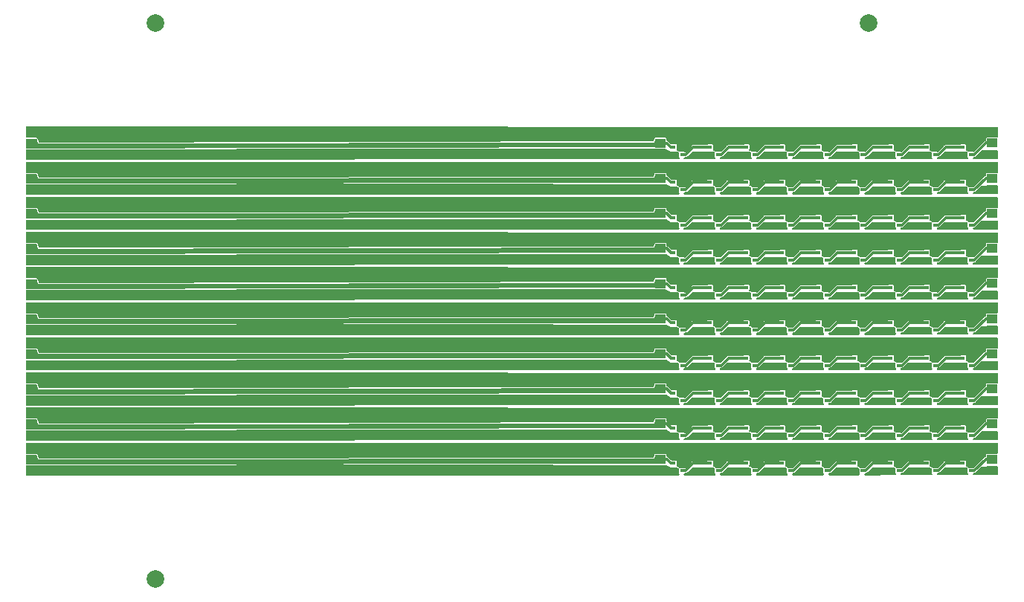
<source format=gtl>
G04 #@! TF.GenerationSoftware,KiCad,Pcbnew,7.0.2-6a45011f42~172~ubuntu22.04.1*
G04 #@! TF.CreationDate,2023-07-04T12:46:50+08:00*
G04 #@! TF.ProjectId,panel_10_1,70616e65-6c5f-4313-905f-312e6b696361,rev?*
G04 #@! TF.SameCoordinates,Original*
G04 #@! TF.FileFunction,Copper,L1,Top*
G04 #@! TF.FilePolarity,Positive*
%FSLAX46Y46*%
G04 Gerber Fmt 4.6, Leading zero omitted, Abs format (unit mm)*
G04 Created by KiCad (PCBNEW 7.0.2-6a45011f42~172~ubuntu22.04.1) date 2023-07-04 12:46:50*
%MOMM*%
%LPD*%
G01*
G04 APERTURE LIST*
G04 #@! TA.AperFunction,ComponentPad*
%ADD10R,1.200000X1.000000*%
G04 #@! TD*
G04 #@! TA.AperFunction,SMDPad,CuDef*
%ADD11R,0.450000X0.450000*%
G04 #@! TD*
G04 #@! TA.AperFunction,SMDPad,CuDef*
%ADD12C,2.000000*%
G04 #@! TD*
G04 #@! TA.AperFunction,ViaPad*
%ADD13C,0.450000*%
G04 #@! TD*
G04 #@! TA.AperFunction,Conductor*
%ADD14C,0.300000*%
G04 #@! TD*
G04 APERTURE END LIST*
D10*
G04 #@! TO.P,J5,1,Pin_1*
G04 #@! TO.N,Board_6-+3V3*
X110240000Y-42325000D03*
G04 #@! TD*
G04 #@! TO.P,J2,1,Pin_1*
G04 #@! TO.N,Board_4-GND*
X72470000Y-31680000D03*
G04 #@! TD*
D11*
G04 #@! TO.P,U1,1,DOUT*
G04 #@! TO.N,Board_3-Net-(U1-DOUT)*
X74867150Y-30330000D03*
G04 #@! TO.P,U1,2,VDD*
G04 #@! TO.N,Board_3-+3V3*
X74017150Y-30330000D03*
G04 #@! TO.P,U1,3,GND*
G04 #@! TO.N,Board_3-GND*
X74867150Y-29480000D03*
G04 #@! TO.P,U1,4,DIN*
G04 #@! TO.N,Board_3-LED_DATA*
X74017150Y-29480000D03*
G04 #@! TD*
D10*
G04 #@! TO.P,J6,1,Pin_1*
G04 #@! TO.N,Board_2-GND*
X110240000Y-23675000D03*
G04 #@! TD*
D11*
G04 #@! TO.P,U6,1,DOUT*
G04 #@! TO.N,Board_9-Net-(U6-DOUT)*
X95435505Y-54330000D03*
G04 #@! TO.P,U6,2,VDD*
G04 #@! TO.N,Board_9-+3V3*
X94585505Y-54330000D03*
G04 #@! TO.P,U6,3,GND*
G04 #@! TO.N,Board_9-GND*
X95435505Y-53480000D03*
G04 #@! TO.P,U6,4,DIN*
G04 #@! TO.N,Board_9-Net-(U5-DOUT)*
X94585505Y-53480000D03*
G04 #@! TD*
D10*
G04 #@! TO.P,J8,1,Pin_1*
G04 #@! TO.N,Board_0-GND*
X823163Y-15680000D03*
G04 #@! TD*
D11*
G04 #@! TO.P,U4,1,DOUT*
G04 #@! TO.N,Board_9-Net-(U4-DOUT)*
X87208163Y-54330000D03*
G04 #@! TO.P,U4,2,VDD*
G04 #@! TO.N,Board_9-+3V3*
X86358163Y-54330000D03*
G04 #@! TO.P,U4,3,GND*
G04 #@! TO.N,Board_9-GND*
X87208163Y-53480000D03*
G04 #@! TO.P,U4,4,DIN*
G04 #@! TO.N,Board_9-Net-(U3-DOUT)*
X86358163Y-53480000D03*
G04 #@! TD*
D10*
G04 #@! TO.P,J7,1,Pin_1*
G04 #@! TO.N,Board_1-+3V3*
X823163Y-22330000D03*
G04 #@! TD*
G04 #@! TO.P,J9,1,Pin_1*
G04 #@! TO.N,Board_9-LED_DATA*
X823163Y-53005000D03*
G04 #@! TD*
D11*
G04 #@! TO.P,U3,1,DOUT*
G04 #@! TO.N,Board_9-Net-(U3-DOUT)*
X83094492Y-54330000D03*
G04 #@! TO.P,U3,2,VDD*
G04 #@! TO.N,Board_9-+3V3*
X82244492Y-54330000D03*
G04 #@! TO.P,U3,3,GND*
G04 #@! TO.N,Board_9-GND*
X83094492Y-53480000D03*
G04 #@! TO.P,U3,4,DIN*
G04 #@! TO.N,Board_9-Net-(U2-DOUT)*
X82244492Y-53480000D03*
G04 #@! TD*
D10*
G04 #@! TO.P,J7,1,Pin_1*
G04 #@! TO.N,Board_6-+3V3*
X823163Y-42330000D03*
G04 #@! TD*
G04 #@! TO.P,J9,1,Pin_1*
G04 #@! TO.N,Board_2-LED_DATA*
X823163Y-25005000D03*
G04 #@! TD*
G04 #@! TO.P,J1,1,Pin_1*
G04 #@! TO.N,Board_4-+3V3*
X72470000Y-34330000D03*
G04 #@! TD*
G04 #@! TO.P,J2,1,Pin_1*
G04 #@! TO.N,Board_1-GND*
X72470000Y-19680000D03*
G04 #@! TD*
D11*
G04 #@! TO.P,U6,1,DOUT*
G04 #@! TO.N,Board_6-Net-(U6-DOUT)*
X95435505Y-42330000D03*
G04 #@! TO.P,U6,2,VDD*
G04 #@! TO.N,Board_6-+3V3*
X94585505Y-42330000D03*
G04 #@! TO.P,U6,3,GND*
G04 #@! TO.N,Board_6-GND*
X95435505Y-41480000D03*
G04 #@! TO.P,U6,4,DIN*
G04 #@! TO.N,Board_6-Net-(U5-DOUT)*
X94585505Y-41480000D03*
G04 #@! TD*
D10*
G04 #@! TO.P,J9,1,Pin_1*
G04 #@! TO.N,Board_5-LED_DATA*
X823163Y-37005000D03*
G04 #@! TD*
G04 #@! TO.P,J8,1,Pin_1*
G04 #@! TO.N,Board_1-GND*
X823163Y-19680000D03*
G04 #@! TD*
G04 #@! TO.P,J2,1,Pin_1*
G04 #@! TO.N,Board_6-GND*
X72470000Y-39680000D03*
G04 #@! TD*
G04 #@! TO.P,J3,1,Pin_1*
G04 #@! TO.N,Board_6-LED_DATA*
X72470000Y-41005000D03*
G04 #@! TD*
D11*
G04 #@! TO.P,U7,1,DOUT*
G04 #@! TO.N,Board_8-Net-(U7-DOUT)*
X99549176Y-50330000D03*
G04 #@! TO.P,U7,2,VDD*
G04 #@! TO.N,Board_8-+3V3*
X98699176Y-50330000D03*
G04 #@! TO.P,U7,3,GND*
G04 #@! TO.N,Board_8-GND*
X99549176Y-49480000D03*
G04 #@! TO.P,U7,4,DIN*
G04 #@! TO.N,Board_8-Net-(U6-DOUT)*
X98699176Y-49480000D03*
G04 #@! TD*
D10*
G04 #@! TO.P,J9,1,Pin_1*
G04 #@! TO.N,Board_6-LED_DATA*
X823163Y-41005000D03*
G04 #@! TD*
D11*
G04 #@! TO.P,U7,1,DOUT*
G04 #@! TO.N,Board_9-Net-(U7-DOUT)*
X99549176Y-54330000D03*
G04 #@! TO.P,U7,2,VDD*
G04 #@! TO.N,Board_9-+3V3*
X98699176Y-54330000D03*
G04 #@! TO.P,U7,3,GND*
G04 #@! TO.N,Board_9-GND*
X99549176Y-53480000D03*
G04 #@! TO.P,U7,4,DIN*
G04 #@! TO.N,Board_9-Net-(U6-DOUT)*
X98699176Y-53480000D03*
G04 #@! TD*
D10*
G04 #@! TO.P,J8,1,Pin_1*
G04 #@! TO.N,Board_8-GND*
X823163Y-47680000D03*
G04 #@! TD*
D11*
G04 #@! TO.P,U5,1,DOUT*
G04 #@! TO.N,Board_4-Net-(U5-DOUT)*
X91321834Y-34330000D03*
G04 #@! TO.P,U5,2,VDD*
G04 #@! TO.N,Board_4-+3V3*
X90471834Y-34330000D03*
G04 #@! TO.P,U5,3,GND*
G04 #@! TO.N,Board_4-GND*
X91321834Y-33480000D03*
G04 #@! TO.P,U5,4,DIN*
G04 #@! TO.N,Board_4-Net-(U4-DOUT)*
X90471834Y-33480000D03*
G04 #@! TD*
D10*
G04 #@! TO.P,J7,1,Pin_1*
G04 #@! TO.N,Board_4-+3V3*
X823163Y-34330000D03*
G04 #@! TD*
G04 #@! TO.P,J1,1,Pin_1*
G04 #@! TO.N,Board_0-+3V3*
X72470000Y-18330000D03*
G04 #@! TD*
D11*
G04 #@! TO.P,U2,1,DOUT*
G04 #@! TO.N,Board_7-Net-(U2-DOUT)*
X78980821Y-46330000D03*
G04 #@! TO.P,U2,2,VDD*
G04 #@! TO.N,Board_7-+3V3*
X78130821Y-46330000D03*
G04 #@! TO.P,U2,3,GND*
G04 #@! TO.N,Board_7-GND*
X78980821Y-45480000D03*
G04 #@! TO.P,U2,4,DIN*
G04 #@! TO.N,Board_7-Net-(U1-DOUT)*
X78130821Y-45480000D03*
G04 #@! TD*
G04 #@! TO.P,U5,1,DOUT*
G04 #@! TO.N,Board_1-Net-(U5-DOUT)*
X91321834Y-22330000D03*
G04 #@! TO.P,U5,2,VDD*
G04 #@! TO.N,Board_1-+3V3*
X90471834Y-22330000D03*
G04 #@! TO.P,U5,3,GND*
G04 #@! TO.N,Board_1-GND*
X91321834Y-21480000D03*
G04 #@! TO.P,U5,4,DIN*
G04 #@! TO.N,Board_1-Net-(U4-DOUT)*
X90471834Y-21480000D03*
G04 #@! TD*
G04 #@! TO.P,U6,1,DOUT*
G04 #@! TO.N,Board_2-Net-(U6-DOUT)*
X95435505Y-26330000D03*
G04 #@! TO.P,U6,2,VDD*
G04 #@! TO.N,Board_2-+3V3*
X94585505Y-26330000D03*
G04 #@! TO.P,U6,3,GND*
G04 #@! TO.N,Board_2-GND*
X95435505Y-25480000D03*
G04 #@! TO.P,U6,4,DIN*
G04 #@! TO.N,Board_2-Net-(U5-DOUT)*
X94585505Y-25480000D03*
G04 #@! TD*
G04 #@! TO.P,U1,1,DOUT*
G04 #@! TO.N,Board_7-Net-(U1-DOUT)*
X74867150Y-46330000D03*
G04 #@! TO.P,U1,2,VDD*
G04 #@! TO.N,Board_7-+3V3*
X74017150Y-46330000D03*
G04 #@! TO.P,U1,3,GND*
G04 #@! TO.N,Board_7-GND*
X74867150Y-45480000D03*
G04 #@! TO.P,U1,4,DIN*
G04 #@! TO.N,Board_7-LED_DATA*
X74017150Y-45480000D03*
G04 #@! TD*
D10*
G04 #@! TO.P,J3,1,Pin_1*
G04 #@! TO.N,Board_7-LED_DATA*
X72470000Y-45005000D03*
G04 #@! TD*
D11*
G04 #@! TO.P,U4,1,DOUT*
G04 #@! TO.N,Board_1-Net-(U4-DOUT)*
X87208163Y-22330000D03*
G04 #@! TO.P,U4,2,VDD*
G04 #@! TO.N,Board_1-+3V3*
X86358163Y-22330000D03*
G04 #@! TO.P,U4,3,GND*
G04 #@! TO.N,Board_1-GND*
X87208163Y-21480000D03*
G04 #@! TO.P,U4,4,DIN*
G04 #@! TO.N,Board_1-Net-(U3-DOUT)*
X86358163Y-21480000D03*
G04 #@! TD*
D10*
G04 #@! TO.P,J7,1,Pin_1*
G04 #@! TO.N,Board_0-+3V3*
X823163Y-18330000D03*
G04 #@! TD*
D11*
G04 #@! TO.P,U9,1,DOUT*
G04 #@! TO.N,Board_6-LED_OUT*
X107776522Y-42330000D03*
G04 #@! TO.P,U9,2,VDD*
G04 #@! TO.N,Board_6-+3V3*
X106926522Y-42330000D03*
G04 #@! TO.P,U9,3,GND*
G04 #@! TO.N,Board_6-GND*
X107776522Y-41480000D03*
G04 #@! TO.P,U9,4,DIN*
G04 #@! TO.N,Board_6-Net-(U8-DOUT)*
X106926522Y-41480000D03*
G04 #@! TD*
G04 #@! TO.P,U9,1,DOUT*
G04 #@! TO.N,Board_0-LED_OUT*
X107776522Y-18330000D03*
G04 #@! TO.P,U9,2,VDD*
G04 #@! TO.N,Board_0-+3V3*
X106926522Y-18330000D03*
G04 #@! TO.P,U9,3,GND*
G04 #@! TO.N,Board_0-GND*
X107776522Y-17480000D03*
G04 #@! TO.P,U9,4,DIN*
G04 #@! TO.N,Board_0-Net-(U8-DOUT)*
X106926522Y-17480000D03*
G04 #@! TD*
G04 #@! TO.P,U2,1,DOUT*
G04 #@! TO.N,Board_5-Net-(U2-DOUT)*
X78980821Y-38330000D03*
G04 #@! TO.P,U2,2,VDD*
G04 #@! TO.N,Board_5-+3V3*
X78130821Y-38330000D03*
G04 #@! TO.P,U2,3,GND*
G04 #@! TO.N,Board_5-GND*
X78980821Y-37480000D03*
G04 #@! TO.P,U2,4,DIN*
G04 #@! TO.N,Board_5-Net-(U1-DOUT)*
X78130821Y-37480000D03*
G04 #@! TD*
G04 #@! TO.P,U3,1,DOUT*
G04 #@! TO.N,Board_5-Net-(U3-DOUT)*
X83094492Y-38330000D03*
G04 #@! TO.P,U3,2,VDD*
G04 #@! TO.N,Board_5-+3V3*
X82244492Y-38330000D03*
G04 #@! TO.P,U3,3,GND*
G04 #@! TO.N,Board_5-GND*
X83094492Y-37480000D03*
G04 #@! TO.P,U3,4,DIN*
G04 #@! TO.N,Board_5-Net-(U2-DOUT)*
X82244492Y-37480000D03*
G04 #@! TD*
D10*
G04 #@! TO.P,J8,1,Pin_1*
G04 #@! TO.N,Board_2-GND*
X823163Y-23680000D03*
G04 #@! TD*
D11*
G04 #@! TO.P,U3,1,DOUT*
G04 #@! TO.N,Board_4-Net-(U3-DOUT)*
X83094492Y-34330000D03*
G04 #@! TO.P,U3,2,VDD*
G04 #@! TO.N,Board_4-+3V3*
X82244492Y-34330000D03*
G04 #@! TO.P,U3,3,GND*
G04 #@! TO.N,Board_4-GND*
X83094492Y-33480000D03*
G04 #@! TO.P,U3,4,DIN*
G04 #@! TO.N,Board_4-Net-(U2-DOUT)*
X82244492Y-33480000D03*
G04 #@! TD*
G04 #@! TO.P,U3,1,DOUT*
G04 #@! TO.N,Board_7-Net-(U3-DOUT)*
X83094492Y-46330000D03*
G04 #@! TO.P,U3,2,VDD*
G04 #@! TO.N,Board_7-+3V3*
X82244492Y-46330000D03*
G04 #@! TO.P,U3,3,GND*
G04 #@! TO.N,Board_7-GND*
X83094492Y-45480000D03*
G04 #@! TO.P,U3,4,DIN*
G04 #@! TO.N,Board_7-Net-(U2-DOUT)*
X82244492Y-45480000D03*
G04 #@! TD*
D10*
G04 #@! TO.P,J5,1,Pin_1*
G04 #@! TO.N,Board_5-+3V3*
X110240000Y-38325000D03*
G04 #@! TD*
D12*
G04 #@! TO.P,REF\u002A\u002A,*
G04 #@! TO.N,*
X15000000Y-3350000D03*
G04 #@! TD*
D10*
G04 #@! TO.P,J6,1,Pin_1*
G04 #@! TO.N,Board_0-GND*
X110240000Y-15675000D03*
G04 #@! TD*
D11*
G04 #@! TO.P,U2,1,DOUT*
G04 #@! TO.N,Board_1-Net-(U2-DOUT)*
X78980821Y-22330000D03*
G04 #@! TO.P,U2,2,VDD*
G04 #@! TO.N,Board_1-+3V3*
X78130821Y-22330000D03*
G04 #@! TO.P,U2,3,GND*
G04 #@! TO.N,Board_1-GND*
X78980821Y-21480000D03*
G04 #@! TO.P,U2,4,DIN*
G04 #@! TO.N,Board_1-Net-(U1-DOUT)*
X78130821Y-21480000D03*
G04 #@! TD*
D10*
G04 #@! TO.P,J3,1,Pin_1*
G04 #@! TO.N,Board_4-LED_DATA*
X72470000Y-33005000D03*
G04 #@! TD*
G04 #@! TO.P,J8,1,Pin_1*
G04 #@! TO.N,Board_6-GND*
X823163Y-39680000D03*
G04 #@! TD*
G04 #@! TO.P,J9,1,Pin_1*
G04 #@! TO.N,Board_4-LED_DATA*
X823163Y-33005000D03*
G04 #@! TD*
G04 #@! TO.P,J5,1,Pin_1*
G04 #@! TO.N,Board_4-+3V3*
X110240000Y-34325000D03*
G04 #@! TD*
D11*
G04 #@! TO.P,U1,1,DOUT*
G04 #@! TO.N,Board_5-Net-(U1-DOUT)*
X74867150Y-38330000D03*
G04 #@! TO.P,U1,2,VDD*
G04 #@! TO.N,Board_5-+3V3*
X74017150Y-38330000D03*
G04 #@! TO.P,U1,3,GND*
G04 #@! TO.N,Board_5-GND*
X74867150Y-37480000D03*
G04 #@! TO.P,U1,4,DIN*
G04 #@! TO.N,Board_5-LED_DATA*
X74017150Y-37480000D03*
G04 #@! TD*
G04 #@! TO.P,U4,1,DOUT*
G04 #@! TO.N,Board_7-Net-(U4-DOUT)*
X87208163Y-46330000D03*
G04 #@! TO.P,U4,2,VDD*
G04 #@! TO.N,Board_7-+3V3*
X86358163Y-46330000D03*
G04 #@! TO.P,U4,3,GND*
G04 #@! TO.N,Board_7-GND*
X87208163Y-45480000D03*
G04 #@! TO.P,U4,4,DIN*
G04 #@! TO.N,Board_7-Net-(U3-DOUT)*
X86358163Y-45480000D03*
G04 #@! TD*
G04 #@! TO.P,U4,1,DOUT*
G04 #@! TO.N,Board_0-Net-(U4-DOUT)*
X87208163Y-18330000D03*
G04 #@! TO.P,U4,2,VDD*
G04 #@! TO.N,Board_0-+3V3*
X86358163Y-18330000D03*
G04 #@! TO.P,U4,3,GND*
G04 #@! TO.N,Board_0-GND*
X87208163Y-17480000D03*
G04 #@! TO.P,U4,4,DIN*
G04 #@! TO.N,Board_0-Net-(U3-DOUT)*
X86358163Y-17480000D03*
G04 #@! TD*
D10*
G04 #@! TO.P,J4,1,Pin_1*
G04 #@! TO.N,Board_0-LED_OUT*
X110240000Y-17000000D03*
G04 #@! TD*
G04 #@! TO.P,J4,1,Pin_1*
G04 #@! TO.N,Board_6-LED_OUT*
X110240000Y-41000000D03*
G04 #@! TD*
D11*
G04 #@! TO.P,U7,1,DOUT*
G04 #@! TO.N,Board_5-Net-(U7-DOUT)*
X99549176Y-38330000D03*
G04 #@! TO.P,U7,2,VDD*
G04 #@! TO.N,Board_5-+3V3*
X98699176Y-38330000D03*
G04 #@! TO.P,U7,3,GND*
G04 #@! TO.N,Board_5-GND*
X99549176Y-37480000D03*
G04 #@! TO.P,U7,4,DIN*
G04 #@! TO.N,Board_5-Net-(U6-DOUT)*
X98699176Y-37480000D03*
G04 #@! TD*
D10*
G04 #@! TO.P,J1,1,Pin_1*
G04 #@! TO.N,Board_3-+3V3*
X72470000Y-30330000D03*
G04 #@! TD*
D11*
G04 #@! TO.P,U5,1,DOUT*
G04 #@! TO.N,Board_9-Net-(U5-DOUT)*
X91321834Y-54330000D03*
G04 #@! TO.P,U5,2,VDD*
G04 #@! TO.N,Board_9-+3V3*
X90471834Y-54330000D03*
G04 #@! TO.P,U5,3,GND*
G04 #@! TO.N,Board_9-GND*
X91321834Y-53480000D03*
G04 #@! TO.P,U5,4,DIN*
G04 #@! TO.N,Board_9-Net-(U4-DOUT)*
X90471834Y-53480000D03*
G04 #@! TD*
D10*
G04 #@! TO.P,J6,1,Pin_1*
G04 #@! TO.N,Board_7-GND*
X110240000Y-43675000D03*
G04 #@! TD*
D11*
G04 #@! TO.P,U1,1,DOUT*
G04 #@! TO.N,Board_9-Net-(U1-DOUT)*
X74867150Y-54330000D03*
G04 #@! TO.P,U1,2,VDD*
G04 #@! TO.N,Board_9-+3V3*
X74017150Y-54330000D03*
G04 #@! TO.P,U1,3,GND*
G04 #@! TO.N,Board_9-GND*
X74867150Y-53480000D03*
G04 #@! TO.P,U1,4,DIN*
G04 #@! TO.N,Board_9-LED_DATA*
X74017150Y-53480000D03*
G04 #@! TD*
D10*
G04 #@! TO.P,J2,1,Pin_1*
G04 #@! TO.N,Board_9-GND*
X72470000Y-51680000D03*
G04 #@! TD*
G04 #@! TO.P,J2,1,Pin_1*
G04 #@! TO.N,Board_7-GND*
X72470000Y-43680000D03*
G04 #@! TD*
D11*
G04 #@! TO.P,U6,1,DOUT*
G04 #@! TO.N,Board_7-Net-(U6-DOUT)*
X95435505Y-46330000D03*
G04 #@! TO.P,U6,2,VDD*
G04 #@! TO.N,Board_7-+3V3*
X94585505Y-46330000D03*
G04 #@! TO.P,U6,3,GND*
G04 #@! TO.N,Board_7-GND*
X95435505Y-45480000D03*
G04 #@! TO.P,U6,4,DIN*
G04 #@! TO.N,Board_7-Net-(U5-DOUT)*
X94585505Y-45480000D03*
G04 #@! TD*
G04 #@! TO.P,U2,1,DOUT*
G04 #@! TO.N,Board_3-Net-(U2-DOUT)*
X78980821Y-30330000D03*
G04 #@! TO.P,U2,2,VDD*
G04 #@! TO.N,Board_3-+3V3*
X78130821Y-30330000D03*
G04 #@! TO.P,U2,3,GND*
G04 #@! TO.N,Board_3-GND*
X78980821Y-29480000D03*
G04 #@! TO.P,U2,4,DIN*
G04 #@! TO.N,Board_3-Net-(U1-DOUT)*
X78130821Y-29480000D03*
G04 #@! TD*
D10*
G04 #@! TO.P,J3,1,Pin_1*
G04 #@! TO.N,Board_5-LED_DATA*
X72470000Y-37005000D03*
G04 #@! TD*
D11*
G04 #@! TO.P,U3,1,DOUT*
G04 #@! TO.N,Board_0-Net-(U3-DOUT)*
X83094492Y-18330000D03*
G04 #@! TO.P,U3,2,VDD*
G04 #@! TO.N,Board_0-+3V3*
X82244492Y-18330000D03*
G04 #@! TO.P,U3,3,GND*
G04 #@! TO.N,Board_0-GND*
X83094492Y-17480000D03*
G04 #@! TO.P,U3,4,DIN*
G04 #@! TO.N,Board_0-Net-(U2-DOUT)*
X82244492Y-17480000D03*
G04 #@! TD*
G04 #@! TO.P,U9,1,DOUT*
G04 #@! TO.N,Board_2-LED_OUT*
X107776522Y-26330000D03*
G04 #@! TO.P,U9,2,VDD*
G04 #@! TO.N,Board_2-+3V3*
X106926522Y-26330000D03*
G04 #@! TO.P,U9,3,GND*
G04 #@! TO.N,Board_2-GND*
X107776522Y-25480000D03*
G04 #@! TO.P,U9,4,DIN*
G04 #@! TO.N,Board_2-Net-(U8-DOUT)*
X106926522Y-25480000D03*
G04 #@! TD*
D10*
G04 #@! TO.P,J7,1,Pin_1*
G04 #@! TO.N,Board_2-+3V3*
X823163Y-26330000D03*
G04 #@! TD*
G04 #@! TO.P,J4,1,Pin_1*
G04 #@! TO.N,Board_8-LED_OUT*
X110240000Y-49000000D03*
G04 #@! TD*
D11*
G04 #@! TO.P,U7,1,DOUT*
G04 #@! TO.N,Board_0-Net-(U7-DOUT)*
X99549176Y-18330000D03*
G04 #@! TO.P,U7,2,VDD*
G04 #@! TO.N,Board_0-+3V3*
X98699176Y-18330000D03*
G04 #@! TO.P,U7,3,GND*
G04 #@! TO.N,Board_0-GND*
X99549176Y-17480000D03*
G04 #@! TO.P,U7,4,DIN*
G04 #@! TO.N,Board_0-Net-(U6-DOUT)*
X98699176Y-17480000D03*
G04 #@! TD*
G04 #@! TO.P,U6,1,DOUT*
G04 #@! TO.N,Board_3-Net-(U6-DOUT)*
X95435505Y-30330000D03*
G04 #@! TO.P,U6,2,VDD*
G04 #@! TO.N,Board_3-+3V3*
X94585505Y-30330000D03*
G04 #@! TO.P,U6,3,GND*
G04 #@! TO.N,Board_3-GND*
X95435505Y-29480000D03*
G04 #@! TO.P,U6,4,DIN*
G04 #@! TO.N,Board_3-Net-(U5-DOUT)*
X94585505Y-29480000D03*
G04 #@! TD*
G04 #@! TO.P,U1,1,DOUT*
G04 #@! TO.N,Board_4-Net-(U1-DOUT)*
X74867150Y-34330000D03*
G04 #@! TO.P,U1,2,VDD*
G04 #@! TO.N,Board_4-+3V3*
X74017150Y-34330000D03*
G04 #@! TO.P,U1,3,GND*
G04 #@! TO.N,Board_4-GND*
X74867150Y-33480000D03*
G04 #@! TO.P,U1,4,DIN*
G04 #@! TO.N,Board_4-LED_DATA*
X74017150Y-33480000D03*
G04 #@! TD*
G04 #@! TO.P,U3,1,DOUT*
G04 #@! TO.N,Board_1-Net-(U3-DOUT)*
X83094492Y-22330000D03*
G04 #@! TO.P,U3,2,VDD*
G04 #@! TO.N,Board_1-+3V3*
X82244492Y-22330000D03*
G04 #@! TO.P,U3,3,GND*
G04 #@! TO.N,Board_1-GND*
X83094492Y-21480000D03*
G04 #@! TO.P,U3,4,DIN*
G04 #@! TO.N,Board_1-Net-(U2-DOUT)*
X82244492Y-21480000D03*
G04 #@! TD*
G04 #@! TO.P,U5,1,DOUT*
G04 #@! TO.N,Board_6-Net-(U5-DOUT)*
X91321834Y-42330000D03*
G04 #@! TO.P,U5,2,VDD*
G04 #@! TO.N,Board_6-+3V3*
X90471834Y-42330000D03*
G04 #@! TO.P,U5,3,GND*
G04 #@! TO.N,Board_6-GND*
X91321834Y-41480000D03*
G04 #@! TO.P,U5,4,DIN*
G04 #@! TO.N,Board_6-Net-(U4-DOUT)*
X90471834Y-41480000D03*
G04 #@! TD*
G04 #@! TO.P,U8,1,DOUT*
G04 #@! TO.N,Board_1-Net-(U8-DOUT)*
X103662847Y-22330000D03*
G04 #@! TO.P,U8,2,VDD*
G04 #@! TO.N,Board_1-+3V3*
X102812847Y-22330000D03*
G04 #@! TO.P,U8,3,GND*
G04 #@! TO.N,Board_1-GND*
X103662847Y-21480000D03*
G04 #@! TO.P,U8,4,DIN*
G04 #@! TO.N,Board_1-Net-(U7-DOUT)*
X102812847Y-21480000D03*
G04 #@! TD*
G04 #@! TO.P,U8,1,DOUT*
G04 #@! TO.N,Board_5-Net-(U8-DOUT)*
X103662847Y-38330000D03*
G04 #@! TO.P,U8,2,VDD*
G04 #@! TO.N,Board_5-+3V3*
X102812847Y-38330000D03*
G04 #@! TO.P,U8,3,GND*
G04 #@! TO.N,Board_5-GND*
X103662847Y-37480000D03*
G04 #@! TO.P,U8,4,DIN*
G04 #@! TO.N,Board_5-Net-(U7-DOUT)*
X102812847Y-37480000D03*
G04 #@! TD*
D10*
G04 #@! TO.P,J2,1,Pin_1*
G04 #@! TO.N,Board_3-GND*
X72470000Y-27680000D03*
G04 #@! TD*
D11*
G04 #@! TO.P,U7,1,DOUT*
G04 #@! TO.N,Board_2-Net-(U7-DOUT)*
X99549176Y-26330000D03*
G04 #@! TO.P,U7,2,VDD*
G04 #@! TO.N,Board_2-+3V3*
X98699176Y-26330000D03*
G04 #@! TO.P,U7,3,GND*
G04 #@! TO.N,Board_2-GND*
X99549176Y-25480000D03*
G04 #@! TO.P,U7,4,DIN*
G04 #@! TO.N,Board_2-Net-(U6-DOUT)*
X98699176Y-25480000D03*
G04 #@! TD*
D10*
G04 #@! TO.P,J3,1,Pin_1*
G04 #@! TO.N,Board_3-LED_DATA*
X72470000Y-29005000D03*
G04 #@! TD*
D11*
G04 #@! TO.P,U4,1,DOUT*
G04 #@! TO.N,Board_3-Net-(U4-DOUT)*
X87208163Y-30330000D03*
G04 #@! TO.P,U4,2,VDD*
G04 #@! TO.N,Board_3-+3V3*
X86358163Y-30330000D03*
G04 #@! TO.P,U4,3,GND*
G04 #@! TO.N,Board_3-GND*
X87208163Y-29480000D03*
G04 #@! TO.P,U4,4,DIN*
G04 #@! TO.N,Board_3-Net-(U3-DOUT)*
X86358163Y-29480000D03*
G04 #@! TD*
G04 #@! TO.P,U3,1,DOUT*
G04 #@! TO.N,Board_6-Net-(U3-DOUT)*
X83094492Y-42330000D03*
G04 #@! TO.P,U3,2,VDD*
G04 #@! TO.N,Board_6-+3V3*
X82244492Y-42330000D03*
G04 #@! TO.P,U3,3,GND*
G04 #@! TO.N,Board_6-GND*
X83094492Y-41480000D03*
G04 #@! TO.P,U3,4,DIN*
G04 #@! TO.N,Board_6-Net-(U2-DOUT)*
X82244492Y-41480000D03*
G04 #@! TD*
G04 #@! TO.P,U7,1,DOUT*
G04 #@! TO.N,Board_7-Net-(U7-DOUT)*
X99549176Y-46330000D03*
G04 #@! TO.P,U7,2,VDD*
G04 #@! TO.N,Board_7-+3V3*
X98699176Y-46330000D03*
G04 #@! TO.P,U7,3,GND*
G04 #@! TO.N,Board_7-GND*
X99549176Y-45480000D03*
G04 #@! TO.P,U7,4,DIN*
G04 #@! TO.N,Board_7-Net-(U6-DOUT)*
X98699176Y-45480000D03*
G04 #@! TD*
D10*
G04 #@! TO.P,J1,1,Pin_1*
G04 #@! TO.N,Board_8-+3V3*
X72470000Y-50330000D03*
G04 #@! TD*
D11*
G04 #@! TO.P,U7,1,DOUT*
G04 #@! TO.N,Board_1-Net-(U7-DOUT)*
X99549176Y-22330000D03*
G04 #@! TO.P,U7,2,VDD*
G04 #@! TO.N,Board_1-+3V3*
X98699176Y-22330000D03*
G04 #@! TO.P,U7,3,GND*
G04 #@! TO.N,Board_1-GND*
X99549176Y-21480000D03*
G04 #@! TO.P,U7,4,DIN*
G04 #@! TO.N,Board_1-Net-(U6-DOUT)*
X98699176Y-21480000D03*
G04 #@! TD*
G04 #@! TO.P,U4,1,DOUT*
G04 #@! TO.N,Board_5-Net-(U4-DOUT)*
X87208163Y-38330000D03*
G04 #@! TO.P,U4,2,VDD*
G04 #@! TO.N,Board_5-+3V3*
X86358163Y-38330000D03*
G04 #@! TO.P,U4,3,GND*
G04 #@! TO.N,Board_5-GND*
X87208163Y-37480000D03*
G04 #@! TO.P,U4,4,DIN*
G04 #@! TO.N,Board_5-Net-(U3-DOUT)*
X86358163Y-37480000D03*
G04 #@! TD*
G04 #@! TO.P,U3,1,DOUT*
G04 #@! TO.N,Board_8-Net-(U3-DOUT)*
X83094492Y-50330000D03*
G04 #@! TO.P,U3,2,VDD*
G04 #@! TO.N,Board_8-+3V3*
X82244492Y-50330000D03*
G04 #@! TO.P,U3,3,GND*
G04 #@! TO.N,Board_8-GND*
X83094492Y-49480000D03*
G04 #@! TO.P,U3,4,DIN*
G04 #@! TO.N,Board_8-Net-(U2-DOUT)*
X82244492Y-49480000D03*
G04 #@! TD*
G04 #@! TO.P,U2,1,DOUT*
G04 #@! TO.N,Board_9-Net-(U2-DOUT)*
X78980821Y-54330000D03*
G04 #@! TO.P,U2,2,VDD*
G04 #@! TO.N,Board_9-+3V3*
X78130821Y-54330000D03*
G04 #@! TO.P,U2,3,GND*
G04 #@! TO.N,Board_9-GND*
X78980821Y-53480000D03*
G04 #@! TO.P,U2,4,DIN*
G04 #@! TO.N,Board_9-Net-(U1-DOUT)*
X78130821Y-53480000D03*
G04 #@! TD*
D10*
G04 #@! TO.P,J5,1,Pin_1*
G04 #@! TO.N,Board_0-+3V3*
X110240000Y-18325000D03*
G04 #@! TD*
G04 #@! TO.P,J5,1,Pin_1*
G04 #@! TO.N,Board_1-+3V3*
X110240000Y-22325000D03*
G04 #@! TD*
G04 #@! TO.P,J1,1,Pin_1*
G04 #@! TO.N,Board_6-+3V3*
X72470000Y-42330000D03*
G04 #@! TD*
D11*
G04 #@! TO.P,U6,1,DOUT*
G04 #@! TO.N,Board_4-Net-(U6-DOUT)*
X95435505Y-34330000D03*
G04 #@! TO.P,U6,2,VDD*
G04 #@! TO.N,Board_4-+3V3*
X94585505Y-34330000D03*
G04 #@! TO.P,U6,3,GND*
G04 #@! TO.N,Board_4-GND*
X95435505Y-33480000D03*
G04 #@! TO.P,U6,4,DIN*
G04 #@! TO.N,Board_4-Net-(U5-DOUT)*
X94585505Y-33480000D03*
G04 #@! TD*
D10*
G04 #@! TO.P,J7,1,Pin_1*
G04 #@! TO.N,Board_7-+3V3*
X823163Y-46330000D03*
G04 #@! TD*
G04 #@! TO.P,J6,1,Pin_1*
G04 #@! TO.N,Board_5-GND*
X110240000Y-35675000D03*
G04 #@! TD*
G04 #@! TO.P,J8,1,Pin_1*
G04 #@! TO.N,Board_4-GND*
X823163Y-31680000D03*
G04 #@! TD*
G04 #@! TO.P,J4,1,Pin_1*
G04 #@! TO.N,Board_7-LED_OUT*
X110240000Y-45000000D03*
G04 #@! TD*
D11*
G04 #@! TO.P,U8,1,DOUT*
G04 #@! TO.N,Board_3-Net-(U8-DOUT)*
X103662847Y-30330000D03*
G04 #@! TO.P,U8,2,VDD*
G04 #@! TO.N,Board_3-+3V3*
X102812847Y-30330000D03*
G04 #@! TO.P,U8,3,GND*
G04 #@! TO.N,Board_3-GND*
X103662847Y-29480000D03*
G04 #@! TO.P,U8,4,DIN*
G04 #@! TO.N,Board_3-Net-(U7-DOUT)*
X102812847Y-29480000D03*
G04 #@! TD*
G04 #@! TO.P,U4,1,DOUT*
G04 #@! TO.N,Board_8-Net-(U4-DOUT)*
X87208163Y-50330000D03*
G04 #@! TO.P,U4,2,VDD*
G04 #@! TO.N,Board_8-+3V3*
X86358163Y-50330000D03*
G04 #@! TO.P,U4,3,GND*
G04 #@! TO.N,Board_8-GND*
X87208163Y-49480000D03*
G04 #@! TO.P,U4,4,DIN*
G04 #@! TO.N,Board_8-Net-(U3-DOUT)*
X86358163Y-49480000D03*
G04 #@! TD*
G04 #@! TO.P,U8,1,DOUT*
G04 #@! TO.N,Board_4-Net-(U8-DOUT)*
X103662847Y-34330000D03*
G04 #@! TO.P,U8,2,VDD*
G04 #@! TO.N,Board_4-+3V3*
X102812847Y-34330000D03*
G04 #@! TO.P,U8,3,GND*
G04 #@! TO.N,Board_4-GND*
X103662847Y-33480000D03*
G04 #@! TO.P,U8,4,DIN*
G04 #@! TO.N,Board_4-Net-(U7-DOUT)*
X102812847Y-33480000D03*
G04 #@! TD*
G04 #@! TO.P,U2,1,DOUT*
G04 #@! TO.N,Board_8-Net-(U2-DOUT)*
X78980821Y-50330000D03*
G04 #@! TO.P,U2,2,VDD*
G04 #@! TO.N,Board_8-+3V3*
X78130821Y-50330000D03*
G04 #@! TO.P,U2,3,GND*
G04 #@! TO.N,Board_8-GND*
X78980821Y-49480000D03*
G04 #@! TO.P,U2,4,DIN*
G04 #@! TO.N,Board_8-Net-(U1-DOUT)*
X78130821Y-49480000D03*
G04 #@! TD*
G04 #@! TO.P,U8,1,DOUT*
G04 #@! TO.N,Board_7-Net-(U8-DOUT)*
X103662847Y-46330000D03*
G04 #@! TO.P,U8,2,VDD*
G04 #@! TO.N,Board_7-+3V3*
X102812847Y-46330000D03*
G04 #@! TO.P,U8,3,GND*
G04 #@! TO.N,Board_7-GND*
X103662847Y-45480000D03*
G04 #@! TO.P,U8,4,DIN*
G04 #@! TO.N,Board_7-Net-(U7-DOUT)*
X102812847Y-45480000D03*
G04 #@! TD*
G04 #@! TO.P,U1,1,DOUT*
G04 #@! TO.N,Board_0-Net-(U1-DOUT)*
X74867150Y-18330000D03*
G04 #@! TO.P,U1,2,VDD*
G04 #@! TO.N,Board_0-+3V3*
X74017150Y-18330000D03*
G04 #@! TO.P,U1,3,GND*
G04 #@! TO.N,Board_0-GND*
X74867150Y-17480000D03*
G04 #@! TO.P,U1,4,DIN*
G04 #@! TO.N,Board_0-LED_DATA*
X74017150Y-17480000D03*
G04 #@! TD*
G04 #@! TO.P,U8,1,DOUT*
G04 #@! TO.N,Board_8-Net-(U8-DOUT)*
X103662847Y-50330000D03*
G04 #@! TO.P,U8,2,VDD*
G04 #@! TO.N,Board_8-+3V3*
X102812847Y-50330000D03*
G04 #@! TO.P,U8,3,GND*
G04 #@! TO.N,Board_8-GND*
X103662847Y-49480000D03*
G04 #@! TO.P,U8,4,DIN*
G04 #@! TO.N,Board_8-Net-(U7-DOUT)*
X102812847Y-49480000D03*
G04 #@! TD*
G04 #@! TO.P,U9,1,DOUT*
G04 #@! TO.N,Board_1-LED_OUT*
X107776522Y-22330000D03*
G04 #@! TO.P,U9,2,VDD*
G04 #@! TO.N,Board_1-+3V3*
X106926522Y-22330000D03*
G04 #@! TO.P,U9,3,GND*
G04 #@! TO.N,Board_1-GND*
X107776522Y-21480000D03*
G04 #@! TO.P,U9,4,DIN*
G04 #@! TO.N,Board_1-Net-(U8-DOUT)*
X106926522Y-21480000D03*
G04 #@! TD*
D10*
G04 #@! TO.P,J4,1,Pin_1*
G04 #@! TO.N,Board_1-LED_OUT*
X110240000Y-21000000D03*
G04 #@! TD*
D12*
G04 #@! TO.P,REF\u002A\u002A,*
G04 #@! TO.N,*
X96190000Y-3350000D03*
G04 #@! TD*
D11*
G04 #@! TO.P,U5,1,DOUT*
G04 #@! TO.N,Board_5-Net-(U5-DOUT)*
X91321834Y-38330000D03*
G04 #@! TO.P,U5,2,VDD*
G04 #@! TO.N,Board_5-+3V3*
X90471834Y-38330000D03*
G04 #@! TO.P,U5,3,GND*
G04 #@! TO.N,Board_5-GND*
X91321834Y-37480000D03*
G04 #@! TO.P,U5,4,DIN*
G04 #@! TO.N,Board_5-Net-(U4-DOUT)*
X90471834Y-37480000D03*
G04 #@! TD*
G04 #@! TO.P,U5,1,DOUT*
G04 #@! TO.N,Board_8-Net-(U5-DOUT)*
X91321834Y-50330000D03*
G04 #@! TO.P,U5,2,VDD*
G04 #@! TO.N,Board_8-+3V3*
X90471834Y-50330000D03*
G04 #@! TO.P,U5,3,GND*
G04 #@! TO.N,Board_8-GND*
X91321834Y-49480000D03*
G04 #@! TO.P,U5,4,DIN*
G04 #@! TO.N,Board_8-Net-(U4-DOUT)*
X90471834Y-49480000D03*
G04 #@! TD*
D10*
G04 #@! TO.P,J6,1,Pin_1*
G04 #@! TO.N,Board_3-GND*
X110240000Y-27675000D03*
G04 #@! TD*
D11*
G04 #@! TO.P,U7,1,DOUT*
G04 #@! TO.N,Board_6-Net-(U7-DOUT)*
X99549176Y-42330000D03*
G04 #@! TO.P,U7,2,VDD*
G04 #@! TO.N,Board_6-+3V3*
X98699176Y-42330000D03*
G04 #@! TO.P,U7,3,GND*
G04 #@! TO.N,Board_6-GND*
X99549176Y-41480000D03*
G04 #@! TO.P,U7,4,DIN*
G04 #@! TO.N,Board_6-Net-(U6-DOUT)*
X98699176Y-41480000D03*
G04 #@! TD*
D10*
G04 #@! TO.P,J5,1,Pin_1*
G04 #@! TO.N,Board_8-+3V3*
X110240000Y-50325000D03*
G04 #@! TD*
D11*
G04 #@! TO.P,U5,1,DOUT*
G04 #@! TO.N,Board_2-Net-(U5-DOUT)*
X91321834Y-26330000D03*
G04 #@! TO.P,U5,2,VDD*
G04 #@! TO.N,Board_2-+3V3*
X90471834Y-26330000D03*
G04 #@! TO.P,U5,3,GND*
G04 #@! TO.N,Board_2-GND*
X91321834Y-25480000D03*
G04 #@! TO.P,U5,4,DIN*
G04 #@! TO.N,Board_2-Net-(U4-DOUT)*
X90471834Y-25480000D03*
G04 #@! TD*
D10*
G04 #@! TO.P,J2,1,Pin_1*
G04 #@! TO.N,Board_8-GND*
X72470000Y-47680000D03*
G04 #@! TD*
G04 #@! TO.P,J4,1,Pin_1*
G04 #@! TO.N,Board_5-LED_OUT*
X110240000Y-37000000D03*
G04 #@! TD*
G04 #@! TO.P,J3,1,Pin_1*
G04 #@! TO.N,Board_1-LED_DATA*
X72470000Y-21005000D03*
G04 #@! TD*
D11*
G04 #@! TO.P,U7,1,DOUT*
G04 #@! TO.N,Board_4-Net-(U7-DOUT)*
X99549176Y-34330000D03*
G04 #@! TO.P,U7,2,VDD*
G04 #@! TO.N,Board_4-+3V3*
X98699176Y-34330000D03*
G04 #@! TO.P,U7,3,GND*
G04 #@! TO.N,Board_4-GND*
X99549176Y-33480000D03*
G04 #@! TO.P,U7,4,DIN*
G04 #@! TO.N,Board_4-Net-(U6-DOUT)*
X98699176Y-33480000D03*
G04 #@! TD*
D10*
G04 #@! TO.P,J1,1,Pin_1*
G04 #@! TO.N,Board_7-+3V3*
X72470000Y-46330000D03*
G04 #@! TD*
G04 #@! TO.P,J8,1,Pin_1*
G04 #@! TO.N,Board_9-GND*
X823163Y-51680000D03*
G04 #@! TD*
G04 #@! TO.P,J8,1,Pin_1*
G04 #@! TO.N,Board_5-GND*
X823163Y-35680000D03*
G04 #@! TD*
D11*
G04 #@! TO.P,U9,1,DOUT*
G04 #@! TO.N,Board_8-LED_OUT*
X107776522Y-50330000D03*
G04 #@! TO.P,U9,2,VDD*
G04 #@! TO.N,Board_8-+3V3*
X106926522Y-50330000D03*
G04 #@! TO.P,U9,3,GND*
G04 #@! TO.N,Board_8-GND*
X107776522Y-49480000D03*
G04 #@! TO.P,U9,4,DIN*
G04 #@! TO.N,Board_8-Net-(U8-DOUT)*
X106926522Y-49480000D03*
G04 #@! TD*
D10*
G04 #@! TO.P,J9,1,Pin_1*
G04 #@! TO.N,Board_1-LED_DATA*
X823163Y-21005000D03*
G04 #@! TD*
D11*
G04 #@! TO.P,U8,1,DOUT*
G04 #@! TO.N,Board_2-Net-(U8-DOUT)*
X103662847Y-26330000D03*
G04 #@! TO.P,U8,2,VDD*
G04 #@! TO.N,Board_2-+3V3*
X102812847Y-26330000D03*
G04 #@! TO.P,U8,3,GND*
G04 #@! TO.N,Board_2-GND*
X103662847Y-25480000D03*
G04 #@! TO.P,U8,4,DIN*
G04 #@! TO.N,Board_2-Net-(U7-DOUT)*
X102812847Y-25480000D03*
G04 #@! TD*
D10*
G04 #@! TO.P,J7,1,Pin_1*
G04 #@! TO.N,Board_5-+3V3*
X823163Y-38330000D03*
G04 #@! TD*
D11*
G04 #@! TO.P,U6,1,DOUT*
G04 #@! TO.N,Board_1-Net-(U6-DOUT)*
X95435505Y-22330000D03*
G04 #@! TO.P,U6,2,VDD*
G04 #@! TO.N,Board_1-+3V3*
X94585505Y-22330000D03*
G04 #@! TO.P,U6,3,GND*
G04 #@! TO.N,Board_1-GND*
X95435505Y-21480000D03*
G04 #@! TO.P,U6,4,DIN*
G04 #@! TO.N,Board_1-Net-(U5-DOUT)*
X94585505Y-21480000D03*
G04 #@! TD*
G04 #@! TO.P,U5,1,DOUT*
G04 #@! TO.N,Board_0-Net-(U5-DOUT)*
X91321834Y-18330000D03*
G04 #@! TO.P,U5,2,VDD*
G04 #@! TO.N,Board_0-+3V3*
X90471834Y-18330000D03*
G04 #@! TO.P,U5,3,GND*
G04 #@! TO.N,Board_0-GND*
X91321834Y-17480000D03*
G04 #@! TO.P,U5,4,DIN*
G04 #@! TO.N,Board_0-Net-(U4-DOUT)*
X90471834Y-17480000D03*
G04 #@! TD*
D10*
G04 #@! TO.P,J1,1,Pin_1*
G04 #@! TO.N,Board_5-+3V3*
X72470000Y-38330000D03*
G04 #@! TD*
G04 #@! TO.P,J7,1,Pin_1*
G04 #@! TO.N,Board_9-+3V3*
X823163Y-54330000D03*
G04 #@! TD*
G04 #@! TO.P,J6,1,Pin_1*
G04 #@! TO.N,Board_6-GND*
X110240000Y-39675000D03*
G04 #@! TD*
D11*
G04 #@! TO.P,U1,1,DOUT*
G04 #@! TO.N,Board_2-Net-(U1-DOUT)*
X74867150Y-26330000D03*
G04 #@! TO.P,U1,2,VDD*
G04 #@! TO.N,Board_2-+3V3*
X74017150Y-26330000D03*
G04 #@! TO.P,U1,3,GND*
G04 #@! TO.N,Board_2-GND*
X74867150Y-25480000D03*
G04 #@! TO.P,U1,4,DIN*
G04 #@! TO.N,Board_2-LED_DATA*
X74017150Y-25480000D03*
G04 #@! TD*
G04 #@! TO.P,U2,1,DOUT*
G04 #@! TO.N,Board_0-Net-(U2-DOUT)*
X78980821Y-18330000D03*
G04 #@! TO.P,U2,2,VDD*
G04 #@! TO.N,Board_0-+3V3*
X78130821Y-18330000D03*
G04 #@! TO.P,U2,3,GND*
G04 #@! TO.N,Board_0-GND*
X78980821Y-17480000D03*
G04 #@! TO.P,U2,4,DIN*
G04 #@! TO.N,Board_0-Net-(U1-DOUT)*
X78130821Y-17480000D03*
G04 #@! TD*
G04 #@! TO.P,U6,1,DOUT*
G04 #@! TO.N,Board_0-Net-(U6-DOUT)*
X95435505Y-18330000D03*
G04 #@! TO.P,U6,2,VDD*
G04 #@! TO.N,Board_0-+3V3*
X94585505Y-18330000D03*
G04 #@! TO.P,U6,3,GND*
G04 #@! TO.N,Board_0-GND*
X95435505Y-17480000D03*
G04 #@! TO.P,U6,4,DIN*
G04 #@! TO.N,Board_0-Net-(U5-DOUT)*
X94585505Y-17480000D03*
G04 #@! TD*
D10*
G04 #@! TO.P,J3,1,Pin_1*
G04 #@! TO.N,Board_2-LED_DATA*
X72470000Y-25005000D03*
G04 #@! TD*
G04 #@! TO.P,J6,1,Pin_1*
G04 #@! TO.N,Board_4-GND*
X110240000Y-31675000D03*
G04 #@! TD*
D11*
G04 #@! TO.P,U3,1,DOUT*
G04 #@! TO.N,Board_3-Net-(U3-DOUT)*
X83094492Y-30330000D03*
G04 #@! TO.P,U3,2,VDD*
G04 #@! TO.N,Board_3-+3V3*
X82244492Y-30330000D03*
G04 #@! TO.P,U3,3,GND*
G04 #@! TO.N,Board_3-GND*
X83094492Y-29480000D03*
G04 #@! TO.P,U3,4,DIN*
G04 #@! TO.N,Board_3-Net-(U2-DOUT)*
X82244492Y-29480000D03*
G04 #@! TD*
D10*
G04 #@! TO.P,J1,1,Pin_1*
G04 #@! TO.N,Board_1-+3V3*
X72470000Y-22330000D03*
G04 #@! TD*
G04 #@! TO.P,J2,1,Pin_1*
G04 #@! TO.N,Board_2-GND*
X72470000Y-23680000D03*
G04 #@! TD*
G04 #@! TO.P,J5,1,Pin_1*
G04 #@! TO.N,Board_2-+3V3*
X110240000Y-26325000D03*
G04 #@! TD*
G04 #@! TO.P,J2,1,Pin_1*
G04 #@! TO.N,Board_0-GND*
X72470000Y-15680000D03*
G04 #@! TD*
D11*
G04 #@! TO.P,U9,1,DOUT*
G04 #@! TO.N,Board_9-LED_OUT*
X107776522Y-54330000D03*
G04 #@! TO.P,U9,2,VDD*
G04 #@! TO.N,Board_9-+3V3*
X106926522Y-54330000D03*
G04 #@! TO.P,U9,3,GND*
G04 #@! TO.N,Board_9-GND*
X107776522Y-53480000D03*
G04 #@! TO.P,U9,4,DIN*
G04 #@! TO.N,Board_9-Net-(U8-DOUT)*
X106926522Y-53480000D03*
G04 #@! TD*
D10*
G04 #@! TO.P,J8,1,Pin_1*
G04 #@! TO.N,Board_3-GND*
X823163Y-27680000D03*
G04 #@! TD*
D11*
G04 #@! TO.P,U5,1,DOUT*
G04 #@! TO.N,Board_7-Net-(U5-DOUT)*
X91321834Y-46330000D03*
G04 #@! TO.P,U5,2,VDD*
G04 #@! TO.N,Board_7-+3V3*
X90471834Y-46330000D03*
G04 #@! TO.P,U5,3,GND*
G04 #@! TO.N,Board_7-GND*
X91321834Y-45480000D03*
G04 #@! TO.P,U5,4,DIN*
G04 #@! TO.N,Board_7-Net-(U4-DOUT)*
X90471834Y-45480000D03*
G04 #@! TD*
G04 #@! TO.P,U4,1,DOUT*
G04 #@! TO.N,Board_4-Net-(U4-DOUT)*
X87208163Y-34330000D03*
G04 #@! TO.P,U4,2,VDD*
G04 #@! TO.N,Board_4-+3V3*
X86358163Y-34330000D03*
G04 #@! TO.P,U4,3,GND*
G04 #@! TO.N,Board_4-GND*
X87208163Y-33480000D03*
G04 #@! TO.P,U4,4,DIN*
G04 #@! TO.N,Board_4-Net-(U3-DOUT)*
X86358163Y-33480000D03*
G04 #@! TD*
D10*
G04 #@! TO.P,J9,1,Pin_1*
G04 #@! TO.N,Board_3-LED_DATA*
X823163Y-29005000D03*
G04 #@! TD*
G04 #@! TO.P,J4,1,Pin_1*
G04 #@! TO.N,Board_2-LED_OUT*
X110240000Y-25000000D03*
G04 #@! TD*
D11*
G04 #@! TO.P,U4,1,DOUT*
G04 #@! TO.N,Board_6-Net-(U4-DOUT)*
X87208163Y-42330000D03*
G04 #@! TO.P,U4,2,VDD*
G04 #@! TO.N,Board_6-+3V3*
X86358163Y-42330000D03*
G04 #@! TO.P,U4,3,GND*
G04 #@! TO.N,Board_6-GND*
X87208163Y-41480000D03*
G04 #@! TO.P,U4,4,DIN*
G04 #@! TO.N,Board_6-Net-(U3-DOUT)*
X86358163Y-41480000D03*
G04 #@! TD*
D10*
G04 #@! TO.P,J7,1,Pin_1*
G04 #@! TO.N,Board_3-+3V3*
X823163Y-30330000D03*
G04 #@! TD*
D11*
G04 #@! TO.P,U9,1,DOUT*
G04 #@! TO.N,Board_5-LED_OUT*
X107776522Y-38330000D03*
G04 #@! TO.P,U9,2,VDD*
G04 #@! TO.N,Board_5-+3V3*
X106926522Y-38330000D03*
G04 #@! TO.P,U9,3,GND*
G04 #@! TO.N,Board_5-GND*
X107776522Y-37480000D03*
G04 #@! TO.P,U9,4,DIN*
G04 #@! TO.N,Board_5-Net-(U8-DOUT)*
X106926522Y-37480000D03*
G04 #@! TD*
G04 #@! TO.P,U1,1,DOUT*
G04 #@! TO.N,Board_6-Net-(U1-DOUT)*
X74867150Y-42330000D03*
G04 #@! TO.P,U1,2,VDD*
G04 #@! TO.N,Board_6-+3V3*
X74017150Y-42330000D03*
G04 #@! TO.P,U1,3,GND*
G04 #@! TO.N,Board_6-GND*
X74867150Y-41480000D03*
G04 #@! TO.P,U1,4,DIN*
G04 #@! TO.N,Board_6-LED_DATA*
X74017150Y-41480000D03*
G04 #@! TD*
G04 #@! TO.P,U8,1,DOUT*
G04 #@! TO.N,Board_6-Net-(U8-DOUT)*
X103662847Y-42330000D03*
G04 #@! TO.P,U8,2,VDD*
G04 #@! TO.N,Board_6-+3V3*
X102812847Y-42330000D03*
G04 #@! TO.P,U8,3,GND*
G04 #@! TO.N,Board_6-GND*
X103662847Y-41480000D03*
G04 #@! TO.P,U8,4,DIN*
G04 #@! TO.N,Board_6-Net-(U7-DOUT)*
X102812847Y-41480000D03*
G04 #@! TD*
G04 #@! TO.P,U7,1,DOUT*
G04 #@! TO.N,Board_3-Net-(U7-DOUT)*
X99549176Y-30330000D03*
G04 #@! TO.P,U7,2,VDD*
G04 #@! TO.N,Board_3-+3V3*
X98699176Y-30330000D03*
G04 #@! TO.P,U7,3,GND*
G04 #@! TO.N,Board_3-GND*
X99549176Y-29480000D03*
G04 #@! TO.P,U7,4,DIN*
G04 #@! TO.N,Board_3-Net-(U6-DOUT)*
X98699176Y-29480000D03*
G04 #@! TD*
G04 #@! TO.P,U5,1,DOUT*
G04 #@! TO.N,Board_3-Net-(U5-DOUT)*
X91321834Y-30330000D03*
G04 #@! TO.P,U5,2,VDD*
G04 #@! TO.N,Board_3-+3V3*
X90471834Y-30330000D03*
G04 #@! TO.P,U5,3,GND*
G04 #@! TO.N,Board_3-GND*
X91321834Y-29480000D03*
G04 #@! TO.P,U5,4,DIN*
G04 #@! TO.N,Board_3-Net-(U4-DOUT)*
X90471834Y-29480000D03*
G04 #@! TD*
D10*
G04 #@! TO.P,J1,1,Pin_1*
G04 #@! TO.N,Board_2-+3V3*
X72470000Y-26330000D03*
G04 #@! TD*
G04 #@! TO.P,J4,1,Pin_1*
G04 #@! TO.N,Board_4-LED_OUT*
X110240000Y-33000000D03*
G04 #@! TD*
D12*
G04 #@! TO.P,REF\u002A\u002A,*
G04 #@! TO.N,*
X15000000Y-66650000D03*
G04 #@! TD*
D11*
G04 #@! TO.P,U6,1,DOUT*
G04 #@! TO.N,Board_5-Net-(U6-DOUT)*
X95435505Y-38330000D03*
G04 #@! TO.P,U6,2,VDD*
G04 #@! TO.N,Board_5-+3V3*
X94585505Y-38330000D03*
G04 #@! TO.P,U6,3,GND*
G04 #@! TO.N,Board_5-GND*
X95435505Y-37480000D03*
G04 #@! TO.P,U6,4,DIN*
G04 #@! TO.N,Board_5-Net-(U5-DOUT)*
X94585505Y-37480000D03*
G04 #@! TD*
G04 #@! TO.P,U2,1,DOUT*
G04 #@! TO.N,Board_2-Net-(U2-DOUT)*
X78980821Y-26330000D03*
G04 #@! TO.P,U2,2,VDD*
G04 #@! TO.N,Board_2-+3V3*
X78130821Y-26330000D03*
G04 #@! TO.P,U2,3,GND*
G04 #@! TO.N,Board_2-GND*
X78980821Y-25480000D03*
G04 #@! TO.P,U2,4,DIN*
G04 #@! TO.N,Board_2-Net-(U1-DOUT)*
X78130821Y-25480000D03*
G04 #@! TD*
D10*
G04 #@! TO.P,J5,1,Pin_1*
G04 #@! TO.N,Board_3-+3V3*
X110240000Y-30325000D03*
G04 #@! TD*
G04 #@! TO.P,J6,1,Pin_1*
G04 #@! TO.N,Board_1-GND*
X110240000Y-19675000D03*
G04 #@! TD*
G04 #@! TO.P,J5,1,Pin_1*
G04 #@! TO.N,Board_9-+3V3*
X110240000Y-54325000D03*
G04 #@! TD*
G04 #@! TO.P,J3,1,Pin_1*
G04 #@! TO.N,Board_0-LED_DATA*
X72470000Y-17005000D03*
G04 #@! TD*
D11*
G04 #@! TO.P,U6,1,DOUT*
G04 #@! TO.N,Board_8-Net-(U6-DOUT)*
X95435505Y-50330000D03*
G04 #@! TO.P,U6,2,VDD*
G04 #@! TO.N,Board_8-+3V3*
X94585505Y-50330000D03*
G04 #@! TO.P,U6,3,GND*
G04 #@! TO.N,Board_8-GND*
X95435505Y-49480000D03*
G04 #@! TO.P,U6,4,DIN*
G04 #@! TO.N,Board_8-Net-(U5-DOUT)*
X94585505Y-49480000D03*
G04 #@! TD*
D10*
G04 #@! TO.P,J2,1,Pin_1*
G04 #@! TO.N,Board_5-GND*
X72470000Y-35680000D03*
G04 #@! TD*
D11*
G04 #@! TO.P,U8,1,DOUT*
G04 #@! TO.N,Board_9-Net-(U8-DOUT)*
X103662847Y-54330000D03*
G04 #@! TO.P,U8,2,VDD*
G04 #@! TO.N,Board_9-+3V3*
X102812847Y-54330000D03*
G04 #@! TO.P,U8,3,GND*
G04 #@! TO.N,Board_9-GND*
X103662847Y-53480000D03*
G04 #@! TO.P,U8,4,DIN*
G04 #@! TO.N,Board_9-Net-(U7-DOUT)*
X102812847Y-53480000D03*
G04 #@! TD*
D10*
G04 #@! TO.P,J9,1,Pin_1*
G04 #@! TO.N,Board_7-LED_DATA*
X823163Y-45005000D03*
G04 #@! TD*
D11*
G04 #@! TO.P,U4,1,DOUT*
G04 #@! TO.N,Board_2-Net-(U4-DOUT)*
X87208163Y-26330000D03*
G04 #@! TO.P,U4,2,VDD*
G04 #@! TO.N,Board_2-+3V3*
X86358163Y-26330000D03*
G04 #@! TO.P,U4,3,GND*
G04 #@! TO.N,Board_2-GND*
X87208163Y-25480000D03*
G04 #@! TO.P,U4,4,DIN*
G04 #@! TO.N,Board_2-Net-(U3-DOUT)*
X86358163Y-25480000D03*
G04 #@! TD*
G04 #@! TO.P,U8,1,DOUT*
G04 #@! TO.N,Board_0-Net-(U8-DOUT)*
X103662847Y-18330000D03*
G04 #@! TO.P,U8,2,VDD*
G04 #@! TO.N,Board_0-+3V3*
X102812847Y-18330000D03*
G04 #@! TO.P,U8,3,GND*
G04 #@! TO.N,Board_0-GND*
X103662847Y-17480000D03*
G04 #@! TO.P,U8,4,DIN*
G04 #@! TO.N,Board_0-Net-(U7-DOUT)*
X102812847Y-17480000D03*
G04 #@! TD*
G04 #@! TO.P,U1,1,DOUT*
G04 #@! TO.N,Board_8-Net-(U1-DOUT)*
X74867150Y-50330000D03*
G04 #@! TO.P,U1,2,VDD*
G04 #@! TO.N,Board_8-+3V3*
X74017150Y-50330000D03*
G04 #@! TO.P,U1,3,GND*
G04 #@! TO.N,Board_8-GND*
X74867150Y-49480000D03*
G04 #@! TO.P,U1,4,DIN*
G04 #@! TO.N,Board_8-LED_DATA*
X74017150Y-49480000D03*
G04 #@! TD*
D10*
G04 #@! TO.P,J6,1,Pin_1*
G04 #@! TO.N,Board_9-GND*
X110240000Y-51675000D03*
G04 #@! TD*
D11*
G04 #@! TO.P,U9,1,DOUT*
G04 #@! TO.N,Board_3-LED_OUT*
X107776522Y-30330000D03*
G04 #@! TO.P,U9,2,VDD*
G04 #@! TO.N,Board_3-+3V3*
X106926522Y-30330000D03*
G04 #@! TO.P,U9,3,GND*
G04 #@! TO.N,Board_3-GND*
X107776522Y-29480000D03*
G04 #@! TO.P,U9,4,DIN*
G04 #@! TO.N,Board_3-Net-(U8-DOUT)*
X106926522Y-29480000D03*
G04 #@! TD*
G04 #@! TO.P,U1,1,DOUT*
G04 #@! TO.N,Board_1-Net-(U1-DOUT)*
X74867150Y-22330000D03*
G04 #@! TO.P,U1,2,VDD*
G04 #@! TO.N,Board_1-+3V3*
X74017150Y-22330000D03*
G04 #@! TO.P,U1,3,GND*
G04 #@! TO.N,Board_1-GND*
X74867150Y-21480000D03*
G04 #@! TO.P,U1,4,DIN*
G04 #@! TO.N,Board_1-LED_DATA*
X74017150Y-21480000D03*
G04 #@! TD*
D10*
G04 #@! TO.P,J3,1,Pin_1*
G04 #@! TO.N,Board_8-LED_DATA*
X72470000Y-49005000D03*
G04 #@! TD*
D11*
G04 #@! TO.P,U2,1,DOUT*
G04 #@! TO.N,Board_6-Net-(U2-DOUT)*
X78980821Y-42330000D03*
G04 #@! TO.P,U2,2,VDD*
G04 #@! TO.N,Board_6-+3V3*
X78130821Y-42330000D03*
G04 #@! TO.P,U2,3,GND*
G04 #@! TO.N,Board_6-GND*
X78980821Y-41480000D03*
G04 #@! TO.P,U2,4,DIN*
G04 #@! TO.N,Board_6-Net-(U1-DOUT)*
X78130821Y-41480000D03*
G04 #@! TD*
G04 #@! TO.P,U3,1,DOUT*
G04 #@! TO.N,Board_2-Net-(U3-DOUT)*
X83094492Y-26330000D03*
G04 #@! TO.P,U3,2,VDD*
G04 #@! TO.N,Board_2-+3V3*
X82244492Y-26330000D03*
G04 #@! TO.P,U3,3,GND*
G04 #@! TO.N,Board_2-GND*
X83094492Y-25480000D03*
G04 #@! TO.P,U3,4,DIN*
G04 #@! TO.N,Board_2-Net-(U2-DOUT)*
X82244492Y-25480000D03*
G04 #@! TD*
D10*
G04 #@! TO.P,J7,1,Pin_1*
G04 #@! TO.N,Board_8-+3V3*
X823163Y-50330000D03*
G04 #@! TD*
G04 #@! TO.P,J5,1,Pin_1*
G04 #@! TO.N,Board_7-+3V3*
X110240000Y-46325000D03*
G04 #@! TD*
G04 #@! TO.P,J4,1,Pin_1*
G04 #@! TO.N,Board_3-LED_OUT*
X110240000Y-29000000D03*
G04 #@! TD*
G04 #@! TO.P,J6,1,Pin_1*
G04 #@! TO.N,Board_8-GND*
X110240000Y-47675000D03*
G04 #@! TD*
G04 #@! TO.P,J1,1,Pin_1*
G04 #@! TO.N,Board_9-+3V3*
X72470000Y-54330000D03*
G04 #@! TD*
G04 #@! TO.P,J4,1,Pin_1*
G04 #@! TO.N,Board_9-LED_OUT*
X110240000Y-53000000D03*
G04 #@! TD*
D11*
G04 #@! TO.P,U9,1,DOUT*
G04 #@! TO.N,Board_7-LED_OUT*
X107776522Y-46330000D03*
G04 #@! TO.P,U9,2,VDD*
G04 #@! TO.N,Board_7-+3V3*
X106926522Y-46330000D03*
G04 #@! TO.P,U9,3,GND*
G04 #@! TO.N,Board_7-GND*
X107776522Y-45480000D03*
G04 #@! TO.P,U9,4,DIN*
G04 #@! TO.N,Board_7-Net-(U8-DOUT)*
X106926522Y-45480000D03*
G04 #@! TD*
G04 #@! TO.P,U2,1,DOUT*
G04 #@! TO.N,Board_4-Net-(U2-DOUT)*
X78980821Y-34330000D03*
G04 #@! TO.P,U2,2,VDD*
G04 #@! TO.N,Board_4-+3V3*
X78130821Y-34330000D03*
G04 #@! TO.P,U2,3,GND*
G04 #@! TO.N,Board_4-GND*
X78980821Y-33480000D03*
G04 #@! TO.P,U2,4,DIN*
G04 #@! TO.N,Board_4-Net-(U1-DOUT)*
X78130821Y-33480000D03*
G04 #@! TD*
D10*
G04 #@! TO.P,J3,1,Pin_1*
G04 #@! TO.N,Board_9-LED_DATA*
X72470000Y-53005000D03*
G04 #@! TD*
G04 #@! TO.P,J9,1,Pin_1*
G04 #@! TO.N,Board_8-LED_DATA*
X823163Y-49005000D03*
G04 #@! TD*
G04 #@! TO.P,J9,1,Pin_1*
G04 #@! TO.N,Board_0-LED_DATA*
X823163Y-17005000D03*
G04 #@! TD*
D11*
G04 #@! TO.P,U9,1,DOUT*
G04 #@! TO.N,Board_4-LED_OUT*
X107776522Y-34330000D03*
G04 #@! TO.P,U9,2,VDD*
G04 #@! TO.N,Board_4-+3V3*
X106926522Y-34330000D03*
G04 #@! TO.P,U9,3,GND*
G04 #@! TO.N,Board_4-GND*
X107776522Y-33480000D03*
G04 #@! TO.P,U9,4,DIN*
G04 #@! TO.N,Board_4-Net-(U8-DOUT)*
X106926522Y-33480000D03*
G04 #@! TD*
D10*
G04 #@! TO.P,J8,1,Pin_1*
G04 #@! TO.N,Board_7-GND*
X823163Y-43680000D03*
G04 #@! TD*
D13*
G04 #@! TO.N,Board_0-+3V3*
X97032448Y-18400000D03*
X84648877Y-18400000D03*
X92904591Y-18400000D03*
X80521020Y-18400000D03*
X88776734Y-18400000D03*
X105288163Y-18400000D03*
X76393163Y-18400000D03*
X101160305Y-18400000D03*
G04 #@! TO.N,Board_1-+3V3*
X105288163Y-22400000D03*
X76393163Y-22400000D03*
X97032448Y-22400000D03*
X92904591Y-22400000D03*
X88776734Y-22400000D03*
X84648877Y-22400000D03*
X101160305Y-22400000D03*
X80521020Y-22400000D03*
G04 #@! TO.N,Board_2-+3V3*
X92904591Y-26400000D03*
X105288163Y-26400000D03*
X101160305Y-26400000D03*
X80521020Y-26400000D03*
X84648877Y-26400000D03*
X97032448Y-26400000D03*
X76393163Y-26400000D03*
X88776734Y-26400000D03*
G04 #@! TO.N,Board_3-+3V3*
X101160305Y-30400000D03*
X76393163Y-30400000D03*
X105288163Y-30400000D03*
X84648877Y-30400000D03*
X88776734Y-30400000D03*
X92904591Y-30400000D03*
X97032448Y-30400000D03*
X80521020Y-30400000D03*
G04 #@! TO.N,Board_4-+3V3*
X80521020Y-34400000D03*
X88776734Y-34400000D03*
X84648877Y-34400000D03*
X92904591Y-34400000D03*
X97032448Y-34400000D03*
X105288163Y-34400000D03*
X76393163Y-34400000D03*
X101160305Y-34400000D03*
G04 #@! TO.N,Board_5-+3V3*
X80521020Y-38400000D03*
X101160305Y-38400000D03*
X76393163Y-38400000D03*
X92904591Y-38400000D03*
X97032448Y-38400000D03*
X88776734Y-38400000D03*
X84648877Y-38400000D03*
X105288163Y-38400000D03*
G04 #@! TO.N,Board_6-+3V3*
X88776734Y-42400000D03*
X80521020Y-42400000D03*
X97032448Y-42400000D03*
X105288163Y-42400000D03*
X84648877Y-42400000D03*
X101160305Y-42400000D03*
X76393163Y-42400000D03*
X92904591Y-42400000D03*
G04 #@! TO.N,Board_7-+3V3*
X105288163Y-46400000D03*
X76393163Y-46400000D03*
X97032448Y-46400000D03*
X80521020Y-46400000D03*
X101160305Y-46400000D03*
X92904591Y-46400000D03*
X88776734Y-46400000D03*
X84648877Y-46400000D03*
G04 #@! TO.N,Board_8-+3V3*
X105288163Y-50400000D03*
X101160305Y-50400000D03*
X84648877Y-50400000D03*
X80521020Y-50400000D03*
X92904591Y-50400000D03*
X88776734Y-50400000D03*
X97032448Y-50400000D03*
X76393163Y-50400000D03*
G04 #@! TO.N,Board_9-+3V3*
X92904591Y-54400000D03*
X101160305Y-54400000D03*
X88776734Y-54400000D03*
X80521020Y-54400000D03*
X76393163Y-54400000D03*
X97032448Y-54400000D03*
X105288163Y-54400000D03*
X84648877Y-54400000D03*
G04 #@! TD*
D14*
G04 #@! TO.N,Board_0-LED_DATA*
X73658163Y-17480000D02*
X74017150Y-17480000D01*
X72470000Y-17005000D02*
X73183163Y-17005000D01*
X73183163Y-17005000D02*
X73658163Y-17480000D01*
G04 #@! TO.N,Board_0-LED_OUT*
X107776522Y-18330000D02*
X108183163Y-18330000D01*
X108183163Y-18330000D02*
X109513163Y-17000000D01*
X109513163Y-17000000D02*
X110240000Y-17000000D01*
G04 #@! TO.N,Board_0-Net-(U1-DOUT)*
X76218163Y-17480000D02*
X78130821Y-17480000D01*
X74867150Y-18330000D02*
X75368163Y-18330000D01*
X75368163Y-18330000D02*
X76218163Y-17480000D01*
G04 #@! TO.N,Board_0-Net-(U2-DOUT)*
X78980821Y-18330000D02*
X79358163Y-18330000D01*
X79358163Y-18330000D02*
X80208163Y-17480000D01*
X80208163Y-17480000D02*
X82244492Y-17480000D01*
G04 #@! TO.N,Board_0-Net-(U3-DOUT)*
X83538163Y-18330000D02*
X84388163Y-17480000D01*
X84388163Y-17480000D02*
X86358163Y-17480000D01*
X83094492Y-18330000D02*
X83538163Y-18330000D01*
G04 #@! TO.N,Board_0-Net-(U4-DOUT)*
X87603163Y-18330000D02*
X88453163Y-17480000D01*
X88453163Y-17480000D02*
X90471834Y-17480000D01*
X87208163Y-18330000D02*
X87603163Y-18330000D01*
G04 #@! TO.N,Board_0-Net-(U5-DOUT)*
X92603163Y-17480000D02*
X94585505Y-17480000D01*
X91321834Y-18330000D02*
X91753163Y-18330000D01*
X91753163Y-18330000D02*
X92603163Y-17480000D01*
G04 #@! TO.N,Board_0-Net-(U6-DOUT)*
X95435505Y-18330000D02*
X95843163Y-18330000D01*
X95843163Y-18330000D02*
X96693163Y-17480000D01*
X96693163Y-17480000D02*
X98699176Y-17480000D01*
G04 #@! TO.N,Board_0-Net-(U7-DOUT)*
X100813163Y-17480000D02*
X102812847Y-17480000D01*
X99963163Y-18330000D02*
X100813163Y-17480000D01*
X99549176Y-18330000D02*
X99963163Y-18330000D01*
G04 #@! TO.N,Board_0-Net-(U8-DOUT)*
X104928163Y-17480000D02*
X106926522Y-17480000D01*
X103662847Y-18330000D02*
X104078163Y-18330000D01*
X104078163Y-18330000D02*
X104928163Y-17480000D01*
G04 #@! TO.N,Board_1-LED_DATA*
X72470000Y-21005000D02*
X73183163Y-21005000D01*
X73183163Y-21005000D02*
X73658163Y-21480000D01*
X73658163Y-21480000D02*
X74017150Y-21480000D01*
G04 #@! TO.N,Board_1-LED_OUT*
X107776522Y-22330000D02*
X108183163Y-22330000D01*
X109513163Y-21000000D02*
X110240000Y-21000000D01*
X108183163Y-22330000D02*
X109513163Y-21000000D01*
G04 #@! TO.N,Board_1-Net-(U1-DOUT)*
X74867150Y-22330000D02*
X75368163Y-22330000D01*
X75368163Y-22330000D02*
X76218163Y-21480000D01*
X76218163Y-21480000D02*
X78130821Y-21480000D01*
G04 #@! TO.N,Board_1-Net-(U2-DOUT)*
X78980821Y-22330000D02*
X79358163Y-22330000D01*
X79358163Y-22330000D02*
X80208163Y-21480000D01*
X80208163Y-21480000D02*
X82244492Y-21480000D01*
G04 #@! TO.N,Board_1-Net-(U3-DOUT)*
X83094492Y-22330000D02*
X83538163Y-22330000D01*
X83538163Y-22330000D02*
X84388163Y-21480000D01*
X84388163Y-21480000D02*
X86358163Y-21480000D01*
G04 #@! TO.N,Board_1-Net-(U4-DOUT)*
X88453163Y-21480000D02*
X90471834Y-21480000D01*
X87603163Y-22330000D02*
X88453163Y-21480000D01*
X87208163Y-22330000D02*
X87603163Y-22330000D01*
G04 #@! TO.N,Board_1-Net-(U5-DOUT)*
X91753163Y-22330000D02*
X92603163Y-21480000D01*
X91321834Y-22330000D02*
X91753163Y-22330000D01*
X92603163Y-21480000D02*
X94585505Y-21480000D01*
G04 #@! TO.N,Board_1-Net-(U6-DOUT)*
X95843163Y-22330000D02*
X96693163Y-21480000D01*
X96693163Y-21480000D02*
X98699176Y-21480000D01*
X95435505Y-22330000D02*
X95843163Y-22330000D01*
G04 #@! TO.N,Board_1-Net-(U7-DOUT)*
X99963163Y-22330000D02*
X100813163Y-21480000D01*
X99549176Y-22330000D02*
X99963163Y-22330000D01*
X100813163Y-21480000D02*
X102812847Y-21480000D01*
G04 #@! TO.N,Board_1-Net-(U8-DOUT)*
X104078163Y-22330000D02*
X104928163Y-21480000D01*
X103662847Y-22330000D02*
X104078163Y-22330000D01*
X104928163Y-21480000D02*
X106926522Y-21480000D01*
G04 #@! TO.N,Board_2-LED_DATA*
X73183163Y-25005000D02*
X73658163Y-25480000D01*
X72470000Y-25005000D02*
X73183163Y-25005000D01*
X73658163Y-25480000D02*
X74017150Y-25480000D01*
G04 #@! TO.N,Board_2-LED_OUT*
X109513163Y-25000000D02*
X110240000Y-25000000D01*
X108183163Y-26330000D02*
X109513163Y-25000000D01*
X107776522Y-26330000D02*
X108183163Y-26330000D01*
G04 #@! TO.N,Board_2-Net-(U1-DOUT)*
X74867150Y-26330000D02*
X75368163Y-26330000D01*
X76218163Y-25480000D02*
X78130821Y-25480000D01*
X75368163Y-26330000D02*
X76218163Y-25480000D01*
G04 #@! TO.N,Board_2-Net-(U2-DOUT)*
X78980821Y-26330000D02*
X79358163Y-26330000D01*
X80208163Y-25480000D02*
X82244492Y-25480000D01*
X79358163Y-26330000D02*
X80208163Y-25480000D01*
G04 #@! TO.N,Board_2-Net-(U3-DOUT)*
X83538163Y-26330000D02*
X84388163Y-25480000D01*
X84388163Y-25480000D02*
X86358163Y-25480000D01*
X83094492Y-26330000D02*
X83538163Y-26330000D01*
G04 #@! TO.N,Board_2-Net-(U4-DOUT)*
X87603163Y-26330000D02*
X88453163Y-25480000D01*
X88453163Y-25480000D02*
X90471834Y-25480000D01*
X87208163Y-26330000D02*
X87603163Y-26330000D01*
G04 #@! TO.N,Board_2-Net-(U5-DOUT)*
X91321834Y-26330000D02*
X91753163Y-26330000D01*
X92603163Y-25480000D02*
X94585505Y-25480000D01*
X91753163Y-26330000D02*
X92603163Y-25480000D01*
G04 #@! TO.N,Board_2-Net-(U6-DOUT)*
X96693163Y-25480000D02*
X98699176Y-25480000D01*
X95435505Y-26330000D02*
X95843163Y-26330000D01*
X95843163Y-26330000D02*
X96693163Y-25480000D01*
G04 #@! TO.N,Board_2-Net-(U7-DOUT)*
X99963163Y-26330000D02*
X100813163Y-25480000D01*
X100813163Y-25480000D02*
X102812847Y-25480000D01*
X99549176Y-26330000D02*
X99963163Y-26330000D01*
G04 #@! TO.N,Board_2-Net-(U8-DOUT)*
X103662847Y-26330000D02*
X104078163Y-26330000D01*
X104928163Y-25480000D02*
X106926522Y-25480000D01*
X104078163Y-26330000D02*
X104928163Y-25480000D01*
G04 #@! TO.N,Board_3-LED_DATA*
X73183163Y-29005000D02*
X73658163Y-29480000D01*
X72470000Y-29005000D02*
X73183163Y-29005000D01*
X73658163Y-29480000D02*
X74017150Y-29480000D01*
G04 #@! TO.N,Board_3-LED_OUT*
X108183163Y-30330000D02*
X109513163Y-29000000D01*
X107776522Y-30330000D02*
X108183163Y-30330000D01*
X109513163Y-29000000D02*
X110240000Y-29000000D01*
G04 #@! TO.N,Board_3-Net-(U1-DOUT)*
X76218163Y-29480000D02*
X78130821Y-29480000D01*
X75368163Y-30330000D02*
X76218163Y-29480000D01*
X74867150Y-30330000D02*
X75368163Y-30330000D01*
G04 #@! TO.N,Board_3-Net-(U2-DOUT)*
X80208163Y-29480000D02*
X82244492Y-29480000D01*
X78980821Y-30330000D02*
X79358163Y-30330000D01*
X79358163Y-30330000D02*
X80208163Y-29480000D01*
G04 #@! TO.N,Board_3-Net-(U3-DOUT)*
X84388163Y-29480000D02*
X86358163Y-29480000D01*
X83094492Y-30330000D02*
X83538163Y-30330000D01*
X83538163Y-30330000D02*
X84388163Y-29480000D01*
G04 #@! TO.N,Board_3-Net-(U4-DOUT)*
X88453163Y-29480000D02*
X90471834Y-29480000D01*
X87208163Y-30330000D02*
X87603163Y-30330000D01*
X87603163Y-30330000D02*
X88453163Y-29480000D01*
G04 #@! TO.N,Board_3-Net-(U5-DOUT)*
X92603163Y-29480000D02*
X94585505Y-29480000D01*
X91321834Y-30330000D02*
X91753163Y-30330000D01*
X91753163Y-30330000D02*
X92603163Y-29480000D01*
G04 #@! TO.N,Board_3-Net-(U6-DOUT)*
X95435505Y-30330000D02*
X95843163Y-30330000D01*
X96693163Y-29480000D02*
X98699176Y-29480000D01*
X95843163Y-30330000D02*
X96693163Y-29480000D01*
G04 #@! TO.N,Board_3-Net-(U7-DOUT)*
X99549176Y-30330000D02*
X99963163Y-30330000D01*
X99963163Y-30330000D02*
X100813163Y-29480000D01*
X100813163Y-29480000D02*
X102812847Y-29480000D01*
G04 #@! TO.N,Board_3-Net-(U8-DOUT)*
X103662847Y-30330000D02*
X104078163Y-30330000D01*
X104928163Y-29480000D02*
X106926522Y-29480000D01*
X104078163Y-30330000D02*
X104928163Y-29480000D01*
G04 #@! TO.N,Board_4-LED_DATA*
X72470000Y-33005000D02*
X73183163Y-33005000D01*
X73183163Y-33005000D02*
X73658163Y-33480000D01*
X73658163Y-33480000D02*
X74017150Y-33480000D01*
G04 #@! TO.N,Board_4-LED_OUT*
X109513163Y-33000000D02*
X110240000Y-33000000D01*
X107776522Y-34330000D02*
X108183163Y-34330000D01*
X108183163Y-34330000D02*
X109513163Y-33000000D01*
G04 #@! TO.N,Board_4-Net-(U1-DOUT)*
X76218163Y-33480000D02*
X78130821Y-33480000D01*
X75368163Y-34330000D02*
X76218163Y-33480000D01*
X74867150Y-34330000D02*
X75368163Y-34330000D01*
G04 #@! TO.N,Board_4-Net-(U2-DOUT)*
X78980821Y-34330000D02*
X79358163Y-34330000D01*
X79358163Y-34330000D02*
X80208163Y-33480000D01*
X80208163Y-33480000D02*
X82244492Y-33480000D01*
G04 #@! TO.N,Board_4-Net-(U3-DOUT)*
X83094492Y-34330000D02*
X83538163Y-34330000D01*
X84388163Y-33480000D02*
X86358163Y-33480000D01*
X83538163Y-34330000D02*
X84388163Y-33480000D01*
G04 #@! TO.N,Board_4-Net-(U4-DOUT)*
X87208163Y-34330000D02*
X87603163Y-34330000D01*
X87603163Y-34330000D02*
X88453163Y-33480000D01*
X88453163Y-33480000D02*
X90471834Y-33480000D01*
G04 #@! TO.N,Board_4-Net-(U5-DOUT)*
X91753163Y-34330000D02*
X92603163Y-33480000D01*
X91321834Y-34330000D02*
X91753163Y-34330000D01*
X92603163Y-33480000D02*
X94585505Y-33480000D01*
G04 #@! TO.N,Board_4-Net-(U6-DOUT)*
X95435505Y-34330000D02*
X95843163Y-34330000D01*
X95843163Y-34330000D02*
X96693163Y-33480000D01*
X96693163Y-33480000D02*
X98699176Y-33480000D01*
G04 #@! TO.N,Board_4-Net-(U7-DOUT)*
X99549176Y-34330000D02*
X99963163Y-34330000D01*
X100813163Y-33480000D02*
X102812847Y-33480000D01*
X99963163Y-34330000D02*
X100813163Y-33480000D01*
G04 #@! TO.N,Board_4-Net-(U8-DOUT)*
X104928163Y-33480000D02*
X106926522Y-33480000D01*
X104078163Y-34330000D02*
X104928163Y-33480000D01*
X103662847Y-34330000D02*
X104078163Y-34330000D01*
G04 #@! TO.N,Board_5-LED_DATA*
X73658163Y-37480000D02*
X74017150Y-37480000D01*
X72470000Y-37005000D02*
X73183163Y-37005000D01*
X73183163Y-37005000D02*
X73658163Y-37480000D01*
G04 #@! TO.N,Board_5-LED_OUT*
X108183163Y-38330000D02*
X109513163Y-37000000D01*
X107776522Y-38330000D02*
X108183163Y-38330000D01*
X109513163Y-37000000D02*
X110240000Y-37000000D01*
G04 #@! TO.N,Board_5-Net-(U1-DOUT)*
X74867150Y-38330000D02*
X75368163Y-38330000D01*
X75368163Y-38330000D02*
X76218163Y-37480000D01*
X76218163Y-37480000D02*
X78130821Y-37480000D01*
G04 #@! TO.N,Board_5-Net-(U2-DOUT)*
X79358163Y-38330000D02*
X80208163Y-37480000D01*
X78980821Y-38330000D02*
X79358163Y-38330000D01*
X80208163Y-37480000D02*
X82244492Y-37480000D01*
G04 #@! TO.N,Board_5-Net-(U3-DOUT)*
X83538163Y-38330000D02*
X84388163Y-37480000D01*
X84388163Y-37480000D02*
X86358163Y-37480000D01*
X83094492Y-38330000D02*
X83538163Y-38330000D01*
G04 #@! TO.N,Board_5-Net-(U4-DOUT)*
X87603163Y-38330000D02*
X88453163Y-37480000D01*
X87208163Y-38330000D02*
X87603163Y-38330000D01*
X88453163Y-37480000D02*
X90471834Y-37480000D01*
G04 #@! TO.N,Board_5-Net-(U5-DOUT)*
X91321834Y-38330000D02*
X91753163Y-38330000D01*
X92603163Y-37480000D02*
X94585505Y-37480000D01*
X91753163Y-38330000D02*
X92603163Y-37480000D01*
G04 #@! TO.N,Board_5-Net-(U6-DOUT)*
X95435505Y-38330000D02*
X95843163Y-38330000D01*
X96693163Y-37480000D02*
X98699176Y-37480000D01*
X95843163Y-38330000D02*
X96693163Y-37480000D01*
G04 #@! TO.N,Board_5-Net-(U7-DOUT)*
X99963163Y-38330000D02*
X100813163Y-37480000D01*
X99549176Y-38330000D02*
X99963163Y-38330000D01*
X100813163Y-37480000D02*
X102812847Y-37480000D01*
G04 #@! TO.N,Board_5-Net-(U8-DOUT)*
X104078163Y-38330000D02*
X104928163Y-37480000D01*
X104928163Y-37480000D02*
X106926522Y-37480000D01*
X103662847Y-38330000D02*
X104078163Y-38330000D01*
G04 #@! TO.N,Board_6-LED_DATA*
X72470000Y-41005000D02*
X73183163Y-41005000D01*
X73658163Y-41480000D02*
X74017150Y-41480000D01*
X73183163Y-41005000D02*
X73658163Y-41480000D01*
G04 #@! TO.N,Board_6-LED_OUT*
X109513163Y-41000000D02*
X110240000Y-41000000D01*
X107776522Y-42330000D02*
X108183163Y-42330000D01*
X108183163Y-42330000D02*
X109513163Y-41000000D01*
G04 #@! TO.N,Board_6-Net-(U1-DOUT)*
X74867150Y-42330000D02*
X75368163Y-42330000D01*
X75368163Y-42330000D02*
X76218163Y-41480000D01*
X76218163Y-41480000D02*
X78130821Y-41480000D01*
G04 #@! TO.N,Board_6-Net-(U2-DOUT)*
X80208163Y-41480000D02*
X82244492Y-41480000D01*
X79358163Y-42330000D02*
X80208163Y-41480000D01*
X78980821Y-42330000D02*
X79358163Y-42330000D01*
G04 #@! TO.N,Board_6-Net-(U3-DOUT)*
X83538163Y-42330000D02*
X84388163Y-41480000D01*
X83094492Y-42330000D02*
X83538163Y-42330000D01*
X84388163Y-41480000D02*
X86358163Y-41480000D01*
G04 #@! TO.N,Board_6-Net-(U4-DOUT)*
X87208163Y-42330000D02*
X87603163Y-42330000D01*
X88453163Y-41480000D02*
X90471834Y-41480000D01*
X87603163Y-42330000D02*
X88453163Y-41480000D01*
G04 #@! TO.N,Board_6-Net-(U5-DOUT)*
X91753163Y-42330000D02*
X92603163Y-41480000D01*
X91321834Y-42330000D02*
X91753163Y-42330000D01*
X92603163Y-41480000D02*
X94585505Y-41480000D01*
G04 #@! TO.N,Board_6-Net-(U6-DOUT)*
X95435505Y-42330000D02*
X95843163Y-42330000D01*
X96693163Y-41480000D02*
X98699176Y-41480000D01*
X95843163Y-42330000D02*
X96693163Y-41480000D01*
G04 #@! TO.N,Board_6-Net-(U7-DOUT)*
X100813163Y-41480000D02*
X102812847Y-41480000D01*
X99963163Y-42330000D02*
X100813163Y-41480000D01*
X99549176Y-42330000D02*
X99963163Y-42330000D01*
G04 #@! TO.N,Board_6-Net-(U8-DOUT)*
X104078163Y-42330000D02*
X104928163Y-41480000D01*
X104928163Y-41480000D02*
X106926522Y-41480000D01*
X103662847Y-42330000D02*
X104078163Y-42330000D01*
G04 #@! TO.N,Board_7-LED_DATA*
X73658163Y-45480000D02*
X74017150Y-45480000D01*
X73183163Y-45005000D02*
X73658163Y-45480000D01*
X72470000Y-45005000D02*
X73183163Y-45005000D01*
G04 #@! TO.N,Board_7-LED_OUT*
X107776522Y-46330000D02*
X108183163Y-46330000D01*
X108183163Y-46330000D02*
X109513163Y-45000000D01*
X109513163Y-45000000D02*
X110240000Y-45000000D01*
G04 #@! TO.N,Board_7-Net-(U1-DOUT)*
X76218163Y-45480000D02*
X78130821Y-45480000D01*
X75368163Y-46330000D02*
X76218163Y-45480000D01*
X74867150Y-46330000D02*
X75368163Y-46330000D01*
G04 #@! TO.N,Board_7-Net-(U2-DOUT)*
X79358163Y-46330000D02*
X80208163Y-45480000D01*
X80208163Y-45480000D02*
X82244492Y-45480000D01*
X78980821Y-46330000D02*
X79358163Y-46330000D01*
G04 #@! TO.N,Board_7-Net-(U3-DOUT)*
X83094492Y-46330000D02*
X83538163Y-46330000D01*
X84388163Y-45480000D02*
X86358163Y-45480000D01*
X83538163Y-46330000D02*
X84388163Y-45480000D01*
G04 #@! TO.N,Board_7-Net-(U4-DOUT)*
X87208163Y-46330000D02*
X87603163Y-46330000D01*
X87603163Y-46330000D02*
X88453163Y-45480000D01*
X88453163Y-45480000D02*
X90471834Y-45480000D01*
G04 #@! TO.N,Board_7-Net-(U5-DOUT)*
X92603163Y-45480000D02*
X94585505Y-45480000D01*
X91753163Y-46330000D02*
X92603163Y-45480000D01*
X91321834Y-46330000D02*
X91753163Y-46330000D01*
G04 #@! TO.N,Board_7-Net-(U6-DOUT)*
X96693163Y-45480000D02*
X98699176Y-45480000D01*
X95843163Y-46330000D02*
X96693163Y-45480000D01*
X95435505Y-46330000D02*
X95843163Y-46330000D01*
G04 #@! TO.N,Board_7-Net-(U7-DOUT)*
X100813163Y-45480000D02*
X102812847Y-45480000D01*
X99549176Y-46330000D02*
X99963163Y-46330000D01*
X99963163Y-46330000D02*
X100813163Y-45480000D01*
G04 #@! TO.N,Board_7-Net-(U8-DOUT)*
X104078163Y-46330000D02*
X104928163Y-45480000D01*
X104928163Y-45480000D02*
X106926522Y-45480000D01*
X103662847Y-46330000D02*
X104078163Y-46330000D01*
G04 #@! TO.N,Board_8-LED_DATA*
X73658163Y-49480000D02*
X74017150Y-49480000D01*
X73183163Y-49005000D02*
X73658163Y-49480000D01*
X72470000Y-49005000D02*
X73183163Y-49005000D01*
G04 #@! TO.N,Board_8-LED_OUT*
X107776522Y-50330000D02*
X108183163Y-50330000D01*
X109513163Y-49000000D02*
X110240000Y-49000000D01*
X108183163Y-50330000D02*
X109513163Y-49000000D01*
G04 #@! TO.N,Board_8-Net-(U1-DOUT)*
X76218163Y-49480000D02*
X78130821Y-49480000D01*
X74867150Y-50330000D02*
X75368163Y-50330000D01*
X75368163Y-50330000D02*
X76218163Y-49480000D01*
G04 #@! TO.N,Board_8-Net-(U2-DOUT)*
X80208163Y-49480000D02*
X82244492Y-49480000D01*
X79358163Y-50330000D02*
X80208163Y-49480000D01*
X78980821Y-50330000D02*
X79358163Y-50330000D01*
G04 #@! TO.N,Board_8-Net-(U3-DOUT)*
X83094492Y-50330000D02*
X83538163Y-50330000D01*
X83538163Y-50330000D02*
X84388163Y-49480000D01*
X84388163Y-49480000D02*
X86358163Y-49480000D01*
G04 #@! TO.N,Board_8-Net-(U4-DOUT)*
X87603163Y-50330000D02*
X88453163Y-49480000D01*
X88453163Y-49480000D02*
X90471834Y-49480000D01*
X87208163Y-50330000D02*
X87603163Y-50330000D01*
G04 #@! TO.N,Board_8-Net-(U5-DOUT)*
X91321834Y-50330000D02*
X91753163Y-50330000D01*
X92603163Y-49480000D02*
X94585505Y-49480000D01*
X91753163Y-50330000D02*
X92603163Y-49480000D01*
G04 #@! TO.N,Board_8-Net-(U6-DOUT)*
X95435505Y-50330000D02*
X95843163Y-50330000D01*
X95843163Y-50330000D02*
X96693163Y-49480000D01*
X96693163Y-49480000D02*
X98699176Y-49480000D01*
G04 #@! TO.N,Board_8-Net-(U7-DOUT)*
X99549176Y-50330000D02*
X99963163Y-50330000D01*
X99963163Y-50330000D02*
X100813163Y-49480000D01*
X100813163Y-49480000D02*
X102812847Y-49480000D01*
G04 #@! TO.N,Board_8-Net-(U8-DOUT)*
X103662847Y-50330000D02*
X104078163Y-50330000D01*
X104078163Y-50330000D02*
X104928163Y-49480000D01*
X104928163Y-49480000D02*
X106926522Y-49480000D01*
G04 #@! TO.N,Board_9-LED_DATA*
X73658163Y-53480000D02*
X74017150Y-53480000D01*
X73183163Y-53005000D02*
X73658163Y-53480000D01*
X72470000Y-53005000D02*
X73183163Y-53005000D01*
G04 #@! TO.N,Board_9-LED_OUT*
X109513163Y-53000000D02*
X110240000Y-53000000D01*
X108183163Y-54330000D02*
X109513163Y-53000000D01*
X107776522Y-54330000D02*
X108183163Y-54330000D01*
G04 #@! TO.N,Board_9-Net-(U1-DOUT)*
X76218163Y-53480000D02*
X78130821Y-53480000D01*
X75368163Y-54330000D02*
X76218163Y-53480000D01*
X74867150Y-54330000D02*
X75368163Y-54330000D01*
G04 #@! TO.N,Board_9-Net-(U2-DOUT)*
X80208163Y-53480000D02*
X82244492Y-53480000D01*
X78980821Y-54330000D02*
X79358163Y-54330000D01*
X79358163Y-54330000D02*
X80208163Y-53480000D01*
G04 #@! TO.N,Board_9-Net-(U3-DOUT)*
X83538163Y-54330000D02*
X84388163Y-53480000D01*
X84388163Y-53480000D02*
X86358163Y-53480000D01*
X83094492Y-54330000D02*
X83538163Y-54330000D01*
G04 #@! TO.N,Board_9-Net-(U4-DOUT)*
X88453163Y-53480000D02*
X90471834Y-53480000D01*
X87603163Y-54330000D02*
X88453163Y-53480000D01*
X87208163Y-54330000D02*
X87603163Y-54330000D01*
G04 #@! TO.N,Board_9-Net-(U5-DOUT)*
X91753163Y-54330000D02*
X92603163Y-53480000D01*
X91321834Y-54330000D02*
X91753163Y-54330000D01*
X92603163Y-53480000D02*
X94585505Y-53480000D01*
G04 #@! TO.N,Board_9-Net-(U6-DOUT)*
X95843163Y-54330000D02*
X96693163Y-53480000D01*
X96693163Y-53480000D02*
X98699176Y-53480000D01*
X95435505Y-54330000D02*
X95843163Y-54330000D01*
G04 #@! TO.N,Board_9-Net-(U7-DOUT)*
X100813163Y-53480000D02*
X102812847Y-53480000D01*
X99549176Y-54330000D02*
X99963163Y-54330000D01*
X99963163Y-54330000D02*
X100813163Y-53480000D01*
G04 #@! TO.N,Board_9-Net-(U8-DOUT)*
X103662847Y-54330000D02*
X104078163Y-54330000D01*
X104928163Y-53480000D02*
X106926522Y-53480000D01*
X104078163Y-54330000D02*
X104928163Y-53480000D01*
G04 #@! TD*
G04 #@! TA.AperFunction,Conductor*
G04 #@! TO.N,Board_4-GND*
G36*
X110795712Y-31169949D02*
G01*
X110862743Y-31189661D01*
X110908476Y-31242483D01*
X110919661Y-31294287D01*
X110916986Y-32275838D01*
X110897118Y-32342823D01*
X110844190Y-32388434D01*
X110792986Y-32399500D01*
X109630100Y-32399500D01*
X109600787Y-32405330D01*
X109567542Y-32427543D01*
X109545330Y-32460787D01*
X109539500Y-32490098D01*
X109539500Y-32648236D01*
X109519815Y-32715275D01*
X109467011Y-32761030D01*
X109459925Y-32764005D01*
X109454059Y-32766256D01*
X109435418Y-32771777D01*
X109413614Y-32776412D01*
X109411152Y-32778201D01*
X109382711Y-32793643D01*
X109379863Y-32794735D01*
X109364099Y-32810500D01*
X109349309Y-32823132D01*
X109331278Y-32836232D01*
X109329756Y-32838870D01*
X109310053Y-32864545D01*
X108186745Y-33987853D01*
X108125422Y-34021338D01*
X108055730Y-34016354D01*
X108046011Y-34011379D01*
X108011423Y-34004500D01*
X107599187Y-34004500D01*
X107532148Y-33984815D01*
X107514980Y-33971523D01*
X107453818Y-33914941D01*
X107437994Y-33907083D01*
X107400576Y-33888501D01*
X107348413Y-33879260D01*
X107285836Y-33848184D01*
X107249994Y-33788209D01*
X107248427Y-33732971D01*
X107252022Y-33714899D01*
X107252021Y-33245102D01*
X107250661Y-33238265D01*
X107246191Y-33215787D01*
X107232159Y-33194786D01*
X107223979Y-33182543D01*
X107190735Y-33160331D01*
X107190734Y-33160330D01*
X107161423Y-33154500D01*
X106691622Y-33154500D01*
X106662309Y-33160330D01*
X106629066Y-33182542D01*
X106629065Y-33182543D01*
X106627096Y-33185489D01*
X106573487Y-33230295D01*
X106523994Y-33240600D01*
X104937678Y-33240600D01*
X104931189Y-33240430D01*
X104889876Y-33238265D01*
X104889875Y-33238265D01*
X104889874Y-33238265D01*
X104869061Y-33246254D01*
X104850413Y-33251778D01*
X104839455Y-33254107D01*
X104828614Y-33256412D01*
X104826151Y-33258202D01*
X104797714Y-33273642D01*
X104794862Y-33274736D01*
X104779097Y-33290501D01*
X104764309Y-33303132D01*
X104746278Y-33316232D01*
X104744756Y-33318870D01*
X104725053Y-33344545D01*
X104078271Y-33991327D01*
X104016948Y-34024812D01*
X103947256Y-34019828D01*
X103929738Y-34010863D01*
X103897748Y-34004500D01*
X103475406Y-34004500D01*
X103408367Y-33984815D01*
X103381717Y-33961730D01*
X103360065Y-33936758D01*
X103310049Y-33904635D01*
X103243006Y-33884970D01*
X103237890Y-33884236D01*
X103174327Y-33855227D01*
X103136539Y-33796458D01*
X103133890Y-33737304D01*
X103138347Y-33714899D01*
X103138346Y-33245102D01*
X103136986Y-33238265D01*
X103132516Y-33215787D01*
X103118484Y-33194786D01*
X103110304Y-33182543D01*
X103077060Y-33160331D01*
X103077059Y-33160330D01*
X103047748Y-33154500D01*
X102577947Y-33154500D01*
X102548634Y-33160330D01*
X102515391Y-33182542D01*
X102515390Y-33182543D01*
X102513421Y-33185489D01*
X102459812Y-33230295D01*
X102410319Y-33240600D01*
X100822678Y-33240600D01*
X100816189Y-33240430D01*
X100774876Y-33238265D01*
X100774875Y-33238265D01*
X100774874Y-33238265D01*
X100754061Y-33246254D01*
X100735413Y-33251778D01*
X100724455Y-33254107D01*
X100713614Y-33256412D01*
X100711151Y-33258202D01*
X100682714Y-33273642D01*
X100679862Y-33274736D01*
X100664097Y-33290501D01*
X100649309Y-33303132D01*
X100631278Y-33316232D01*
X100629756Y-33318870D01*
X100610053Y-33344545D01*
X99963803Y-33990795D01*
X99902480Y-34024280D01*
X99832788Y-34019296D01*
X99816463Y-34010942D01*
X99784077Y-34004500D01*
X99360673Y-34004500D01*
X99293634Y-33984815D01*
X99266985Y-33961732D01*
X99266983Y-33961730D01*
X99246394Y-33937983D01*
X99246393Y-33937982D01*
X99196376Y-33905859D01*
X99129330Y-33886194D01*
X99123982Y-33885427D01*
X99060420Y-33856417D01*
X99022631Y-33797648D01*
X99019983Y-33738494D01*
X99022784Y-33724412D01*
X99024676Y-33714899D01*
X99024675Y-33245102D01*
X99023315Y-33238265D01*
X99018845Y-33215787D01*
X99004813Y-33194786D01*
X98996633Y-33182543D01*
X98963389Y-33160331D01*
X98963388Y-33160330D01*
X98934077Y-33154500D01*
X98464276Y-33154500D01*
X98434963Y-33160330D01*
X98401720Y-33182542D01*
X98401719Y-33182543D01*
X98399750Y-33185489D01*
X98346141Y-33230295D01*
X98296648Y-33240600D01*
X96702678Y-33240600D01*
X96696189Y-33240430D01*
X96654876Y-33238265D01*
X96654875Y-33238265D01*
X96654874Y-33238265D01*
X96634061Y-33246254D01*
X96615413Y-33251778D01*
X96604455Y-33254107D01*
X96593614Y-33256412D01*
X96591151Y-33258202D01*
X96562714Y-33273642D01*
X96559862Y-33274736D01*
X96544097Y-33290501D01*
X96529309Y-33303132D01*
X96511278Y-33316232D01*
X96509756Y-33318870D01*
X96490053Y-33344545D01*
X95846338Y-33988260D01*
X95785015Y-34021745D01*
X95715323Y-34016761D01*
X95704690Y-34011319D01*
X95670406Y-34004500D01*
X95245942Y-34004500D01*
X95178903Y-33984815D01*
X95152254Y-33961731D01*
X95132724Y-33939206D01*
X95082707Y-33907083D01*
X95015665Y-33887418D01*
X95014029Y-33887183D01*
X95010077Y-33886616D01*
X94946515Y-33857610D01*
X94908725Y-33798842D01*
X94906075Y-33739681D01*
X94911005Y-33714899D01*
X94911004Y-33245102D01*
X94909644Y-33238265D01*
X94905174Y-33215787D01*
X94891142Y-33194786D01*
X94882962Y-33182543D01*
X94849718Y-33160331D01*
X94849717Y-33160330D01*
X94820406Y-33154500D01*
X94350605Y-33154500D01*
X94321292Y-33160330D01*
X94288049Y-33182542D01*
X94288048Y-33182543D01*
X94286079Y-33185489D01*
X94232470Y-33230295D01*
X94182977Y-33240600D01*
X92612678Y-33240600D01*
X92606189Y-33240430D01*
X92564876Y-33238265D01*
X92564875Y-33238265D01*
X92564874Y-33238265D01*
X92544061Y-33246254D01*
X92525413Y-33251778D01*
X92514455Y-33254107D01*
X92503614Y-33256412D01*
X92501151Y-33258202D01*
X92472714Y-33273642D01*
X92469862Y-33274736D01*
X92454097Y-33290501D01*
X92439309Y-33303132D01*
X92421278Y-33316232D01*
X92419756Y-33318870D01*
X92400053Y-33344545D01*
X91746857Y-33997742D01*
X91685534Y-34031227D01*
X91615843Y-34026243D01*
X91590286Y-34013163D01*
X91586046Y-34010330D01*
X91556735Y-34004500D01*
X91131210Y-34004500D01*
X91064171Y-33984815D01*
X91037521Y-33961730D01*
X91019052Y-33940429D01*
X90969035Y-33908305D01*
X90918680Y-33893536D01*
X90901995Y-33888642D01*
X90900322Y-33888402D01*
X90896164Y-33887805D01*
X90832602Y-33858794D01*
X90794815Y-33800024D01*
X90792167Y-33740873D01*
X90797334Y-33714899D01*
X90797333Y-33245102D01*
X90795973Y-33238265D01*
X90791503Y-33215787D01*
X90777471Y-33194786D01*
X90769291Y-33182543D01*
X90736047Y-33160331D01*
X90736046Y-33160330D01*
X90706735Y-33154500D01*
X90236934Y-33154500D01*
X90207621Y-33160330D01*
X90174378Y-33182542D01*
X90174377Y-33182543D01*
X90172408Y-33185489D01*
X90118799Y-33230295D01*
X90069306Y-33240600D01*
X88462678Y-33240600D01*
X88456189Y-33240430D01*
X88414876Y-33238265D01*
X88414875Y-33238265D01*
X88414874Y-33238265D01*
X88394061Y-33246254D01*
X88375413Y-33251778D01*
X88364455Y-33254107D01*
X88353614Y-33256412D01*
X88351151Y-33258202D01*
X88322714Y-33273642D01*
X88319862Y-33274736D01*
X88304097Y-33290501D01*
X88289309Y-33303132D01*
X88271278Y-33316232D01*
X88269756Y-33318870D01*
X88250053Y-33344545D01*
X87611408Y-33983190D01*
X87550085Y-34016675D01*
X87497015Y-34012879D01*
X87496566Y-34015142D01*
X87443064Y-34004500D01*
X87016478Y-34004500D01*
X86949439Y-33984815D01*
X86922790Y-33961732D01*
X86922789Y-33961731D01*
X86905381Y-33941653D01*
X86855366Y-33909530D01*
X86855365Y-33909529D01*
X86855364Y-33909529D01*
X86788322Y-33889864D01*
X86782257Y-33888994D01*
X86718695Y-33859983D01*
X86680908Y-33801213D01*
X86678260Y-33742059D01*
X86678733Y-33739681D01*
X86683663Y-33714899D01*
X86683662Y-33245102D01*
X86682302Y-33238265D01*
X86677832Y-33215787D01*
X86663800Y-33194786D01*
X86655620Y-33182543D01*
X86622376Y-33160331D01*
X86622375Y-33160330D01*
X86593064Y-33154500D01*
X86123263Y-33154500D01*
X86093950Y-33160330D01*
X86060707Y-33182542D01*
X86060706Y-33182543D01*
X86058737Y-33185489D01*
X86005128Y-33230295D01*
X85955635Y-33240600D01*
X84397678Y-33240600D01*
X84391189Y-33240430D01*
X84349876Y-33238265D01*
X84349875Y-33238265D01*
X84349874Y-33238265D01*
X84329061Y-33246254D01*
X84310413Y-33251778D01*
X84299455Y-33254107D01*
X84288614Y-33256412D01*
X84286151Y-33258202D01*
X84257714Y-33273642D01*
X84254862Y-33274736D01*
X84239097Y-33290501D01*
X84224309Y-33303132D01*
X84206278Y-33316232D01*
X84204756Y-33318870D01*
X84185053Y-33344545D01*
X83526914Y-34002685D01*
X83465591Y-34036170D01*
X83395900Y-34031186D01*
X83370346Y-34018109D01*
X83358705Y-34010331D01*
X83358704Y-34010330D01*
X83358702Y-34010329D01*
X83329393Y-34004500D01*
X82901746Y-34004500D01*
X82834707Y-33984815D01*
X82808058Y-33961731D01*
X82791711Y-33942877D01*
X82741694Y-33910754D01*
X82733348Y-33908306D01*
X82674650Y-33891089D01*
X82674646Y-33891088D01*
X82674645Y-33891088D01*
X82668353Y-33890185D01*
X82604790Y-33861176D01*
X82567001Y-33802408D01*
X82564352Y-33743252D01*
X82569992Y-33714899D01*
X82569991Y-33245102D01*
X82568631Y-33238265D01*
X82564161Y-33215787D01*
X82550129Y-33194786D01*
X82541949Y-33182543D01*
X82508705Y-33160331D01*
X82508704Y-33160330D01*
X82479393Y-33154500D01*
X82009592Y-33154500D01*
X81980279Y-33160330D01*
X81947036Y-33182542D01*
X81947035Y-33182543D01*
X81945066Y-33185489D01*
X81891457Y-33230295D01*
X81841964Y-33240600D01*
X80217678Y-33240600D01*
X80211189Y-33240430D01*
X80169876Y-33238265D01*
X80169875Y-33238265D01*
X80169874Y-33238265D01*
X80149061Y-33246254D01*
X80130413Y-33251778D01*
X80119455Y-33254107D01*
X80108614Y-33256412D01*
X80106151Y-33258202D01*
X80077714Y-33273642D01*
X80074862Y-33274736D01*
X80059097Y-33290501D01*
X80044309Y-33303132D01*
X80026278Y-33316232D01*
X80024756Y-33318870D01*
X80005053Y-33344545D01*
X79370500Y-33979098D01*
X79309177Y-34012583D01*
X79258629Y-34013035D01*
X79229017Y-34007145D01*
X79215720Y-34004500D01*
X79215719Y-34004500D01*
X78787014Y-34004500D01*
X78719975Y-33984815D01*
X78693328Y-33961734D01*
X78678039Y-33944100D01*
X78629928Y-33913201D01*
X78628021Y-33911976D01*
X78560973Y-33892311D01*
X78554446Y-33891375D01*
X78490883Y-33862367D01*
X78453094Y-33803598D01*
X78450445Y-33744442D01*
X78454411Y-33724500D01*
X78456321Y-33714899D01*
X78456320Y-33245102D01*
X78454960Y-33238265D01*
X78450490Y-33215787D01*
X78436458Y-33194786D01*
X78428278Y-33182543D01*
X78395034Y-33160331D01*
X78395033Y-33160330D01*
X78365722Y-33154500D01*
X77895921Y-33154500D01*
X77866608Y-33160330D01*
X77833365Y-33182542D01*
X77833364Y-33182543D01*
X77831395Y-33185489D01*
X77777786Y-33230295D01*
X77728293Y-33240600D01*
X76227678Y-33240600D01*
X76221189Y-33240430D01*
X76179876Y-33238265D01*
X76179875Y-33238265D01*
X76179874Y-33238265D01*
X76159061Y-33246254D01*
X76140413Y-33251778D01*
X76129455Y-33254107D01*
X76118614Y-33256412D01*
X76116151Y-33258202D01*
X76087714Y-33273642D01*
X76084862Y-33274736D01*
X76069097Y-33290501D01*
X76054309Y-33303132D01*
X76036278Y-33316232D01*
X76034756Y-33318870D01*
X76015053Y-33344545D01*
X75333946Y-34025653D01*
X75272623Y-34059138D01*
X75202932Y-34054154D01*
X75177375Y-34041075D01*
X75164607Y-34032544D01*
X75164607Y-34032543D01*
X75131363Y-34010331D01*
X75131362Y-34010330D01*
X75131360Y-34010329D01*
X75102051Y-34004500D01*
X74672283Y-34004500D01*
X74605244Y-33984815D01*
X74578596Y-33961732D01*
X74564370Y-33945325D01*
X74514352Y-33913201D01*
X74447311Y-33893536D01*
X74444364Y-33893113D01*
X74440537Y-33892564D01*
X74376976Y-33863556D01*
X74339186Y-33804788D01*
X74336537Y-33745630D01*
X74336819Y-33744213D01*
X74342650Y-33714899D01*
X74342649Y-33245102D01*
X74341289Y-33238265D01*
X74336819Y-33215787D01*
X74322787Y-33194786D01*
X74314607Y-33182543D01*
X74281363Y-33160331D01*
X74281362Y-33160330D01*
X74252051Y-33154500D01*
X73782252Y-33154500D01*
X73754645Y-33159991D01*
X73685054Y-33153759D01*
X73642779Y-33126053D01*
X73359174Y-32842448D01*
X73354707Y-32837741D01*
X73327022Y-32806995D01*
X73306663Y-32797930D01*
X73289569Y-32788649D01*
X73263270Y-32771571D01*
X73211958Y-32747244D01*
X73175029Y-32687931D01*
X73170499Y-32654735D01*
X73170499Y-32495102D01*
X73164669Y-32465787D01*
X73142457Y-32432543D01*
X73119695Y-32417334D01*
X73109212Y-32410330D01*
X73079901Y-32404500D01*
X71860100Y-32404500D01*
X71830787Y-32410330D01*
X71797542Y-32432543D01*
X71775330Y-32465787D01*
X71769500Y-32495098D01*
X71769500Y-32495627D01*
X71768244Y-32501410D01*
X71767117Y-32507079D01*
X71767018Y-32507059D01*
X71758339Y-32547041D01*
X71745811Y-32574536D01*
X71700128Y-32730619D01*
X71662405Y-32789429D01*
X71598874Y-32818510D01*
X71581329Y-32819787D01*
X1774381Y-32936847D01*
X1707309Y-32917275D01*
X1661465Y-32864548D01*
X1652226Y-32835318D01*
X1649981Y-32823132D01*
X1605623Y-32582406D01*
X1602491Y-32569811D01*
X1593340Y-32540776D01*
X1574507Y-32507079D01*
X1572450Y-32503399D01*
X1526697Y-32450597D01*
X1464786Y-32410810D01*
X1426361Y-32403167D01*
X1415620Y-32400527D01*
X1409655Y-32398775D01*
X1409649Y-32398774D01*
X1379925Y-32394500D01*
X326066Y-32394500D01*
X323530Y-32394766D01*
X255680Y-32378651D01*
X207222Y-32328316D01*
X193163Y-32270967D01*
X193163Y-31249050D01*
X212848Y-31182011D01*
X265652Y-31136256D01*
X317211Y-31125050D01*
X110795712Y-31169949D01*
G37*
G04 #@! TD.AperFunction*
G04 #@! TD*
G04 #@! TA.AperFunction,Conductor*
G04 #@! TO.N,Board_9-LED_DATA*
G36*
X1446964Y-52519685D02*
G01*
X1492719Y-52572489D01*
X1501870Y-52601524D01*
X1583159Y-53042669D01*
X71753163Y-52925000D01*
X71847064Y-52604169D01*
X71884788Y-52545358D01*
X71948318Y-52516278D01*
X71966072Y-52515000D01*
X72940409Y-52515000D01*
X73007448Y-52534685D01*
X73053203Y-52587489D01*
X73064402Y-52637747D01*
X73067304Y-52925000D01*
X73071898Y-53379748D01*
X73052891Y-53446982D01*
X73000552Y-53493268D01*
X72947904Y-53505000D01*
X71873163Y-53505000D01*
X318479Y-53624790D01*
X251406Y-53605218D01*
X205563Y-53552490D01*
X194276Y-53499691D01*
X202071Y-52622898D01*
X222351Y-52556036D01*
X275559Y-52510752D01*
X326066Y-52500000D01*
X1379925Y-52500000D01*
X1446964Y-52519685D01*
G37*
G04 #@! TD.AperFunction*
G04 #@! TD*
G04 #@! TA.AperFunction,Conductor*
G04 #@! TO.N,Board_3-GND*
G36*
X110795712Y-27169949D02*
G01*
X110862743Y-27189661D01*
X110908476Y-27242483D01*
X110919661Y-27294287D01*
X110916986Y-28275838D01*
X110897118Y-28342823D01*
X110844190Y-28388434D01*
X110792986Y-28399500D01*
X109630100Y-28399500D01*
X109600787Y-28405330D01*
X109567542Y-28427543D01*
X109545330Y-28460787D01*
X109539500Y-28490098D01*
X109539500Y-28648236D01*
X109519815Y-28715275D01*
X109467011Y-28761030D01*
X109459925Y-28764005D01*
X109454059Y-28766256D01*
X109435418Y-28771777D01*
X109413614Y-28776412D01*
X109411152Y-28778201D01*
X109382711Y-28793643D01*
X109379863Y-28794735D01*
X109364099Y-28810500D01*
X109349309Y-28823132D01*
X109331278Y-28836232D01*
X109329756Y-28838870D01*
X109310053Y-28864545D01*
X108186745Y-29987853D01*
X108125422Y-30021338D01*
X108055730Y-30016354D01*
X108046011Y-30011379D01*
X108011423Y-30004500D01*
X107599187Y-30004500D01*
X107532148Y-29984815D01*
X107514980Y-29971523D01*
X107453818Y-29914941D01*
X107437994Y-29907083D01*
X107400576Y-29888501D01*
X107348413Y-29879260D01*
X107285836Y-29848184D01*
X107249994Y-29788209D01*
X107248427Y-29732971D01*
X107252022Y-29714899D01*
X107252021Y-29245102D01*
X107250661Y-29238265D01*
X107246191Y-29215787D01*
X107232159Y-29194786D01*
X107223979Y-29182543D01*
X107190735Y-29160331D01*
X107190734Y-29160330D01*
X107161423Y-29154500D01*
X106691622Y-29154500D01*
X106662309Y-29160330D01*
X106629066Y-29182542D01*
X106629065Y-29182543D01*
X106627096Y-29185489D01*
X106573487Y-29230295D01*
X106523994Y-29240600D01*
X104937678Y-29240600D01*
X104931189Y-29240430D01*
X104889876Y-29238265D01*
X104889875Y-29238265D01*
X104889874Y-29238265D01*
X104869061Y-29246254D01*
X104850413Y-29251778D01*
X104839455Y-29254107D01*
X104828614Y-29256412D01*
X104826151Y-29258202D01*
X104797714Y-29273642D01*
X104794862Y-29274736D01*
X104779097Y-29290501D01*
X104764309Y-29303132D01*
X104746278Y-29316232D01*
X104744756Y-29318870D01*
X104725053Y-29344545D01*
X104078271Y-29991327D01*
X104016948Y-30024812D01*
X103947256Y-30019828D01*
X103929738Y-30010863D01*
X103897748Y-30004500D01*
X103475406Y-30004500D01*
X103408367Y-29984815D01*
X103381717Y-29961730D01*
X103360065Y-29936758D01*
X103310049Y-29904635D01*
X103243006Y-29884970D01*
X103237890Y-29884236D01*
X103174327Y-29855227D01*
X103136539Y-29796458D01*
X103133890Y-29737304D01*
X103138347Y-29714899D01*
X103138346Y-29245102D01*
X103136986Y-29238265D01*
X103132516Y-29215787D01*
X103118484Y-29194786D01*
X103110304Y-29182543D01*
X103077060Y-29160331D01*
X103077059Y-29160330D01*
X103047748Y-29154500D01*
X102577947Y-29154500D01*
X102548634Y-29160330D01*
X102515391Y-29182542D01*
X102515390Y-29182543D01*
X102513421Y-29185489D01*
X102459812Y-29230295D01*
X102410319Y-29240600D01*
X100822678Y-29240600D01*
X100816189Y-29240430D01*
X100774876Y-29238265D01*
X100774875Y-29238265D01*
X100774874Y-29238265D01*
X100754061Y-29246254D01*
X100735413Y-29251778D01*
X100724455Y-29254107D01*
X100713614Y-29256412D01*
X100711151Y-29258202D01*
X100682714Y-29273642D01*
X100679862Y-29274736D01*
X100664097Y-29290501D01*
X100649309Y-29303132D01*
X100631278Y-29316232D01*
X100629756Y-29318870D01*
X100610053Y-29344545D01*
X99963803Y-29990795D01*
X99902480Y-30024280D01*
X99832788Y-30019296D01*
X99816463Y-30010942D01*
X99784077Y-30004500D01*
X99360673Y-30004500D01*
X99293634Y-29984815D01*
X99266985Y-29961732D01*
X99266983Y-29961730D01*
X99246394Y-29937983D01*
X99246393Y-29937982D01*
X99196376Y-29905859D01*
X99129330Y-29886194D01*
X99123982Y-29885427D01*
X99060420Y-29856417D01*
X99022631Y-29797648D01*
X99019983Y-29738494D01*
X99022784Y-29724412D01*
X99024676Y-29714899D01*
X99024675Y-29245102D01*
X99023315Y-29238265D01*
X99018845Y-29215787D01*
X99004813Y-29194786D01*
X98996633Y-29182543D01*
X98963389Y-29160331D01*
X98963388Y-29160330D01*
X98934077Y-29154500D01*
X98464276Y-29154500D01*
X98434963Y-29160330D01*
X98401720Y-29182542D01*
X98401719Y-29182543D01*
X98399750Y-29185489D01*
X98346141Y-29230295D01*
X98296648Y-29240600D01*
X96702678Y-29240600D01*
X96696189Y-29240430D01*
X96654876Y-29238265D01*
X96654875Y-29238265D01*
X96654874Y-29238265D01*
X96634061Y-29246254D01*
X96615413Y-29251778D01*
X96604455Y-29254107D01*
X96593614Y-29256412D01*
X96591151Y-29258202D01*
X96562714Y-29273642D01*
X96559862Y-29274736D01*
X96544097Y-29290501D01*
X96529309Y-29303132D01*
X96511278Y-29316232D01*
X96509756Y-29318870D01*
X96490053Y-29344545D01*
X95846338Y-29988260D01*
X95785015Y-30021745D01*
X95715323Y-30016761D01*
X95704690Y-30011319D01*
X95670406Y-30004500D01*
X95245942Y-30004500D01*
X95178903Y-29984815D01*
X95152254Y-29961731D01*
X95132724Y-29939206D01*
X95082707Y-29907083D01*
X95015665Y-29887418D01*
X95014029Y-29887183D01*
X95010077Y-29886616D01*
X94946515Y-29857610D01*
X94908725Y-29798842D01*
X94906075Y-29739681D01*
X94911005Y-29714899D01*
X94911004Y-29245102D01*
X94909644Y-29238265D01*
X94905174Y-29215787D01*
X94891142Y-29194786D01*
X94882962Y-29182543D01*
X94849718Y-29160331D01*
X94849717Y-29160330D01*
X94820406Y-29154500D01*
X94350605Y-29154500D01*
X94321292Y-29160330D01*
X94288049Y-29182542D01*
X94288048Y-29182543D01*
X94286079Y-29185489D01*
X94232470Y-29230295D01*
X94182977Y-29240600D01*
X92612678Y-29240600D01*
X92606189Y-29240430D01*
X92564876Y-29238265D01*
X92564875Y-29238265D01*
X92564874Y-29238265D01*
X92544061Y-29246254D01*
X92525413Y-29251778D01*
X92514455Y-29254107D01*
X92503614Y-29256412D01*
X92501151Y-29258202D01*
X92472714Y-29273642D01*
X92469862Y-29274736D01*
X92454097Y-29290501D01*
X92439309Y-29303132D01*
X92421278Y-29316232D01*
X92419756Y-29318870D01*
X92400053Y-29344545D01*
X91746857Y-29997742D01*
X91685534Y-30031227D01*
X91615843Y-30026243D01*
X91590286Y-30013163D01*
X91586046Y-30010330D01*
X91556735Y-30004500D01*
X91131210Y-30004500D01*
X91064171Y-29984815D01*
X91037521Y-29961730D01*
X91019052Y-29940429D01*
X90969035Y-29908305D01*
X90918680Y-29893536D01*
X90901995Y-29888642D01*
X90900322Y-29888402D01*
X90896164Y-29887805D01*
X90832602Y-29858794D01*
X90794815Y-29800024D01*
X90792167Y-29740873D01*
X90797334Y-29714899D01*
X90797333Y-29245102D01*
X90795973Y-29238265D01*
X90791503Y-29215787D01*
X90777471Y-29194786D01*
X90769291Y-29182543D01*
X90736047Y-29160331D01*
X90736046Y-29160330D01*
X90706735Y-29154500D01*
X90236934Y-29154500D01*
X90207621Y-29160330D01*
X90174378Y-29182542D01*
X90174377Y-29182543D01*
X90172408Y-29185489D01*
X90118799Y-29230295D01*
X90069306Y-29240600D01*
X88462678Y-29240600D01*
X88456189Y-29240430D01*
X88414876Y-29238265D01*
X88414875Y-29238265D01*
X88414874Y-29238265D01*
X88394061Y-29246254D01*
X88375413Y-29251778D01*
X88364455Y-29254107D01*
X88353614Y-29256412D01*
X88351151Y-29258202D01*
X88322714Y-29273642D01*
X88319862Y-29274736D01*
X88304097Y-29290501D01*
X88289309Y-29303132D01*
X88271278Y-29316232D01*
X88269756Y-29318870D01*
X88250053Y-29344545D01*
X87611408Y-29983190D01*
X87550085Y-30016675D01*
X87497015Y-30012879D01*
X87496566Y-30015142D01*
X87443064Y-30004500D01*
X87016478Y-30004500D01*
X86949439Y-29984815D01*
X86922790Y-29961732D01*
X86922789Y-29961731D01*
X86905381Y-29941653D01*
X86855366Y-29909530D01*
X86855365Y-29909529D01*
X86855364Y-29909529D01*
X86788322Y-29889864D01*
X86782257Y-29888994D01*
X86718695Y-29859983D01*
X86680908Y-29801213D01*
X86678260Y-29742059D01*
X86678733Y-29739681D01*
X86683663Y-29714899D01*
X86683662Y-29245102D01*
X86682302Y-29238265D01*
X86677832Y-29215787D01*
X86663800Y-29194786D01*
X86655620Y-29182543D01*
X86622376Y-29160331D01*
X86622375Y-29160330D01*
X86593064Y-29154500D01*
X86123263Y-29154500D01*
X86093950Y-29160330D01*
X86060707Y-29182542D01*
X86060706Y-29182543D01*
X86058737Y-29185489D01*
X86005128Y-29230295D01*
X85955635Y-29240600D01*
X84397678Y-29240600D01*
X84391189Y-29240430D01*
X84349876Y-29238265D01*
X84349875Y-29238265D01*
X84349874Y-29238265D01*
X84329061Y-29246254D01*
X84310413Y-29251778D01*
X84299455Y-29254107D01*
X84288614Y-29256412D01*
X84286151Y-29258202D01*
X84257714Y-29273642D01*
X84254862Y-29274736D01*
X84239097Y-29290501D01*
X84224309Y-29303132D01*
X84206278Y-29316232D01*
X84204756Y-29318870D01*
X84185053Y-29344545D01*
X83526914Y-30002685D01*
X83465591Y-30036170D01*
X83395900Y-30031186D01*
X83370346Y-30018109D01*
X83358705Y-30010331D01*
X83358704Y-30010330D01*
X83358702Y-30010329D01*
X83329393Y-30004500D01*
X82901746Y-30004500D01*
X82834707Y-29984815D01*
X82808058Y-29961731D01*
X82791711Y-29942877D01*
X82741694Y-29910754D01*
X82733348Y-29908306D01*
X82674650Y-29891089D01*
X82674646Y-29891088D01*
X82674645Y-29891088D01*
X82668353Y-29890185D01*
X82604790Y-29861176D01*
X82567001Y-29802408D01*
X82564352Y-29743252D01*
X82569992Y-29714899D01*
X82569991Y-29245102D01*
X82568631Y-29238265D01*
X82564161Y-29215787D01*
X82550129Y-29194786D01*
X82541949Y-29182543D01*
X82508705Y-29160331D01*
X82508704Y-29160330D01*
X82479393Y-29154500D01*
X82009592Y-29154500D01*
X81980279Y-29160330D01*
X81947036Y-29182542D01*
X81947035Y-29182543D01*
X81945066Y-29185489D01*
X81891457Y-29230295D01*
X81841964Y-29240600D01*
X80217678Y-29240600D01*
X80211189Y-29240430D01*
X80169876Y-29238265D01*
X80169875Y-29238265D01*
X80169874Y-29238265D01*
X80149061Y-29246254D01*
X80130413Y-29251778D01*
X80119455Y-29254107D01*
X80108614Y-29256412D01*
X80106151Y-29258202D01*
X80077714Y-29273642D01*
X80074862Y-29274736D01*
X80059097Y-29290501D01*
X80044309Y-29303132D01*
X80026278Y-29316232D01*
X80024756Y-29318870D01*
X80005053Y-29344545D01*
X79370500Y-29979098D01*
X79309177Y-30012583D01*
X79258629Y-30013035D01*
X79229017Y-30007145D01*
X79215720Y-30004500D01*
X79215719Y-30004500D01*
X78787014Y-30004500D01*
X78719975Y-29984815D01*
X78693328Y-29961734D01*
X78678039Y-29944100D01*
X78629928Y-29913201D01*
X78628021Y-29911976D01*
X78560973Y-29892311D01*
X78554446Y-29891375D01*
X78490883Y-29862367D01*
X78453094Y-29803598D01*
X78450445Y-29744442D01*
X78454411Y-29724500D01*
X78456321Y-29714899D01*
X78456320Y-29245102D01*
X78454960Y-29238265D01*
X78450490Y-29215787D01*
X78436458Y-29194786D01*
X78428278Y-29182543D01*
X78395034Y-29160331D01*
X78395033Y-29160330D01*
X78365722Y-29154500D01*
X77895921Y-29154500D01*
X77866608Y-29160330D01*
X77833365Y-29182542D01*
X77833364Y-29182543D01*
X77831395Y-29185489D01*
X77777786Y-29230295D01*
X77728293Y-29240600D01*
X76227678Y-29240600D01*
X76221189Y-29240430D01*
X76179876Y-29238265D01*
X76179875Y-29238265D01*
X76179874Y-29238265D01*
X76159061Y-29246254D01*
X76140413Y-29251778D01*
X76129455Y-29254107D01*
X76118614Y-29256412D01*
X76116151Y-29258202D01*
X76087714Y-29273642D01*
X76084862Y-29274736D01*
X76069097Y-29290501D01*
X76054309Y-29303132D01*
X76036278Y-29316232D01*
X76034756Y-29318870D01*
X76015053Y-29344545D01*
X75333946Y-30025653D01*
X75272623Y-30059138D01*
X75202932Y-30054154D01*
X75177375Y-30041075D01*
X75164607Y-30032544D01*
X75164607Y-30032543D01*
X75131363Y-30010331D01*
X75131362Y-30010330D01*
X75131360Y-30010329D01*
X75102051Y-30004500D01*
X74672283Y-30004500D01*
X74605244Y-29984815D01*
X74578596Y-29961732D01*
X74564370Y-29945325D01*
X74514352Y-29913201D01*
X74447311Y-29893536D01*
X74444364Y-29893113D01*
X74440537Y-29892564D01*
X74376976Y-29863556D01*
X74339186Y-29804788D01*
X74336537Y-29745630D01*
X74336819Y-29744213D01*
X74342650Y-29714899D01*
X74342649Y-29245102D01*
X74341289Y-29238265D01*
X74336819Y-29215787D01*
X74322787Y-29194786D01*
X74314607Y-29182543D01*
X74281363Y-29160331D01*
X74281362Y-29160330D01*
X74252051Y-29154500D01*
X73782252Y-29154500D01*
X73754645Y-29159991D01*
X73685054Y-29153759D01*
X73642779Y-29126053D01*
X73359174Y-28842448D01*
X73354707Y-28837741D01*
X73327022Y-28806995D01*
X73306663Y-28797930D01*
X73289569Y-28788649D01*
X73263270Y-28771571D01*
X73211958Y-28747244D01*
X73175029Y-28687931D01*
X73170499Y-28654735D01*
X73170499Y-28495102D01*
X73164669Y-28465787D01*
X73142457Y-28432543D01*
X73119695Y-28417334D01*
X73109212Y-28410330D01*
X73079901Y-28404500D01*
X71860100Y-28404500D01*
X71830787Y-28410330D01*
X71797542Y-28432543D01*
X71775330Y-28465787D01*
X71769500Y-28495098D01*
X71769500Y-28495627D01*
X71768244Y-28501410D01*
X71767117Y-28507079D01*
X71767018Y-28507059D01*
X71758339Y-28547041D01*
X71745811Y-28574536D01*
X71700128Y-28730619D01*
X71662405Y-28789429D01*
X71598874Y-28818510D01*
X71581329Y-28819787D01*
X1774381Y-28936847D01*
X1707309Y-28917275D01*
X1661465Y-28864548D01*
X1652226Y-28835318D01*
X1649981Y-28823132D01*
X1605623Y-28582406D01*
X1602491Y-28569811D01*
X1593340Y-28540776D01*
X1574507Y-28507079D01*
X1572450Y-28503399D01*
X1526697Y-28450597D01*
X1464786Y-28410810D01*
X1426361Y-28403167D01*
X1415620Y-28400527D01*
X1409655Y-28398775D01*
X1409649Y-28398774D01*
X1379925Y-28394500D01*
X326066Y-28394500D01*
X323530Y-28394766D01*
X255680Y-28378651D01*
X207222Y-28328316D01*
X193163Y-28270967D01*
X193163Y-27249050D01*
X212848Y-27182011D01*
X265652Y-27136256D01*
X317211Y-27125050D01*
X110795712Y-27169949D01*
G37*
G04 #@! TD.AperFunction*
G04 #@! TD*
G04 #@! TA.AperFunction,Conductor*
G04 #@! TO.N,Board_8-+3V3*
G36*
X73040238Y-49664981D02*
G01*
X73101739Y-49681348D01*
X73650000Y-49995000D01*
X74417615Y-49994771D01*
X74484658Y-50014436D01*
X74530429Y-50067226D01*
X74541650Y-50118771D01*
X74541650Y-50564899D01*
X74547480Y-50594212D01*
X74569692Y-50627455D01*
X74569693Y-50627457D01*
X74574968Y-50630982D01*
X74619773Y-50684593D01*
X74628481Y-50753918D01*
X74598327Y-50816946D01*
X74538885Y-50853665D01*
X74506140Y-50858084D01*
X317224Y-50894938D01*
X250174Y-50875287D01*
X204393Y-50822505D01*
X193163Y-50770942D01*
X193163Y-49854288D01*
X212847Y-49787253D01*
X265651Y-49741498D01*
X316954Y-49730292D01*
X318650Y-49730289D01*
X318656Y-49730290D01*
X47652859Y-49651047D01*
X73040238Y-49664981D01*
G37*
G04 #@! TD.AperFunction*
G04 #@! TA.AperFunction,Conductor*
G36*
X78598329Y-50013212D02*
G01*
X78644100Y-50066002D01*
X78655321Y-50117547D01*
X78655321Y-50564899D01*
X78661151Y-50594212D01*
X78661152Y-50594213D01*
X78683364Y-50627457D01*
X78685584Y-50628940D01*
X78730388Y-50682551D01*
X78739097Y-50751876D01*
X78708943Y-50814903D01*
X78649500Y-50851623D01*
X78616755Y-50856042D01*
X75228820Y-50857725D01*
X75161770Y-50838074D01*
X75115989Y-50785292D01*
X75106011Y-50716139D01*
X75135005Y-50652569D01*
X75159869Y-50630622D01*
X75164607Y-50627457D01*
X75166575Y-50624510D01*
X75220185Y-50579705D01*
X75269678Y-50569400D01*
X75358667Y-50569400D01*
X75365155Y-50569569D01*
X75406450Y-50571734D01*
X75427258Y-50563745D01*
X75445899Y-50558223D01*
X75467711Y-50553588D01*
X75470162Y-50551806D01*
X75498626Y-50536352D01*
X75499471Y-50536027D01*
X75501463Y-50535263D01*
X75517226Y-50519498D01*
X75532007Y-50506873D01*
X75550046Y-50493768D01*
X75551566Y-50491133D01*
X75571269Y-50465455D01*
X76006136Y-50030589D01*
X76067456Y-49997106D01*
X76093766Y-49994273D01*
X78531287Y-49993548D01*
X78598329Y-50013212D01*
G37*
G04 #@! TD.AperFunction*
G04 #@! TA.AperFunction,Conductor*
G36*
X82712000Y-50011989D02*
G01*
X82757771Y-50064779D01*
X82768992Y-50116324D01*
X82768992Y-50564899D01*
X82774822Y-50594212D01*
X82798510Y-50629665D01*
X82841003Y-50680508D01*
X82849712Y-50749833D01*
X82819558Y-50812861D01*
X82760115Y-50849581D01*
X82727370Y-50854000D01*
X79345552Y-50855680D01*
X79278502Y-50836029D01*
X79232721Y-50783247D01*
X79222743Y-50714094D01*
X79251737Y-50650524D01*
X79276598Y-50628579D01*
X79278278Y-50627457D01*
X79279074Y-50626265D01*
X79332682Y-50581461D01*
X79388662Y-50571325D01*
X79396450Y-50571734D01*
X79417258Y-50563745D01*
X79435899Y-50558223D01*
X79457711Y-50553588D01*
X79460162Y-50551806D01*
X79488626Y-50536352D01*
X79489471Y-50536027D01*
X79491463Y-50535263D01*
X79507226Y-50519498D01*
X79522007Y-50506873D01*
X79540046Y-50493768D01*
X79541566Y-50491133D01*
X79561269Y-50465455D01*
X79997323Y-50029402D01*
X80058643Y-49995919D01*
X80084954Y-49993085D01*
X82644956Y-49992324D01*
X82712000Y-50011989D01*
G37*
G04 #@! TD.AperFunction*
G04 #@! TA.AperFunction,Conductor*
G36*
X86825671Y-50010765D02*
G01*
X86871442Y-50063555D01*
X86882663Y-50115100D01*
X86882663Y-50564899D01*
X86888493Y-50594212D01*
X86917559Y-50637714D01*
X86951618Y-50678469D01*
X86960325Y-50747794D01*
X86930170Y-50810821D01*
X86870727Y-50847540D01*
X86837984Y-50851958D01*
X83462284Y-50853635D01*
X83395234Y-50833984D01*
X83349453Y-50781202D01*
X83339475Y-50712049D01*
X83368469Y-50648479D01*
X83391465Y-50628179D01*
X83391946Y-50627458D01*
X83391949Y-50627457D01*
X83393917Y-50624510D01*
X83447527Y-50579705D01*
X83497020Y-50569400D01*
X83528667Y-50569400D01*
X83535155Y-50569569D01*
X83576450Y-50571734D01*
X83597258Y-50563745D01*
X83615899Y-50558223D01*
X83637711Y-50553588D01*
X83640162Y-50551806D01*
X83668626Y-50536352D01*
X83669471Y-50536027D01*
X83671463Y-50535263D01*
X83687226Y-50519498D01*
X83702007Y-50506873D01*
X83720046Y-50493768D01*
X83721566Y-50491133D01*
X83741269Y-50465455D01*
X84178567Y-50028158D01*
X84239887Y-49994675D01*
X84266195Y-49991842D01*
X86758629Y-49991100D01*
X86825671Y-50010765D01*
G37*
G04 #@! TD.AperFunction*
G04 #@! TA.AperFunction,Conductor*
G36*
X90939342Y-50009541D02*
G01*
X90985113Y-50062331D01*
X90996334Y-50113876D01*
X90996334Y-50564899D01*
X91002164Y-50594212D01*
X91036612Y-50645769D01*
X91062233Y-50676427D01*
X91070940Y-50745752D01*
X91040785Y-50808779D01*
X90981342Y-50845498D01*
X90948599Y-50849916D01*
X87579015Y-50851589D01*
X87511965Y-50831938D01*
X87466184Y-50779156D01*
X87456206Y-50710003D01*
X87485200Y-50646433D01*
X87504066Y-50629780D01*
X87505617Y-50627458D01*
X87505620Y-50627457D01*
X87507012Y-50625372D01*
X87560620Y-50580567D01*
X87616601Y-50570431D01*
X87641450Y-50571734D01*
X87662258Y-50563745D01*
X87680899Y-50558223D01*
X87702711Y-50553588D01*
X87705162Y-50551806D01*
X87733626Y-50536352D01*
X87734471Y-50536027D01*
X87736463Y-50535263D01*
X87752226Y-50519498D01*
X87767007Y-50506873D01*
X87785046Y-50493768D01*
X87786566Y-50491133D01*
X87806269Y-50465455D01*
X88244776Y-50026949D01*
X88306096Y-49993466D01*
X88332409Y-49990632D01*
X90872301Y-49989877D01*
X90939342Y-50009541D01*
G37*
G04 #@! TD.AperFunction*
G04 #@! TA.AperFunction,Conductor*
G36*
X95053013Y-50008318D02*
G01*
X95098784Y-50061108D01*
X95110005Y-50112653D01*
X95110005Y-50564899D01*
X95115835Y-50594212D01*
X95151752Y-50647967D01*
X95151122Y-50648387D01*
X95172848Y-50674385D01*
X95181555Y-50743710D01*
X95151400Y-50806737D01*
X95091957Y-50843456D01*
X95059214Y-50847874D01*
X91695747Y-50849544D01*
X91628697Y-50829893D01*
X91582916Y-50777111D01*
X91572938Y-50707958D01*
X91601932Y-50644388D01*
X91616668Y-50631381D01*
X91619289Y-50627458D01*
X91619291Y-50627457D01*
X91621259Y-50624510D01*
X91674869Y-50579705D01*
X91724362Y-50569400D01*
X91743667Y-50569400D01*
X91750155Y-50569569D01*
X91791450Y-50571734D01*
X91812258Y-50563745D01*
X91830899Y-50558223D01*
X91852711Y-50553588D01*
X91855162Y-50551806D01*
X91883626Y-50536352D01*
X91884471Y-50536027D01*
X91886463Y-50535263D01*
X91902226Y-50519498D01*
X91917007Y-50506873D01*
X91935046Y-50493768D01*
X91936566Y-50491133D01*
X91956269Y-50465455D01*
X92396011Y-50025714D01*
X92457331Y-49992231D01*
X92483641Y-49989398D01*
X94985970Y-49988653D01*
X95053013Y-50008318D01*
G37*
G04 #@! TD.AperFunction*
G04 #@! TA.AperFunction,Conductor*
G36*
X99166684Y-50007095D02*
G01*
X99212455Y-50059885D01*
X99223676Y-50111430D01*
X99223676Y-50564899D01*
X99229506Y-50594212D01*
X99265423Y-50647967D01*
X99263927Y-50648966D01*
X99283463Y-50672343D01*
X99292170Y-50741668D01*
X99262015Y-50804695D01*
X99202572Y-50841414D01*
X99169829Y-50845832D01*
X95812479Y-50847499D01*
X95745429Y-50827848D01*
X95699648Y-50775066D01*
X95689670Y-50705913D01*
X95718664Y-50642343D01*
X95729268Y-50632982D01*
X95732958Y-50627459D01*
X95732962Y-50627457D01*
X95734783Y-50624731D01*
X95788391Y-50579927D01*
X95844373Y-50569791D01*
X95881450Y-50571734D01*
X95902258Y-50563745D01*
X95920899Y-50558223D01*
X95942711Y-50553588D01*
X95945162Y-50551806D01*
X95973626Y-50536352D01*
X95974471Y-50536027D01*
X95976463Y-50535263D01*
X95992226Y-50519498D01*
X96007007Y-50506873D01*
X96025046Y-50493768D01*
X96026566Y-50491133D01*
X96046269Y-50465455D01*
X96487228Y-50024497D01*
X96548548Y-49991014D01*
X96574857Y-49988181D01*
X99099639Y-49987430D01*
X99166684Y-50007095D01*
G37*
G04 #@! TD.AperFunction*
G04 #@! TA.AperFunction,Conductor*
G36*
X103280355Y-50005870D02*
G01*
X103326126Y-50058660D01*
X103337347Y-50110205D01*
X103337347Y-50564899D01*
X103343177Y-50594212D01*
X103379094Y-50647967D01*
X103376732Y-50649545D01*
X103394078Y-50670301D01*
X103402785Y-50739626D01*
X103372630Y-50802653D01*
X103313187Y-50839372D01*
X103280444Y-50843790D01*
X99929211Y-50845454D01*
X99862161Y-50825803D01*
X99816380Y-50773021D01*
X99806402Y-50703868D01*
X99835396Y-50640298D01*
X99841871Y-50634582D01*
X99846631Y-50627458D01*
X99846633Y-50627457D01*
X99848601Y-50624510D01*
X99902211Y-50579705D01*
X99951704Y-50569400D01*
X99953667Y-50569400D01*
X99960155Y-50569569D01*
X100001450Y-50571734D01*
X100022258Y-50563745D01*
X100040899Y-50558223D01*
X100062711Y-50553588D01*
X100065162Y-50551806D01*
X100093626Y-50536352D01*
X100094471Y-50536027D01*
X100096463Y-50535263D01*
X100112226Y-50519498D01*
X100127007Y-50506873D01*
X100145046Y-50493768D01*
X100146566Y-50491133D01*
X100166269Y-50465455D01*
X100608454Y-50023271D01*
X100669774Y-49989788D01*
X100696082Y-49986955D01*
X103213315Y-49986206D01*
X103280355Y-50005870D01*
G37*
G04 #@! TD.AperFunction*
G04 #@! TA.AperFunction,Conductor*
G36*
X107382174Y-49992384D02*
G01*
X107433462Y-50039832D01*
X107451022Y-50103444D01*
X107451022Y-50564899D01*
X107456852Y-50594212D01*
X107492769Y-50647967D01*
X107489541Y-50650123D01*
X107504696Y-50668257D01*
X107513405Y-50737582D01*
X107483250Y-50800610D01*
X107423808Y-50837329D01*
X107391063Y-50841748D01*
X104045942Y-50843409D01*
X103978892Y-50823758D01*
X103933111Y-50770976D01*
X103923133Y-50701823D01*
X103947439Y-50648529D01*
X103946599Y-50647968D01*
X103950055Y-50642794D01*
X103952127Y-50638253D01*
X103954473Y-50636182D01*
X103960302Y-50627458D01*
X103960304Y-50627457D01*
X103962272Y-50624510D01*
X104015882Y-50579705D01*
X104065375Y-50569400D01*
X104068667Y-50569400D01*
X104075155Y-50569569D01*
X104116450Y-50571734D01*
X104137258Y-50563745D01*
X104155899Y-50558223D01*
X104177711Y-50553588D01*
X104180162Y-50551806D01*
X104208626Y-50536352D01*
X104209471Y-50536027D01*
X104211463Y-50535263D01*
X104227226Y-50519498D01*
X104242007Y-50506873D01*
X104260046Y-50493768D01*
X104261566Y-50491133D01*
X104281269Y-50465455D01*
X104724678Y-50022047D01*
X104785998Y-49988564D01*
X104812309Y-49985731D01*
X107270000Y-49985000D01*
X107313377Y-49980197D01*
X107382174Y-49992384D01*
G37*
G04 #@! TD.AperFunction*
G04 #@! TA.AperFunction,Conductor*
G36*
X110786557Y-49839448D02*
G01*
X110853504Y-49859432D01*
X110899023Y-49912440D01*
X110910000Y-49963447D01*
X110910000Y-50716061D01*
X110890315Y-50783100D01*
X110837511Y-50828855D01*
X110786062Y-50840061D01*
X108162678Y-50841364D01*
X108095628Y-50821713D01*
X108049847Y-50768931D01*
X108039869Y-50699778D01*
X108062745Y-50649620D01*
X108060274Y-50647969D01*
X108073979Y-50627457D01*
X108075764Y-50624784D01*
X108129374Y-50579978D01*
X108185355Y-50569842D01*
X108221450Y-50571734D01*
X108242258Y-50563745D01*
X108260899Y-50558223D01*
X108282711Y-50553588D01*
X108285162Y-50551806D01*
X108313626Y-50536352D01*
X108314471Y-50536027D01*
X108316463Y-50535263D01*
X108332226Y-50519498D01*
X108347007Y-50506873D01*
X108365046Y-50493768D01*
X108366566Y-50491133D01*
X108386269Y-50465455D01*
X108983616Y-49868108D01*
X109044935Y-49834626D01*
X109071838Y-49831793D01*
X110786557Y-49839448D01*
G37*
G04 #@! TD.AperFunction*
G04 #@! TD*
G04 #@! TA.AperFunction,Conductor*
G04 #@! TO.N,Board_7-LED_DATA*
G36*
X1446964Y-44519685D02*
G01*
X1492719Y-44572489D01*
X1501870Y-44601524D01*
X1583159Y-45042669D01*
X71753163Y-44925000D01*
X71847064Y-44604169D01*
X71884788Y-44545358D01*
X71948318Y-44516278D01*
X71966072Y-44515000D01*
X72940409Y-44515000D01*
X73007448Y-44534685D01*
X73053203Y-44587489D01*
X73064402Y-44637747D01*
X73067304Y-44925000D01*
X73071898Y-45379748D01*
X73052891Y-45446982D01*
X73000552Y-45493268D01*
X72947904Y-45505000D01*
X71873163Y-45505000D01*
X318479Y-45624790D01*
X251406Y-45605218D01*
X205563Y-45552490D01*
X194276Y-45499691D01*
X202071Y-44622898D01*
X222351Y-44556036D01*
X275559Y-44510752D01*
X326066Y-44500000D01*
X1379925Y-44500000D01*
X1446964Y-44519685D01*
G37*
G04 #@! TD.AperFunction*
G04 #@! TD*
G04 #@! TA.AperFunction,Conductor*
G04 #@! TO.N,Board_7-+3V3*
G36*
X73040238Y-45664981D02*
G01*
X73101739Y-45681348D01*
X73650000Y-45995000D01*
X74417615Y-45994771D01*
X74484658Y-46014436D01*
X74530429Y-46067226D01*
X74541650Y-46118771D01*
X74541650Y-46564899D01*
X74547480Y-46594212D01*
X74569692Y-46627455D01*
X74569693Y-46627457D01*
X74574968Y-46630982D01*
X74619773Y-46684593D01*
X74628481Y-46753918D01*
X74598327Y-46816946D01*
X74538885Y-46853665D01*
X74506140Y-46858084D01*
X317224Y-46894938D01*
X250174Y-46875287D01*
X204393Y-46822505D01*
X193163Y-46770942D01*
X193163Y-45854288D01*
X212847Y-45787253D01*
X265651Y-45741498D01*
X316954Y-45730292D01*
X318650Y-45730289D01*
X318656Y-45730290D01*
X47652859Y-45651047D01*
X73040238Y-45664981D01*
G37*
G04 #@! TD.AperFunction*
G04 #@! TA.AperFunction,Conductor*
G36*
X78598329Y-46013212D02*
G01*
X78644100Y-46066002D01*
X78655321Y-46117547D01*
X78655321Y-46564899D01*
X78661151Y-46594212D01*
X78661152Y-46594213D01*
X78683364Y-46627457D01*
X78685584Y-46628940D01*
X78730388Y-46682551D01*
X78739097Y-46751876D01*
X78708943Y-46814903D01*
X78649500Y-46851623D01*
X78616755Y-46856042D01*
X75228820Y-46857725D01*
X75161770Y-46838074D01*
X75115989Y-46785292D01*
X75106011Y-46716139D01*
X75135005Y-46652569D01*
X75159869Y-46630622D01*
X75164607Y-46627457D01*
X75166575Y-46624510D01*
X75220185Y-46579705D01*
X75269678Y-46569400D01*
X75358667Y-46569400D01*
X75365155Y-46569569D01*
X75406450Y-46571734D01*
X75427258Y-46563745D01*
X75445899Y-46558223D01*
X75467711Y-46553588D01*
X75470162Y-46551806D01*
X75498626Y-46536352D01*
X75499471Y-46536027D01*
X75501463Y-46535263D01*
X75517226Y-46519498D01*
X75532007Y-46506873D01*
X75550046Y-46493768D01*
X75551566Y-46491133D01*
X75571269Y-46465455D01*
X76006136Y-46030589D01*
X76067456Y-45997106D01*
X76093766Y-45994273D01*
X78531287Y-45993548D01*
X78598329Y-46013212D01*
G37*
G04 #@! TD.AperFunction*
G04 #@! TA.AperFunction,Conductor*
G36*
X82712000Y-46011989D02*
G01*
X82757771Y-46064779D01*
X82768992Y-46116324D01*
X82768992Y-46564899D01*
X82774822Y-46594212D01*
X82798510Y-46629665D01*
X82841003Y-46680508D01*
X82849712Y-46749833D01*
X82819558Y-46812861D01*
X82760115Y-46849581D01*
X82727370Y-46854000D01*
X79345552Y-46855680D01*
X79278502Y-46836029D01*
X79232721Y-46783247D01*
X79222743Y-46714094D01*
X79251737Y-46650524D01*
X79276598Y-46628579D01*
X79278278Y-46627457D01*
X79279074Y-46626265D01*
X79332682Y-46581461D01*
X79388662Y-46571325D01*
X79396450Y-46571734D01*
X79417258Y-46563745D01*
X79435899Y-46558223D01*
X79457711Y-46553588D01*
X79460162Y-46551806D01*
X79488626Y-46536352D01*
X79489471Y-46536027D01*
X79491463Y-46535263D01*
X79507226Y-46519498D01*
X79522007Y-46506873D01*
X79540046Y-46493768D01*
X79541566Y-46491133D01*
X79561269Y-46465455D01*
X79997323Y-46029402D01*
X80058643Y-45995919D01*
X80084954Y-45993085D01*
X82644956Y-45992324D01*
X82712000Y-46011989D01*
G37*
G04 #@! TD.AperFunction*
G04 #@! TA.AperFunction,Conductor*
G36*
X86825671Y-46010765D02*
G01*
X86871442Y-46063555D01*
X86882663Y-46115100D01*
X86882663Y-46564899D01*
X86888493Y-46594212D01*
X86917559Y-46637714D01*
X86951618Y-46678469D01*
X86960325Y-46747794D01*
X86930170Y-46810821D01*
X86870727Y-46847540D01*
X86837984Y-46851958D01*
X83462284Y-46853635D01*
X83395234Y-46833984D01*
X83349453Y-46781202D01*
X83339475Y-46712049D01*
X83368469Y-46648479D01*
X83391465Y-46628179D01*
X83391946Y-46627458D01*
X83391949Y-46627457D01*
X83393917Y-46624510D01*
X83447527Y-46579705D01*
X83497020Y-46569400D01*
X83528667Y-46569400D01*
X83535155Y-46569569D01*
X83576450Y-46571734D01*
X83597258Y-46563745D01*
X83615899Y-46558223D01*
X83637711Y-46553588D01*
X83640162Y-46551806D01*
X83668626Y-46536352D01*
X83669471Y-46536027D01*
X83671463Y-46535263D01*
X83687226Y-46519498D01*
X83702007Y-46506873D01*
X83720046Y-46493768D01*
X83721566Y-46491133D01*
X83741269Y-46465455D01*
X84178567Y-46028158D01*
X84239887Y-45994675D01*
X84266195Y-45991842D01*
X86758629Y-45991100D01*
X86825671Y-46010765D01*
G37*
G04 #@! TD.AperFunction*
G04 #@! TA.AperFunction,Conductor*
G36*
X90939342Y-46009541D02*
G01*
X90985113Y-46062331D01*
X90996334Y-46113876D01*
X90996334Y-46564899D01*
X91002164Y-46594212D01*
X91036612Y-46645769D01*
X91062233Y-46676427D01*
X91070940Y-46745752D01*
X91040785Y-46808779D01*
X90981342Y-46845498D01*
X90948599Y-46849916D01*
X87579015Y-46851589D01*
X87511965Y-46831938D01*
X87466184Y-46779156D01*
X87456206Y-46710003D01*
X87485200Y-46646433D01*
X87504066Y-46629780D01*
X87505617Y-46627458D01*
X87505620Y-46627457D01*
X87507012Y-46625372D01*
X87560620Y-46580567D01*
X87616601Y-46570431D01*
X87641450Y-46571734D01*
X87662258Y-46563745D01*
X87680899Y-46558223D01*
X87702711Y-46553588D01*
X87705162Y-46551806D01*
X87733626Y-46536352D01*
X87734471Y-46536027D01*
X87736463Y-46535263D01*
X87752226Y-46519498D01*
X87767007Y-46506873D01*
X87785046Y-46493768D01*
X87786566Y-46491133D01*
X87806269Y-46465455D01*
X88244776Y-46026949D01*
X88306096Y-45993466D01*
X88332409Y-45990632D01*
X90872301Y-45989877D01*
X90939342Y-46009541D01*
G37*
G04 #@! TD.AperFunction*
G04 #@! TA.AperFunction,Conductor*
G36*
X95053013Y-46008318D02*
G01*
X95098784Y-46061108D01*
X95110005Y-46112653D01*
X95110005Y-46564899D01*
X95115835Y-46594212D01*
X95151752Y-46647967D01*
X95151122Y-46648387D01*
X95172848Y-46674385D01*
X95181555Y-46743710D01*
X95151400Y-46806737D01*
X95091957Y-46843456D01*
X95059214Y-46847874D01*
X91695747Y-46849544D01*
X91628697Y-46829893D01*
X91582916Y-46777111D01*
X91572938Y-46707958D01*
X91601932Y-46644388D01*
X91616668Y-46631381D01*
X91619289Y-46627458D01*
X91619291Y-46627457D01*
X91621259Y-46624510D01*
X91674869Y-46579705D01*
X91724362Y-46569400D01*
X91743667Y-46569400D01*
X91750155Y-46569569D01*
X91791450Y-46571734D01*
X91812258Y-46563745D01*
X91830899Y-46558223D01*
X91852711Y-46553588D01*
X91855162Y-46551806D01*
X91883626Y-46536352D01*
X91884471Y-46536027D01*
X91886463Y-46535263D01*
X91902226Y-46519498D01*
X91917007Y-46506873D01*
X91935046Y-46493768D01*
X91936566Y-46491133D01*
X91956269Y-46465455D01*
X92396011Y-46025714D01*
X92457331Y-45992231D01*
X92483641Y-45989398D01*
X94985970Y-45988653D01*
X95053013Y-46008318D01*
G37*
G04 #@! TD.AperFunction*
G04 #@! TA.AperFunction,Conductor*
G36*
X99166684Y-46007095D02*
G01*
X99212455Y-46059885D01*
X99223676Y-46111430D01*
X99223676Y-46564899D01*
X99229506Y-46594212D01*
X99265423Y-46647967D01*
X99263927Y-46648966D01*
X99283463Y-46672343D01*
X99292170Y-46741668D01*
X99262015Y-46804695D01*
X99202572Y-46841414D01*
X99169829Y-46845832D01*
X95812479Y-46847499D01*
X95745429Y-46827848D01*
X95699648Y-46775066D01*
X95689670Y-46705913D01*
X95718664Y-46642343D01*
X95729268Y-46632982D01*
X95732958Y-46627459D01*
X95732962Y-46627457D01*
X95734783Y-46624731D01*
X95788391Y-46579927D01*
X95844373Y-46569791D01*
X95881450Y-46571734D01*
X95902258Y-46563745D01*
X95920899Y-46558223D01*
X95942711Y-46553588D01*
X95945162Y-46551806D01*
X95973626Y-46536352D01*
X95974471Y-46536027D01*
X95976463Y-46535263D01*
X95992226Y-46519498D01*
X96007007Y-46506873D01*
X96025046Y-46493768D01*
X96026566Y-46491133D01*
X96046269Y-46465455D01*
X96487228Y-46024497D01*
X96548548Y-45991014D01*
X96574857Y-45988181D01*
X99099639Y-45987430D01*
X99166684Y-46007095D01*
G37*
G04 #@! TD.AperFunction*
G04 #@! TA.AperFunction,Conductor*
G36*
X103280355Y-46005870D02*
G01*
X103326126Y-46058660D01*
X103337347Y-46110205D01*
X103337347Y-46564899D01*
X103343177Y-46594212D01*
X103379094Y-46647967D01*
X103376732Y-46649545D01*
X103394078Y-46670301D01*
X103402785Y-46739626D01*
X103372630Y-46802653D01*
X103313187Y-46839372D01*
X103280444Y-46843790D01*
X99929211Y-46845454D01*
X99862161Y-46825803D01*
X99816380Y-46773021D01*
X99806402Y-46703868D01*
X99835396Y-46640298D01*
X99841871Y-46634582D01*
X99846631Y-46627458D01*
X99846633Y-46627457D01*
X99848601Y-46624510D01*
X99902211Y-46579705D01*
X99951704Y-46569400D01*
X99953667Y-46569400D01*
X99960155Y-46569569D01*
X100001450Y-46571734D01*
X100022258Y-46563745D01*
X100040899Y-46558223D01*
X100062711Y-46553588D01*
X100065162Y-46551806D01*
X100093626Y-46536352D01*
X100094471Y-46536027D01*
X100096463Y-46535263D01*
X100112226Y-46519498D01*
X100127007Y-46506873D01*
X100145046Y-46493768D01*
X100146566Y-46491133D01*
X100166269Y-46465455D01*
X100608454Y-46023271D01*
X100669774Y-45989788D01*
X100696082Y-45986955D01*
X103213315Y-45986206D01*
X103280355Y-46005870D01*
G37*
G04 #@! TD.AperFunction*
G04 #@! TA.AperFunction,Conductor*
G36*
X107382174Y-45992384D02*
G01*
X107433462Y-46039832D01*
X107451022Y-46103444D01*
X107451022Y-46564899D01*
X107456852Y-46594212D01*
X107492769Y-46647967D01*
X107489541Y-46650123D01*
X107504696Y-46668257D01*
X107513405Y-46737582D01*
X107483250Y-46800610D01*
X107423808Y-46837329D01*
X107391063Y-46841748D01*
X104045942Y-46843409D01*
X103978892Y-46823758D01*
X103933111Y-46770976D01*
X103923133Y-46701823D01*
X103947439Y-46648529D01*
X103946599Y-46647968D01*
X103950055Y-46642794D01*
X103952127Y-46638253D01*
X103954473Y-46636182D01*
X103960302Y-46627458D01*
X103960304Y-46627457D01*
X103962272Y-46624510D01*
X104015882Y-46579705D01*
X104065375Y-46569400D01*
X104068667Y-46569400D01*
X104075155Y-46569569D01*
X104116450Y-46571734D01*
X104137258Y-46563745D01*
X104155899Y-46558223D01*
X104177711Y-46553588D01*
X104180162Y-46551806D01*
X104208626Y-46536352D01*
X104209471Y-46536027D01*
X104211463Y-46535263D01*
X104227226Y-46519498D01*
X104242007Y-46506873D01*
X104260046Y-46493768D01*
X104261566Y-46491133D01*
X104281269Y-46465455D01*
X104724678Y-46022047D01*
X104785998Y-45988564D01*
X104812309Y-45985731D01*
X107270000Y-45985000D01*
X107313377Y-45980197D01*
X107382174Y-45992384D01*
G37*
G04 #@! TD.AperFunction*
G04 #@! TA.AperFunction,Conductor*
G36*
X110786557Y-45839448D02*
G01*
X110853504Y-45859432D01*
X110899023Y-45912440D01*
X110910000Y-45963447D01*
X110910000Y-46716061D01*
X110890315Y-46783100D01*
X110837511Y-46828855D01*
X110786062Y-46840061D01*
X108162678Y-46841364D01*
X108095628Y-46821713D01*
X108049847Y-46768931D01*
X108039869Y-46699778D01*
X108062745Y-46649620D01*
X108060274Y-46647969D01*
X108073979Y-46627457D01*
X108075764Y-46624784D01*
X108129374Y-46579978D01*
X108185355Y-46569842D01*
X108221450Y-46571734D01*
X108242258Y-46563745D01*
X108260899Y-46558223D01*
X108282711Y-46553588D01*
X108285162Y-46551806D01*
X108313626Y-46536352D01*
X108314471Y-46536027D01*
X108316463Y-46535263D01*
X108332226Y-46519498D01*
X108347007Y-46506873D01*
X108365046Y-46493768D01*
X108366566Y-46491133D01*
X108386269Y-46465455D01*
X108983616Y-45868108D01*
X109044935Y-45834626D01*
X109071838Y-45831793D01*
X110786557Y-45839448D01*
G37*
G04 #@! TD.AperFunction*
G04 #@! TD*
G04 #@! TA.AperFunction,Conductor*
G04 #@! TO.N,Board_9-GND*
G36*
X110795712Y-51169949D02*
G01*
X110862743Y-51189661D01*
X110908476Y-51242483D01*
X110919661Y-51294287D01*
X110916986Y-52275838D01*
X110897118Y-52342823D01*
X110844190Y-52388434D01*
X110792986Y-52399500D01*
X109630100Y-52399500D01*
X109600787Y-52405330D01*
X109567542Y-52427543D01*
X109545330Y-52460787D01*
X109539500Y-52490098D01*
X109539500Y-52648236D01*
X109519815Y-52715275D01*
X109467011Y-52761030D01*
X109459925Y-52764005D01*
X109454059Y-52766256D01*
X109435418Y-52771777D01*
X109413614Y-52776412D01*
X109411152Y-52778201D01*
X109382711Y-52793643D01*
X109379863Y-52794735D01*
X109364099Y-52810500D01*
X109349309Y-52823132D01*
X109331278Y-52836232D01*
X109329756Y-52838870D01*
X109310053Y-52864545D01*
X108186745Y-53987853D01*
X108125422Y-54021338D01*
X108055730Y-54016354D01*
X108046011Y-54011379D01*
X108011423Y-54004500D01*
X107599187Y-54004500D01*
X107532148Y-53984815D01*
X107514980Y-53971523D01*
X107453818Y-53914941D01*
X107437994Y-53907083D01*
X107400576Y-53888501D01*
X107348413Y-53879260D01*
X107285836Y-53848184D01*
X107249994Y-53788209D01*
X107248427Y-53732971D01*
X107252022Y-53714899D01*
X107252021Y-53245102D01*
X107250661Y-53238265D01*
X107246191Y-53215787D01*
X107232159Y-53194786D01*
X107223979Y-53182543D01*
X107190735Y-53160331D01*
X107190734Y-53160330D01*
X107161423Y-53154500D01*
X106691622Y-53154500D01*
X106662309Y-53160330D01*
X106629066Y-53182542D01*
X106629065Y-53182543D01*
X106627096Y-53185489D01*
X106573487Y-53230295D01*
X106523994Y-53240600D01*
X104937678Y-53240600D01*
X104931189Y-53240430D01*
X104889876Y-53238265D01*
X104889875Y-53238265D01*
X104889874Y-53238265D01*
X104869061Y-53246254D01*
X104850413Y-53251778D01*
X104839455Y-53254107D01*
X104828614Y-53256412D01*
X104826151Y-53258202D01*
X104797714Y-53273642D01*
X104794862Y-53274736D01*
X104779097Y-53290501D01*
X104764309Y-53303132D01*
X104746278Y-53316232D01*
X104744756Y-53318870D01*
X104725053Y-53344545D01*
X104078271Y-53991327D01*
X104016948Y-54024812D01*
X103947256Y-54019828D01*
X103929738Y-54010863D01*
X103897748Y-54004500D01*
X103475406Y-54004500D01*
X103408367Y-53984815D01*
X103381717Y-53961730D01*
X103360065Y-53936758D01*
X103310049Y-53904635D01*
X103243006Y-53884970D01*
X103237890Y-53884236D01*
X103174327Y-53855227D01*
X103136539Y-53796458D01*
X103133890Y-53737304D01*
X103138347Y-53714899D01*
X103138346Y-53245102D01*
X103136986Y-53238265D01*
X103132516Y-53215787D01*
X103118484Y-53194786D01*
X103110304Y-53182543D01*
X103077060Y-53160331D01*
X103077059Y-53160330D01*
X103047748Y-53154500D01*
X102577947Y-53154500D01*
X102548634Y-53160330D01*
X102515391Y-53182542D01*
X102515390Y-53182543D01*
X102513421Y-53185489D01*
X102459812Y-53230295D01*
X102410319Y-53240600D01*
X100822678Y-53240600D01*
X100816189Y-53240430D01*
X100774876Y-53238265D01*
X100774875Y-53238265D01*
X100774874Y-53238265D01*
X100754061Y-53246254D01*
X100735413Y-53251778D01*
X100724455Y-53254107D01*
X100713614Y-53256412D01*
X100711151Y-53258202D01*
X100682714Y-53273642D01*
X100679862Y-53274736D01*
X100664097Y-53290501D01*
X100649309Y-53303132D01*
X100631278Y-53316232D01*
X100629756Y-53318870D01*
X100610053Y-53344545D01*
X99963803Y-53990795D01*
X99902480Y-54024280D01*
X99832788Y-54019296D01*
X99816463Y-54010942D01*
X99784077Y-54004500D01*
X99360673Y-54004500D01*
X99293634Y-53984815D01*
X99266985Y-53961732D01*
X99266983Y-53961730D01*
X99246394Y-53937983D01*
X99246393Y-53937982D01*
X99196376Y-53905859D01*
X99129330Y-53886194D01*
X99123982Y-53885427D01*
X99060420Y-53856417D01*
X99022631Y-53797648D01*
X99019983Y-53738494D01*
X99022784Y-53724412D01*
X99024676Y-53714899D01*
X99024675Y-53245102D01*
X99023315Y-53238265D01*
X99018845Y-53215787D01*
X99004813Y-53194786D01*
X98996633Y-53182543D01*
X98963389Y-53160331D01*
X98963388Y-53160330D01*
X98934077Y-53154500D01*
X98464276Y-53154500D01*
X98434963Y-53160330D01*
X98401720Y-53182542D01*
X98401719Y-53182543D01*
X98399750Y-53185489D01*
X98346141Y-53230295D01*
X98296648Y-53240600D01*
X96702678Y-53240600D01*
X96696189Y-53240430D01*
X96654876Y-53238265D01*
X96654875Y-53238265D01*
X96654874Y-53238265D01*
X96634061Y-53246254D01*
X96615413Y-53251778D01*
X96604455Y-53254107D01*
X96593614Y-53256412D01*
X96591151Y-53258202D01*
X96562714Y-53273642D01*
X96559862Y-53274736D01*
X96544097Y-53290501D01*
X96529309Y-53303132D01*
X96511278Y-53316232D01*
X96509756Y-53318870D01*
X96490053Y-53344545D01*
X95846338Y-53988260D01*
X95785015Y-54021745D01*
X95715323Y-54016761D01*
X95704690Y-54011319D01*
X95670406Y-54004500D01*
X95245942Y-54004500D01*
X95178903Y-53984815D01*
X95152254Y-53961731D01*
X95132724Y-53939206D01*
X95082707Y-53907083D01*
X95015665Y-53887418D01*
X95014029Y-53887183D01*
X95010077Y-53886616D01*
X94946515Y-53857610D01*
X94908725Y-53798842D01*
X94906075Y-53739681D01*
X94911005Y-53714899D01*
X94911004Y-53245102D01*
X94909644Y-53238265D01*
X94905174Y-53215787D01*
X94891142Y-53194786D01*
X94882962Y-53182543D01*
X94849718Y-53160331D01*
X94849717Y-53160330D01*
X94820406Y-53154500D01*
X94350605Y-53154500D01*
X94321292Y-53160330D01*
X94288049Y-53182542D01*
X94288048Y-53182543D01*
X94286079Y-53185489D01*
X94232470Y-53230295D01*
X94182977Y-53240600D01*
X92612678Y-53240600D01*
X92606189Y-53240430D01*
X92564876Y-53238265D01*
X92564875Y-53238265D01*
X92564874Y-53238265D01*
X92544061Y-53246254D01*
X92525413Y-53251778D01*
X92514455Y-53254107D01*
X92503614Y-53256412D01*
X92501151Y-53258202D01*
X92472714Y-53273642D01*
X92469862Y-53274736D01*
X92454097Y-53290501D01*
X92439309Y-53303132D01*
X92421278Y-53316232D01*
X92419756Y-53318870D01*
X92400053Y-53344545D01*
X91746857Y-53997742D01*
X91685534Y-54031227D01*
X91615843Y-54026243D01*
X91590286Y-54013163D01*
X91586046Y-54010330D01*
X91556735Y-54004500D01*
X91131210Y-54004500D01*
X91064171Y-53984815D01*
X91037521Y-53961730D01*
X91019052Y-53940429D01*
X90969035Y-53908305D01*
X90918680Y-53893536D01*
X90901995Y-53888642D01*
X90900322Y-53888402D01*
X90896164Y-53887805D01*
X90832602Y-53858794D01*
X90794815Y-53800024D01*
X90792167Y-53740873D01*
X90797334Y-53714899D01*
X90797333Y-53245102D01*
X90795973Y-53238265D01*
X90791503Y-53215787D01*
X90777471Y-53194786D01*
X90769291Y-53182543D01*
X90736047Y-53160331D01*
X90736046Y-53160330D01*
X90706735Y-53154500D01*
X90236934Y-53154500D01*
X90207621Y-53160330D01*
X90174378Y-53182542D01*
X90174377Y-53182543D01*
X90172408Y-53185489D01*
X90118799Y-53230295D01*
X90069306Y-53240600D01*
X88462678Y-53240600D01*
X88456189Y-53240430D01*
X88414876Y-53238265D01*
X88414875Y-53238265D01*
X88414874Y-53238265D01*
X88394061Y-53246254D01*
X88375413Y-53251778D01*
X88364455Y-53254107D01*
X88353614Y-53256412D01*
X88351151Y-53258202D01*
X88322714Y-53273642D01*
X88319862Y-53274736D01*
X88304097Y-53290501D01*
X88289309Y-53303132D01*
X88271278Y-53316232D01*
X88269756Y-53318870D01*
X88250053Y-53344545D01*
X87611408Y-53983190D01*
X87550085Y-54016675D01*
X87497015Y-54012879D01*
X87496566Y-54015142D01*
X87443064Y-54004500D01*
X87016478Y-54004500D01*
X86949439Y-53984815D01*
X86922790Y-53961732D01*
X86922789Y-53961731D01*
X86905381Y-53941653D01*
X86855366Y-53909530D01*
X86855365Y-53909529D01*
X86855364Y-53909529D01*
X86788322Y-53889864D01*
X86782257Y-53888994D01*
X86718695Y-53859983D01*
X86680908Y-53801213D01*
X86678260Y-53742059D01*
X86678733Y-53739681D01*
X86683663Y-53714899D01*
X86683662Y-53245102D01*
X86682302Y-53238265D01*
X86677832Y-53215787D01*
X86663800Y-53194786D01*
X86655620Y-53182543D01*
X86622376Y-53160331D01*
X86622375Y-53160330D01*
X86593064Y-53154500D01*
X86123263Y-53154500D01*
X86093950Y-53160330D01*
X86060707Y-53182542D01*
X86060706Y-53182543D01*
X86058737Y-53185489D01*
X86005128Y-53230295D01*
X85955635Y-53240600D01*
X84397678Y-53240600D01*
X84391189Y-53240430D01*
X84349876Y-53238265D01*
X84349875Y-53238265D01*
X84349874Y-53238265D01*
X84329061Y-53246254D01*
X84310413Y-53251778D01*
X84299455Y-53254107D01*
X84288614Y-53256412D01*
X84286151Y-53258202D01*
X84257714Y-53273642D01*
X84254862Y-53274736D01*
X84239097Y-53290501D01*
X84224309Y-53303132D01*
X84206278Y-53316232D01*
X84204756Y-53318870D01*
X84185053Y-53344545D01*
X83526914Y-54002685D01*
X83465591Y-54036170D01*
X83395900Y-54031186D01*
X83370346Y-54018109D01*
X83358705Y-54010331D01*
X83358704Y-54010330D01*
X83358702Y-54010329D01*
X83329393Y-54004500D01*
X82901746Y-54004500D01*
X82834707Y-53984815D01*
X82808058Y-53961731D01*
X82791711Y-53942877D01*
X82741694Y-53910754D01*
X82733348Y-53908306D01*
X82674650Y-53891089D01*
X82674646Y-53891088D01*
X82674645Y-53891088D01*
X82668353Y-53890185D01*
X82604790Y-53861176D01*
X82567001Y-53802408D01*
X82564352Y-53743252D01*
X82569992Y-53714899D01*
X82569991Y-53245102D01*
X82568631Y-53238265D01*
X82564161Y-53215787D01*
X82550129Y-53194786D01*
X82541949Y-53182543D01*
X82508705Y-53160331D01*
X82508704Y-53160330D01*
X82479393Y-53154500D01*
X82009592Y-53154500D01*
X81980279Y-53160330D01*
X81947036Y-53182542D01*
X81947035Y-53182543D01*
X81945066Y-53185489D01*
X81891457Y-53230295D01*
X81841964Y-53240600D01*
X80217678Y-53240600D01*
X80211189Y-53240430D01*
X80169876Y-53238265D01*
X80169875Y-53238265D01*
X80169874Y-53238265D01*
X80149061Y-53246254D01*
X80130413Y-53251778D01*
X80119455Y-53254107D01*
X80108614Y-53256412D01*
X80106151Y-53258202D01*
X80077714Y-53273642D01*
X80074862Y-53274736D01*
X80059097Y-53290501D01*
X80044309Y-53303132D01*
X80026278Y-53316232D01*
X80024756Y-53318870D01*
X80005053Y-53344545D01*
X79370500Y-53979098D01*
X79309177Y-54012583D01*
X79258629Y-54013035D01*
X79229017Y-54007145D01*
X79215720Y-54004500D01*
X79215719Y-54004500D01*
X78787014Y-54004500D01*
X78719975Y-53984815D01*
X78693328Y-53961734D01*
X78678039Y-53944100D01*
X78629928Y-53913201D01*
X78628021Y-53911976D01*
X78560973Y-53892311D01*
X78554446Y-53891375D01*
X78490883Y-53862367D01*
X78453094Y-53803598D01*
X78450445Y-53744442D01*
X78454411Y-53724500D01*
X78456321Y-53714899D01*
X78456320Y-53245102D01*
X78454960Y-53238265D01*
X78450490Y-53215787D01*
X78436458Y-53194786D01*
X78428278Y-53182543D01*
X78395034Y-53160331D01*
X78395033Y-53160330D01*
X78365722Y-53154500D01*
X77895921Y-53154500D01*
X77866608Y-53160330D01*
X77833365Y-53182542D01*
X77833364Y-53182543D01*
X77831395Y-53185489D01*
X77777786Y-53230295D01*
X77728293Y-53240600D01*
X76227678Y-53240600D01*
X76221189Y-53240430D01*
X76179876Y-53238265D01*
X76179875Y-53238265D01*
X76179874Y-53238265D01*
X76159061Y-53246254D01*
X76140413Y-53251778D01*
X76129455Y-53254107D01*
X76118614Y-53256412D01*
X76116151Y-53258202D01*
X76087714Y-53273642D01*
X76084862Y-53274736D01*
X76069097Y-53290501D01*
X76054309Y-53303132D01*
X76036278Y-53316232D01*
X76034756Y-53318870D01*
X76015053Y-53344545D01*
X75333946Y-54025653D01*
X75272623Y-54059138D01*
X75202932Y-54054154D01*
X75177375Y-54041075D01*
X75164607Y-54032544D01*
X75164607Y-54032543D01*
X75131363Y-54010331D01*
X75131362Y-54010330D01*
X75131360Y-54010329D01*
X75102051Y-54004500D01*
X74672283Y-54004500D01*
X74605244Y-53984815D01*
X74578596Y-53961732D01*
X74564370Y-53945325D01*
X74514352Y-53913201D01*
X74447311Y-53893536D01*
X74444364Y-53893113D01*
X74440537Y-53892564D01*
X74376976Y-53863556D01*
X74339186Y-53804788D01*
X74336537Y-53745630D01*
X74336819Y-53744213D01*
X74342650Y-53714899D01*
X74342649Y-53245102D01*
X74341289Y-53238265D01*
X74336819Y-53215787D01*
X74322787Y-53194786D01*
X74314607Y-53182543D01*
X74281363Y-53160331D01*
X74281362Y-53160330D01*
X74252051Y-53154500D01*
X73782252Y-53154500D01*
X73754645Y-53159991D01*
X73685054Y-53153759D01*
X73642779Y-53126053D01*
X73359174Y-52842448D01*
X73354707Y-52837741D01*
X73327022Y-52806995D01*
X73306663Y-52797930D01*
X73289569Y-52788649D01*
X73263270Y-52771571D01*
X73211958Y-52747244D01*
X73175029Y-52687931D01*
X73170499Y-52654735D01*
X73170499Y-52495102D01*
X73164669Y-52465787D01*
X73142457Y-52432543D01*
X73119695Y-52417334D01*
X73109212Y-52410330D01*
X73079901Y-52404500D01*
X71860100Y-52404500D01*
X71830787Y-52410330D01*
X71797542Y-52432543D01*
X71775330Y-52465787D01*
X71769500Y-52495098D01*
X71769500Y-52495627D01*
X71768244Y-52501410D01*
X71767117Y-52507079D01*
X71767018Y-52507059D01*
X71758339Y-52547041D01*
X71745811Y-52574536D01*
X71700128Y-52730619D01*
X71662405Y-52789429D01*
X71598874Y-52818510D01*
X71581329Y-52819787D01*
X1774381Y-52936847D01*
X1707309Y-52917275D01*
X1661465Y-52864548D01*
X1652226Y-52835318D01*
X1649981Y-52823132D01*
X1605623Y-52582406D01*
X1602491Y-52569811D01*
X1593340Y-52540776D01*
X1574507Y-52507079D01*
X1572450Y-52503399D01*
X1526697Y-52450597D01*
X1464786Y-52410810D01*
X1426361Y-52403167D01*
X1415620Y-52400527D01*
X1409655Y-52398775D01*
X1409649Y-52398774D01*
X1379925Y-52394500D01*
X326066Y-52394500D01*
X323530Y-52394766D01*
X255680Y-52378651D01*
X207222Y-52328316D01*
X193163Y-52270967D01*
X193163Y-51249050D01*
X212848Y-51182011D01*
X265652Y-51136256D01*
X317211Y-51125050D01*
X110795712Y-51169949D01*
G37*
G04 #@! TD.AperFunction*
G04 #@! TD*
G04 #@! TA.AperFunction,Conductor*
G04 #@! TO.N,Board_8-GND*
G36*
X110795712Y-47169949D02*
G01*
X110862743Y-47189661D01*
X110908476Y-47242483D01*
X110919661Y-47294287D01*
X110916986Y-48275838D01*
X110897118Y-48342823D01*
X110844190Y-48388434D01*
X110792986Y-48399500D01*
X109630100Y-48399500D01*
X109600787Y-48405330D01*
X109567542Y-48427543D01*
X109545330Y-48460787D01*
X109539500Y-48490098D01*
X109539500Y-48648236D01*
X109519815Y-48715275D01*
X109467011Y-48761030D01*
X109459925Y-48764005D01*
X109454059Y-48766256D01*
X109435418Y-48771777D01*
X109413614Y-48776412D01*
X109411152Y-48778201D01*
X109382711Y-48793643D01*
X109379863Y-48794735D01*
X109364099Y-48810500D01*
X109349309Y-48823132D01*
X109331278Y-48836232D01*
X109329756Y-48838870D01*
X109310053Y-48864545D01*
X108186745Y-49987853D01*
X108125422Y-50021338D01*
X108055730Y-50016354D01*
X108046011Y-50011379D01*
X108011423Y-50004500D01*
X107599187Y-50004500D01*
X107532148Y-49984815D01*
X107514980Y-49971523D01*
X107453818Y-49914941D01*
X107437994Y-49907083D01*
X107400576Y-49888501D01*
X107348413Y-49879260D01*
X107285836Y-49848184D01*
X107249994Y-49788209D01*
X107248427Y-49732971D01*
X107252022Y-49714899D01*
X107252021Y-49245102D01*
X107250661Y-49238265D01*
X107246191Y-49215787D01*
X107232159Y-49194786D01*
X107223979Y-49182543D01*
X107190735Y-49160331D01*
X107190734Y-49160330D01*
X107161423Y-49154500D01*
X106691622Y-49154500D01*
X106662309Y-49160330D01*
X106629066Y-49182542D01*
X106629065Y-49182543D01*
X106627096Y-49185489D01*
X106573487Y-49230295D01*
X106523994Y-49240600D01*
X104937678Y-49240600D01*
X104931189Y-49240430D01*
X104889876Y-49238265D01*
X104889875Y-49238265D01*
X104889874Y-49238265D01*
X104869061Y-49246254D01*
X104850413Y-49251778D01*
X104839455Y-49254107D01*
X104828614Y-49256412D01*
X104826151Y-49258202D01*
X104797714Y-49273642D01*
X104794862Y-49274736D01*
X104779097Y-49290501D01*
X104764309Y-49303132D01*
X104746278Y-49316232D01*
X104744756Y-49318870D01*
X104725053Y-49344545D01*
X104078271Y-49991327D01*
X104016948Y-50024812D01*
X103947256Y-50019828D01*
X103929738Y-50010863D01*
X103897748Y-50004500D01*
X103475406Y-50004500D01*
X103408367Y-49984815D01*
X103381717Y-49961730D01*
X103360065Y-49936758D01*
X103310049Y-49904635D01*
X103243006Y-49884970D01*
X103237890Y-49884236D01*
X103174327Y-49855227D01*
X103136539Y-49796458D01*
X103133890Y-49737304D01*
X103138347Y-49714899D01*
X103138346Y-49245102D01*
X103136986Y-49238265D01*
X103132516Y-49215787D01*
X103118484Y-49194786D01*
X103110304Y-49182543D01*
X103077060Y-49160331D01*
X103077059Y-49160330D01*
X103047748Y-49154500D01*
X102577947Y-49154500D01*
X102548634Y-49160330D01*
X102515391Y-49182542D01*
X102515390Y-49182543D01*
X102513421Y-49185489D01*
X102459812Y-49230295D01*
X102410319Y-49240600D01*
X100822678Y-49240600D01*
X100816189Y-49240430D01*
X100774876Y-49238265D01*
X100774875Y-49238265D01*
X100774874Y-49238265D01*
X100754061Y-49246254D01*
X100735413Y-49251778D01*
X100724455Y-49254107D01*
X100713614Y-49256412D01*
X100711151Y-49258202D01*
X100682714Y-49273642D01*
X100679862Y-49274736D01*
X100664097Y-49290501D01*
X100649309Y-49303132D01*
X100631278Y-49316232D01*
X100629756Y-49318870D01*
X100610053Y-49344545D01*
X99963803Y-49990795D01*
X99902480Y-50024280D01*
X99832788Y-50019296D01*
X99816463Y-50010942D01*
X99784077Y-50004500D01*
X99360673Y-50004500D01*
X99293634Y-49984815D01*
X99266985Y-49961732D01*
X99266983Y-49961730D01*
X99246394Y-49937983D01*
X99246393Y-49937982D01*
X99196376Y-49905859D01*
X99129330Y-49886194D01*
X99123982Y-49885427D01*
X99060420Y-49856417D01*
X99022631Y-49797648D01*
X99019983Y-49738494D01*
X99022784Y-49724412D01*
X99024676Y-49714899D01*
X99024675Y-49245102D01*
X99023315Y-49238265D01*
X99018845Y-49215787D01*
X99004813Y-49194786D01*
X98996633Y-49182543D01*
X98963389Y-49160331D01*
X98963388Y-49160330D01*
X98934077Y-49154500D01*
X98464276Y-49154500D01*
X98434963Y-49160330D01*
X98401720Y-49182542D01*
X98401719Y-49182543D01*
X98399750Y-49185489D01*
X98346141Y-49230295D01*
X98296648Y-49240600D01*
X96702678Y-49240600D01*
X96696189Y-49240430D01*
X96654876Y-49238265D01*
X96654875Y-49238265D01*
X96654874Y-49238265D01*
X96634061Y-49246254D01*
X96615413Y-49251778D01*
X96604455Y-49254107D01*
X96593614Y-49256412D01*
X96591151Y-49258202D01*
X96562714Y-49273642D01*
X96559862Y-49274736D01*
X96544097Y-49290501D01*
X96529309Y-49303132D01*
X96511278Y-49316232D01*
X96509756Y-49318870D01*
X96490053Y-49344545D01*
X95846338Y-49988260D01*
X95785015Y-50021745D01*
X95715323Y-50016761D01*
X95704690Y-50011319D01*
X95670406Y-50004500D01*
X95245942Y-50004500D01*
X95178903Y-49984815D01*
X95152254Y-49961731D01*
X95132724Y-49939206D01*
X95082707Y-49907083D01*
X95015665Y-49887418D01*
X95014029Y-49887183D01*
X95010077Y-49886616D01*
X94946515Y-49857610D01*
X94908725Y-49798842D01*
X94906075Y-49739681D01*
X94911005Y-49714899D01*
X94911004Y-49245102D01*
X94909644Y-49238265D01*
X94905174Y-49215787D01*
X94891142Y-49194786D01*
X94882962Y-49182543D01*
X94849718Y-49160331D01*
X94849717Y-49160330D01*
X94820406Y-49154500D01*
X94350605Y-49154500D01*
X94321292Y-49160330D01*
X94288049Y-49182542D01*
X94288048Y-49182543D01*
X94286079Y-49185489D01*
X94232470Y-49230295D01*
X94182977Y-49240600D01*
X92612678Y-49240600D01*
X92606189Y-49240430D01*
X92564876Y-49238265D01*
X92564875Y-49238265D01*
X92564874Y-49238265D01*
X92544061Y-49246254D01*
X92525413Y-49251778D01*
X92514455Y-49254107D01*
X92503614Y-49256412D01*
X92501151Y-49258202D01*
X92472714Y-49273642D01*
X92469862Y-49274736D01*
X92454097Y-49290501D01*
X92439309Y-49303132D01*
X92421278Y-49316232D01*
X92419756Y-49318870D01*
X92400053Y-49344545D01*
X91746857Y-49997742D01*
X91685534Y-50031227D01*
X91615843Y-50026243D01*
X91590286Y-50013163D01*
X91586046Y-50010330D01*
X91556735Y-50004500D01*
X91131210Y-50004500D01*
X91064171Y-49984815D01*
X91037521Y-49961730D01*
X91019052Y-49940429D01*
X90969035Y-49908305D01*
X90918680Y-49893536D01*
X90901995Y-49888642D01*
X90900322Y-49888402D01*
X90896164Y-49887805D01*
X90832602Y-49858794D01*
X90794815Y-49800024D01*
X90792167Y-49740873D01*
X90797334Y-49714899D01*
X90797333Y-49245102D01*
X90795973Y-49238265D01*
X90791503Y-49215787D01*
X90777471Y-49194786D01*
X90769291Y-49182543D01*
X90736047Y-49160331D01*
X90736046Y-49160330D01*
X90706735Y-49154500D01*
X90236934Y-49154500D01*
X90207621Y-49160330D01*
X90174378Y-49182542D01*
X90174377Y-49182543D01*
X90172408Y-49185489D01*
X90118799Y-49230295D01*
X90069306Y-49240600D01*
X88462678Y-49240600D01*
X88456189Y-49240430D01*
X88414876Y-49238265D01*
X88414875Y-49238265D01*
X88414874Y-49238265D01*
X88394061Y-49246254D01*
X88375413Y-49251778D01*
X88364455Y-49254107D01*
X88353614Y-49256412D01*
X88351151Y-49258202D01*
X88322714Y-49273642D01*
X88319862Y-49274736D01*
X88304097Y-49290501D01*
X88289309Y-49303132D01*
X88271278Y-49316232D01*
X88269756Y-49318870D01*
X88250053Y-49344545D01*
X87611408Y-49983190D01*
X87550085Y-50016675D01*
X87497015Y-50012879D01*
X87496566Y-50015142D01*
X87443064Y-50004500D01*
X87016478Y-50004500D01*
X86949439Y-49984815D01*
X86922790Y-49961732D01*
X86922789Y-49961731D01*
X86905381Y-49941653D01*
X86855366Y-49909530D01*
X86855365Y-49909529D01*
X86855364Y-49909529D01*
X86788322Y-49889864D01*
X86782257Y-49888994D01*
X86718695Y-49859983D01*
X86680908Y-49801213D01*
X86678260Y-49742059D01*
X86678733Y-49739681D01*
X86683663Y-49714899D01*
X86683662Y-49245102D01*
X86682302Y-49238265D01*
X86677832Y-49215787D01*
X86663800Y-49194786D01*
X86655620Y-49182543D01*
X86622376Y-49160331D01*
X86622375Y-49160330D01*
X86593064Y-49154500D01*
X86123263Y-49154500D01*
X86093950Y-49160330D01*
X86060707Y-49182542D01*
X86060706Y-49182543D01*
X86058737Y-49185489D01*
X86005128Y-49230295D01*
X85955635Y-49240600D01*
X84397678Y-49240600D01*
X84391189Y-49240430D01*
X84349876Y-49238265D01*
X84349875Y-49238265D01*
X84349874Y-49238265D01*
X84329061Y-49246254D01*
X84310413Y-49251778D01*
X84299455Y-49254107D01*
X84288614Y-49256412D01*
X84286151Y-49258202D01*
X84257714Y-49273642D01*
X84254862Y-49274736D01*
X84239097Y-49290501D01*
X84224309Y-49303132D01*
X84206278Y-49316232D01*
X84204756Y-49318870D01*
X84185053Y-49344545D01*
X83526914Y-50002685D01*
X83465591Y-50036170D01*
X83395900Y-50031186D01*
X83370346Y-50018109D01*
X83358705Y-50010331D01*
X83358704Y-50010330D01*
X83358702Y-50010329D01*
X83329393Y-50004500D01*
X82901746Y-50004500D01*
X82834707Y-49984815D01*
X82808058Y-49961731D01*
X82791711Y-49942877D01*
X82741694Y-49910754D01*
X82733348Y-49908306D01*
X82674650Y-49891089D01*
X82674646Y-49891088D01*
X82674645Y-49891088D01*
X82668353Y-49890185D01*
X82604790Y-49861176D01*
X82567001Y-49802408D01*
X82564352Y-49743252D01*
X82569992Y-49714899D01*
X82569991Y-49245102D01*
X82568631Y-49238265D01*
X82564161Y-49215787D01*
X82550129Y-49194786D01*
X82541949Y-49182543D01*
X82508705Y-49160331D01*
X82508704Y-49160330D01*
X82479393Y-49154500D01*
X82009592Y-49154500D01*
X81980279Y-49160330D01*
X81947036Y-49182542D01*
X81947035Y-49182543D01*
X81945066Y-49185489D01*
X81891457Y-49230295D01*
X81841964Y-49240600D01*
X80217678Y-49240600D01*
X80211189Y-49240430D01*
X80169876Y-49238265D01*
X80169875Y-49238265D01*
X80169874Y-49238265D01*
X80149061Y-49246254D01*
X80130413Y-49251778D01*
X80119455Y-49254107D01*
X80108614Y-49256412D01*
X80106151Y-49258202D01*
X80077714Y-49273642D01*
X80074862Y-49274736D01*
X80059097Y-49290501D01*
X80044309Y-49303132D01*
X80026278Y-49316232D01*
X80024756Y-49318870D01*
X80005053Y-49344545D01*
X79370500Y-49979098D01*
X79309177Y-50012583D01*
X79258629Y-50013035D01*
X79229017Y-50007145D01*
X79215720Y-50004500D01*
X79215719Y-50004500D01*
X78787014Y-50004500D01*
X78719975Y-49984815D01*
X78693328Y-49961734D01*
X78678039Y-49944100D01*
X78629928Y-49913201D01*
X78628021Y-49911976D01*
X78560973Y-49892311D01*
X78554446Y-49891375D01*
X78490883Y-49862367D01*
X78453094Y-49803598D01*
X78450445Y-49744442D01*
X78454411Y-49724500D01*
X78456321Y-49714899D01*
X78456320Y-49245102D01*
X78454960Y-49238265D01*
X78450490Y-49215787D01*
X78436458Y-49194786D01*
X78428278Y-49182543D01*
X78395034Y-49160331D01*
X78395033Y-49160330D01*
X78365722Y-49154500D01*
X77895921Y-49154500D01*
X77866608Y-49160330D01*
X77833365Y-49182542D01*
X77833364Y-49182543D01*
X77831395Y-49185489D01*
X77777786Y-49230295D01*
X77728293Y-49240600D01*
X76227678Y-49240600D01*
X76221189Y-49240430D01*
X76179876Y-49238265D01*
X76179875Y-49238265D01*
X76179874Y-49238265D01*
X76159061Y-49246254D01*
X76140413Y-49251778D01*
X76129455Y-49254107D01*
X76118614Y-49256412D01*
X76116151Y-49258202D01*
X76087714Y-49273642D01*
X76084862Y-49274736D01*
X76069097Y-49290501D01*
X76054309Y-49303132D01*
X76036278Y-49316232D01*
X76034756Y-49318870D01*
X76015053Y-49344545D01*
X75333946Y-50025653D01*
X75272623Y-50059138D01*
X75202932Y-50054154D01*
X75177375Y-50041075D01*
X75164607Y-50032544D01*
X75164607Y-50032543D01*
X75131363Y-50010331D01*
X75131362Y-50010330D01*
X75131360Y-50010329D01*
X75102051Y-50004500D01*
X74672283Y-50004500D01*
X74605244Y-49984815D01*
X74578596Y-49961732D01*
X74564370Y-49945325D01*
X74514352Y-49913201D01*
X74447311Y-49893536D01*
X74444364Y-49893113D01*
X74440537Y-49892564D01*
X74376976Y-49863556D01*
X74339186Y-49804788D01*
X74336537Y-49745630D01*
X74336819Y-49744213D01*
X74342650Y-49714899D01*
X74342649Y-49245102D01*
X74341289Y-49238265D01*
X74336819Y-49215787D01*
X74322787Y-49194786D01*
X74314607Y-49182543D01*
X74281363Y-49160331D01*
X74281362Y-49160330D01*
X74252051Y-49154500D01*
X73782252Y-49154500D01*
X73754645Y-49159991D01*
X73685054Y-49153759D01*
X73642779Y-49126053D01*
X73359174Y-48842448D01*
X73354707Y-48837741D01*
X73327022Y-48806995D01*
X73306663Y-48797930D01*
X73289569Y-48788649D01*
X73263270Y-48771571D01*
X73211958Y-48747244D01*
X73175029Y-48687931D01*
X73170499Y-48654735D01*
X73170499Y-48495102D01*
X73164669Y-48465787D01*
X73142457Y-48432543D01*
X73119695Y-48417334D01*
X73109212Y-48410330D01*
X73079901Y-48404500D01*
X71860100Y-48404500D01*
X71830787Y-48410330D01*
X71797542Y-48432543D01*
X71775330Y-48465787D01*
X71769500Y-48495098D01*
X71769500Y-48495627D01*
X71768244Y-48501410D01*
X71767117Y-48507079D01*
X71767018Y-48507059D01*
X71758339Y-48547041D01*
X71745811Y-48574536D01*
X71700128Y-48730619D01*
X71662405Y-48789429D01*
X71598874Y-48818510D01*
X71581329Y-48819787D01*
X1774381Y-48936847D01*
X1707309Y-48917275D01*
X1661465Y-48864548D01*
X1652226Y-48835318D01*
X1649981Y-48823132D01*
X1605623Y-48582406D01*
X1602491Y-48569811D01*
X1593340Y-48540776D01*
X1574507Y-48507079D01*
X1572450Y-48503399D01*
X1526697Y-48450597D01*
X1464786Y-48410810D01*
X1426361Y-48403167D01*
X1415620Y-48400527D01*
X1409655Y-48398775D01*
X1409649Y-48398774D01*
X1379925Y-48394500D01*
X326066Y-48394500D01*
X323530Y-48394766D01*
X255680Y-48378651D01*
X207222Y-48328316D01*
X193163Y-48270967D01*
X193163Y-47249050D01*
X212848Y-47182011D01*
X265652Y-47136256D01*
X317211Y-47125050D01*
X110795712Y-47169949D01*
G37*
G04 #@! TD.AperFunction*
G04 #@! TD*
G04 #@! TA.AperFunction,Conductor*
G04 #@! TO.N,Board_0-GND*
G36*
X110795712Y-15169949D02*
G01*
X110862743Y-15189661D01*
X110908476Y-15242483D01*
X110919661Y-15294287D01*
X110916986Y-16275838D01*
X110897118Y-16342823D01*
X110844190Y-16388434D01*
X110792986Y-16399500D01*
X109630100Y-16399500D01*
X109600787Y-16405330D01*
X109567542Y-16427543D01*
X109545330Y-16460787D01*
X109539500Y-16490098D01*
X109539500Y-16648236D01*
X109519815Y-16715275D01*
X109467011Y-16761030D01*
X109459925Y-16764005D01*
X109454059Y-16766256D01*
X109435418Y-16771777D01*
X109413614Y-16776412D01*
X109411152Y-16778201D01*
X109382711Y-16793643D01*
X109379863Y-16794735D01*
X109364099Y-16810500D01*
X109349309Y-16823132D01*
X109331278Y-16836232D01*
X109329756Y-16838870D01*
X109310053Y-16864545D01*
X108186745Y-17987853D01*
X108125422Y-18021338D01*
X108055730Y-18016354D01*
X108046011Y-18011379D01*
X108011423Y-18004500D01*
X107599187Y-18004500D01*
X107532148Y-17984815D01*
X107514980Y-17971523D01*
X107453818Y-17914941D01*
X107437994Y-17907083D01*
X107400576Y-17888501D01*
X107348413Y-17879260D01*
X107285836Y-17848184D01*
X107249994Y-17788209D01*
X107248427Y-17732971D01*
X107252022Y-17714899D01*
X107252021Y-17245102D01*
X107250661Y-17238265D01*
X107246191Y-17215787D01*
X107232159Y-17194786D01*
X107223979Y-17182543D01*
X107190735Y-17160331D01*
X107190734Y-17160330D01*
X107161423Y-17154500D01*
X106691622Y-17154500D01*
X106662309Y-17160330D01*
X106629066Y-17182542D01*
X106629065Y-17182543D01*
X106627096Y-17185489D01*
X106573487Y-17230295D01*
X106523994Y-17240600D01*
X104937678Y-17240600D01*
X104931189Y-17240430D01*
X104889876Y-17238265D01*
X104889875Y-17238265D01*
X104889874Y-17238265D01*
X104869061Y-17246254D01*
X104850413Y-17251778D01*
X104839455Y-17254107D01*
X104828614Y-17256412D01*
X104826151Y-17258202D01*
X104797714Y-17273642D01*
X104794862Y-17274736D01*
X104779097Y-17290501D01*
X104764309Y-17303132D01*
X104746278Y-17316232D01*
X104744756Y-17318870D01*
X104725053Y-17344545D01*
X104078271Y-17991327D01*
X104016948Y-18024812D01*
X103947256Y-18019828D01*
X103929738Y-18010863D01*
X103897748Y-18004500D01*
X103475406Y-18004500D01*
X103408367Y-17984815D01*
X103381717Y-17961730D01*
X103360065Y-17936758D01*
X103310049Y-17904635D01*
X103243006Y-17884970D01*
X103237890Y-17884236D01*
X103174327Y-17855227D01*
X103136539Y-17796458D01*
X103133890Y-17737304D01*
X103138347Y-17714899D01*
X103138346Y-17245102D01*
X103136986Y-17238265D01*
X103132516Y-17215787D01*
X103118484Y-17194786D01*
X103110304Y-17182543D01*
X103077060Y-17160331D01*
X103077059Y-17160330D01*
X103047748Y-17154500D01*
X102577947Y-17154500D01*
X102548634Y-17160330D01*
X102515391Y-17182542D01*
X102515390Y-17182543D01*
X102513421Y-17185489D01*
X102459812Y-17230295D01*
X102410319Y-17240600D01*
X100822678Y-17240600D01*
X100816189Y-17240430D01*
X100774876Y-17238265D01*
X100774875Y-17238265D01*
X100774874Y-17238265D01*
X100754061Y-17246254D01*
X100735413Y-17251778D01*
X100724455Y-17254107D01*
X100713614Y-17256412D01*
X100711151Y-17258202D01*
X100682714Y-17273642D01*
X100679862Y-17274736D01*
X100664097Y-17290501D01*
X100649309Y-17303132D01*
X100631278Y-17316232D01*
X100629756Y-17318870D01*
X100610053Y-17344545D01*
X99963803Y-17990795D01*
X99902480Y-18024280D01*
X99832788Y-18019296D01*
X99816463Y-18010942D01*
X99784077Y-18004500D01*
X99360673Y-18004500D01*
X99293634Y-17984815D01*
X99266985Y-17961732D01*
X99266983Y-17961730D01*
X99246394Y-17937983D01*
X99246393Y-17937982D01*
X99196376Y-17905859D01*
X99129330Y-17886194D01*
X99123982Y-17885427D01*
X99060420Y-17856417D01*
X99022631Y-17797648D01*
X99019983Y-17738494D01*
X99022784Y-17724412D01*
X99024676Y-17714899D01*
X99024675Y-17245102D01*
X99023315Y-17238265D01*
X99018845Y-17215787D01*
X99004813Y-17194786D01*
X98996633Y-17182543D01*
X98963389Y-17160331D01*
X98963388Y-17160330D01*
X98934077Y-17154500D01*
X98464276Y-17154500D01*
X98434963Y-17160330D01*
X98401720Y-17182542D01*
X98401719Y-17182543D01*
X98399750Y-17185489D01*
X98346141Y-17230295D01*
X98296648Y-17240600D01*
X96702678Y-17240600D01*
X96696189Y-17240430D01*
X96654876Y-17238265D01*
X96654875Y-17238265D01*
X96654874Y-17238265D01*
X96634061Y-17246254D01*
X96615413Y-17251778D01*
X96604455Y-17254107D01*
X96593614Y-17256412D01*
X96591151Y-17258202D01*
X96562714Y-17273642D01*
X96559862Y-17274736D01*
X96544097Y-17290501D01*
X96529309Y-17303132D01*
X96511278Y-17316232D01*
X96509756Y-17318870D01*
X96490053Y-17344545D01*
X95846338Y-17988260D01*
X95785015Y-18021745D01*
X95715323Y-18016761D01*
X95704690Y-18011319D01*
X95670406Y-18004500D01*
X95245942Y-18004500D01*
X95178903Y-17984815D01*
X95152254Y-17961731D01*
X95132724Y-17939206D01*
X95082707Y-17907083D01*
X95015665Y-17887418D01*
X95014029Y-17887183D01*
X95010077Y-17886616D01*
X94946515Y-17857610D01*
X94908725Y-17798842D01*
X94906075Y-17739681D01*
X94911005Y-17714899D01*
X94911004Y-17245102D01*
X94909644Y-17238265D01*
X94905174Y-17215787D01*
X94891142Y-17194786D01*
X94882962Y-17182543D01*
X94849718Y-17160331D01*
X94849717Y-17160330D01*
X94820406Y-17154500D01*
X94350605Y-17154500D01*
X94321292Y-17160330D01*
X94288049Y-17182542D01*
X94288048Y-17182543D01*
X94286079Y-17185489D01*
X94232470Y-17230295D01*
X94182977Y-17240600D01*
X92612678Y-17240600D01*
X92606189Y-17240430D01*
X92564876Y-17238265D01*
X92564875Y-17238265D01*
X92564874Y-17238265D01*
X92544061Y-17246254D01*
X92525413Y-17251778D01*
X92514455Y-17254107D01*
X92503614Y-17256412D01*
X92501151Y-17258202D01*
X92472714Y-17273642D01*
X92469862Y-17274736D01*
X92454097Y-17290501D01*
X92439309Y-17303132D01*
X92421278Y-17316232D01*
X92419756Y-17318870D01*
X92400053Y-17344545D01*
X91746857Y-17997742D01*
X91685534Y-18031227D01*
X91615843Y-18026243D01*
X91590286Y-18013163D01*
X91586046Y-18010330D01*
X91556735Y-18004500D01*
X91131210Y-18004500D01*
X91064171Y-17984815D01*
X91037521Y-17961730D01*
X91019052Y-17940429D01*
X90969035Y-17908305D01*
X90918680Y-17893536D01*
X90901995Y-17888642D01*
X90900322Y-17888402D01*
X90896164Y-17887805D01*
X90832602Y-17858794D01*
X90794815Y-17800024D01*
X90792167Y-17740873D01*
X90797334Y-17714899D01*
X90797333Y-17245102D01*
X90795973Y-17238265D01*
X90791503Y-17215787D01*
X90777471Y-17194786D01*
X90769291Y-17182543D01*
X90736047Y-17160331D01*
X90736046Y-17160330D01*
X90706735Y-17154500D01*
X90236934Y-17154500D01*
X90207621Y-17160330D01*
X90174378Y-17182542D01*
X90174377Y-17182543D01*
X90172408Y-17185489D01*
X90118799Y-17230295D01*
X90069306Y-17240600D01*
X88462678Y-17240600D01*
X88456189Y-17240430D01*
X88414876Y-17238265D01*
X88414875Y-17238265D01*
X88414874Y-17238265D01*
X88394061Y-17246254D01*
X88375413Y-17251778D01*
X88364455Y-17254107D01*
X88353614Y-17256412D01*
X88351151Y-17258202D01*
X88322714Y-17273642D01*
X88319862Y-17274736D01*
X88304097Y-17290501D01*
X88289309Y-17303132D01*
X88271278Y-17316232D01*
X88269756Y-17318870D01*
X88250053Y-17344545D01*
X87611408Y-17983190D01*
X87550085Y-18016675D01*
X87497015Y-18012879D01*
X87496566Y-18015142D01*
X87443064Y-18004500D01*
X87016478Y-18004500D01*
X86949439Y-17984815D01*
X86922790Y-17961732D01*
X86922789Y-17961731D01*
X86905381Y-17941653D01*
X86855366Y-17909530D01*
X86855365Y-17909529D01*
X86855364Y-17909529D01*
X86788322Y-17889864D01*
X86782257Y-17888994D01*
X86718695Y-17859983D01*
X86680908Y-17801213D01*
X86678260Y-17742059D01*
X86678733Y-17739681D01*
X86683663Y-17714899D01*
X86683662Y-17245102D01*
X86682302Y-17238265D01*
X86677832Y-17215787D01*
X86663800Y-17194786D01*
X86655620Y-17182543D01*
X86622376Y-17160331D01*
X86622375Y-17160330D01*
X86593064Y-17154500D01*
X86123263Y-17154500D01*
X86093950Y-17160330D01*
X86060707Y-17182542D01*
X86060706Y-17182543D01*
X86058737Y-17185489D01*
X86005128Y-17230295D01*
X85955635Y-17240600D01*
X84397678Y-17240600D01*
X84391189Y-17240430D01*
X84349876Y-17238265D01*
X84349875Y-17238265D01*
X84349874Y-17238265D01*
X84329061Y-17246254D01*
X84310413Y-17251778D01*
X84299455Y-17254107D01*
X84288614Y-17256412D01*
X84286151Y-17258202D01*
X84257714Y-17273642D01*
X84254862Y-17274736D01*
X84239097Y-17290501D01*
X84224309Y-17303132D01*
X84206278Y-17316232D01*
X84204756Y-17318870D01*
X84185053Y-17344545D01*
X83526914Y-18002685D01*
X83465591Y-18036170D01*
X83395900Y-18031186D01*
X83370346Y-18018109D01*
X83358705Y-18010331D01*
X83358704Y-18010330D01*
X83358702Y-18010329D01*
X83329393Y-18004500D01*
X82901746Y-18004500D01*
X82834707Y-17984815D01*
X82808058Y-17961731D01*
X82791711Y-17942877D01*
X82741694Y-17910754D01*
X82733348Y-17908306D01*
X82674650Y-17891089D01*
X82674646Y-17891088D01*
X82674645Y-17891088D01*
X82668353Y-17890185D01*
X82604790Y-17861176D01*
X82567001Y-17802408D01*
X82564352Y-17743252D01*
X82569992Y-17714899D01*
X82569991Y-17245102D01*
X82568631Y-17238265D01*
X82564161Y-17215787D01*
X82550129Y-17194786D01*
X82541949Y-17182543D01*
X82508705Y-17160331D01*
X82508704Y-17160330D01*
X82479393Y-17154500D01*
X82009592Y-17154500D01*
X81980279Y-17160330D01*
X81947036Y-17182542D01*
X81947035Y-17182543D01*
X81945066Y-17185489D01*
X81891457Y-17230295D01*
X81841964Y-17240600D01*
X80217678Y-17240600D01*
X80211189Y-17240430D01*
X80169876Y-17238265D01*
X80169875Y-17238265D01*
X80169874Y-17238265D01*
X80149061Y-17246254D01*
X80130413Y-17251778D01*
X80119455Y-17254107D01*
X80108614Y-17256412D01*
X80106151Y-17258202D01*
X80077714Y-17273642D01*
X80074862Y-17274736D01*
X80059097Y-17290501D01*
X80044309Y-17303132D01*
X80026278Y-17316232D01*
X80024756Y-17318870D01*
X80005053Y-17344545D01*
X79370500Y-17979098D01*
X79309177Y-18012583D01*
X79258629Y-18013035D01*
X79229017Y-18007145D01*
X79215720Y-18004500D01*
X79215719Y-18004500D01*
X78787014Y-18004500D01*
X78719975Y-17984815D01*
X78693328Y-17961734D01*
X78678039Y-17944100D01*
X78629928Y-17913201D01*
X78628021Y-17911976D01*
X78560973Y-17892311D01*
X78554446Y-17891375D01*
X78490883Y-17862367D01*
X78453094Y-17803598D01*
X78450445Y-17744442D01*
X78454411Y-17724500D01*
X78456321Y-17714899D01*
X78456320Y-17245102D01*
X78454960Y-17238265D01*
X78450490Y-17215787D01*
X78436458Y-17194786D01*
X78428278Y-17182543D01*
X78395034Y-17160331D01*
X78395033Y-17160330D01*
X78365722Y-17154500D01*
X77895921Y-17154500D01*
X77866608Y-17160330D01*
X77833365Y-17182542D01*
X77833364Y-17182543D01*
X77831395Y-17185489D01*
X77777786Y-17230295D01*
X77728293Y-17240600D01*
X76227678Y-17240600D01*
X76221189Y-17240430D01*
X76179876Y-17238265D01*
X76179875Y-17238265D01*
X76179874Y-17238265D01*
X76159061Y-17246254D01*
X76140413Y-17251778D01*
X76129455Y-17254107D01*
X76118614Y-17256412D01*
X76116151Y-17258202D01*
X76087714Y-17273642D01*
X76084862Y-17274736D01*
X76069097Y-17290501D01*
X76054309Y-17303132D01*
X76036278Y-17316232D01*
X76034756Y-17318870D01*
X76015053Y-17344545D01*
X75333946Y-18025653D01*
X75272623Y-18059138D01*
X75202932Y-18054154D01*
X75177375Y-18041075D01*
X75164607Y-18032544D01*
X75164607Y-18032543D01*
X75131363Y-18010331D01*
X75131362Y-18010330D01*
X75131360Y-18010329D01*
X75102051Y-18004500D01*
X74672283Y-18004500D01*
X74605244Y-17984815D01*
X74578596Y-17961732D01*
X74564370Y-17945325D01*
X74514352Y-17913201D01*
X74447311Y-17893536D01*
X74444364Y-17893113D01*
X74440537Y-17892564D01*
X74376976Y-17863556D01*
X74339186Y-17804788D01*
X74336537Y-17745630D01*
X74336819Y-17744213D01*
X74342650Y-17714899D01*
X74342649Y-17245102D01*
X74341289Y-17238265D01*
X74336819Y-17215787D01*
X74322787Y-17194786D01*
X74314607Y-17182543D01*
X74281363Y-17160331D01*
X74281362Y-17160330D01*
X74252051Y-17154500D01*
X73782252Y-17154500D01*
X73754645Y-17159991D01*
X73685054Y-17153759D01*
X73642779Y-17126053D01*
X73359174Y-16842448D01*
X73354707Y-16837741D01*
X73327022Y-16806995D01*
X73306663Y-16797930D01*
X73289569Y-16788649D01*
X73263270Y-16771571D01*
X73211958Y-16747244D01*
X73175029Y-16687931D01*
X73170499Y-16654735D01*
X73170499Y-16495102D01*
X73164669Y-16465787D01*
X73142457Y-16432543D01*
X73119695Y-16417334D01*
X73109212Y-16410330D01*
X73079901Y-16404500D01*
X71860100Y-16404500D01*
X71830787Y-16410330D01*
X71797542Y-16432543D01*
X71775330Y-16465787D01*
X71769500Y-16495098D01*
X71769500Y-16495627D01*
X71768244Y-16501410D01*
X71767117Y-16507079D01*
X71767018Y-16507059D01*
X71758339Y-16547041D01*
X71745811Y-16574536D01*
X71700128Y-16730619D01*
X71662405Y-16789429D01*
X71598874Y-16818510D01*
X71581329Y-16819787D01*
X1774381Y-16936847D01*
X1707309Y-16917275D01*
X1661465Y-16864548D01*
X1652226Y-16835318D01*
X1649981Y-16823132D01*
X1605623Y-16582406D01*
X1602491Y-16569811D01*
X1593340Y-16540776D01*
X1574507Y-16507079D01*
X1572450Y-16503399D01*
X1526697Y-16450597D01*
X1464786Y-16410810D01*
X1426361Y-16403167D01*
X1415620Y-16400527D01*
X1409655Y-16398775D01*
X1409649Y-16398774D01*
X1379925Y-16394500D01*
X326066Y-16394500D01*
X323530Y-16394766D01*
X255680Y-16378651D01*
X207222Y-16328316D01*
X193163Y-16270967D01*
X193163Y-15249050D01*
X212848Y-15182011D01*
X265652Y-15136256D01*
X317211Y-15125050D01*
X110795712Y-15169949D01*
G37*
G04 #@! TD.AperFunction*
G04 #@! TD*
G04 #@! TA.AperFunction,Conductor*
G04 #@! TO.N,Board_4-LED_DATA*
G36*
X1446964Y-32519685D02*
G01*
X1492719Y-32572489D01*
X1501870Y-32601524D01*
X1583159Y-33042669D01*
X71753163Y-32925000D01*
X71847064Y-32604169D01*
X71884788Y-32545358D01*
X71948318Y-32516278D01*
X71966072Y-32515000D01*
X72940409Y-32515000D01*
X73007448Y-32534685D01*
X73053203Y-32587489D01*
X73064402Y-32637747D01*
X73067304Y-32925000D01*
X73071898Y-33379748D01*
X73052891Y-33446982D01*
X73000552Y-33493268D01*
X72947904Y-33505000D01*
X71873163Y-33505000D01*
X318479Y-33624790D01*
X251406Y-33605218D01*
X205563Y-33552490D01*
X194276Y-33499691D01*
X202071Y-32622898D01*
X222351Y-32556036D01*
X275559Y-32510752D01*
X326066Y-32500000D01*
X1379925Y-32500000D01*
X1446964Y-32519685D01*
G37*
G04 #@! TD.AperFunction*
G04 #@! TD*
G04 #@! TA.AperFunction,Conductor*
G04 #@! TO.N,Board_6-GND*
G36*
X110795712Y-39169949D02*
G01*
X110862743Y-39189661D01*
X110908476Y-39242483D01*
X110919661Y-39294287D01*
X110916986Y-40275838D01*
X110897118Y-40342823D01*
X110844190Y-40388434D01*
X110792986Y-40399500D01*
X109630100Y-40399500D01*
X109600787Y-40405330D01*
X109567542Y-40427543D01*
X109545330Y-40460787D01*
X109539500Y-40490098D01*
X109539500Y-40648236D01*
X109519815Y-40715275D01*
X109467011Y-40761030D01*
X109459925Y-40764005D01*
X109454059Y-40766256D01*
X109435418Y-40771777D01*
X109413614Y-40776412D01*
X109411152Y-40778201D01*
X109382711Y-40793643D01*
X109379863Y-40794735D01*
X109364099Y-40810500D01*
X109349309Y-40823132D01*
X109331278Y-40836232D01*
X109329756Y-40838870D01*
X109310053Y-40864545D01*
X108186745Y-41987853D01*
X108125422Y-42021338D01*
X108055730Y-42016354D01*
X108046011Y-42011379D01*
X108011423Y-42004500D01*
X107599187Y-42004500D01*
X107532148Y-41984815D01*
X107514980Y-41971523D01*
X107453818Y-41914941D01*
X107437994Y-41907083D01*
X107400576Y-41888501D01*
X107348413Y-41879260D01*
X107285836Y-41848184D01*
X107249994Y-41788209D01*
X107248427Y-41732971D01*
X107252022Y-41714899D01*
X107252021Y-41245102D01*
X107250661Y-41238265D01*
X107246191Y-41215787D01*
X107232159Y-41194786D01*
X107223979Y-41182543D01*
X107190735Y-41160331D01*
X107190734Y-41160330D01*
X107161423Y-41154500D01*
X106691622Y-41154500D01*
X106662309Y-41160330D01*
X106629066Y-41182542D01*
X106629065Y-41182543D01*
X106627096Y-41185489D01*
X106573487Y-41230295D01*
X106523994Y-41240600D01*
X104937678Y-41240600D01*
X104931189Y-41240430D01*
X104889876Y-41238265D01*
X104889875Y-41238265D01*
X104889874Y-41238265D01*
X104869061Y-41246254D01*
X104850413Y-41251778D01*
X104839455Y-41254107D01*
X104828614Y-41256412D01*
X104826151Y-41258202D01*
X104797714Y-41273642D01*
X104794862Y-41274736D01*
X104779097Y-41290501D01*
X104764309Y-41303132D01*
X104746278Y-41316232D01*
X104744756Y-41318870D01*
X104725053Y-41344545D01*
X104078271Y-41991327D01*
X104016948Y-42024812D01*
X103947256Y-42019828D01*
X103929738Y-42010863D01*
X103897748Y-42004500D01*
X103475406Y-42004500D01*
X103408367Y-41984815D01*
X103381717Y-41961730D01*
X103360065Y-41936758D01*
X103310049Y-41904635D01*
X103243006Y-41884970D01*
X103237890Y-41884236D01*
X103174327Y-41855227D01*
X103136539Y-41796458D01*
X103133890Y-41737304D01*
X103138347Y-41714899D01*
X103138346Y-41245102D01*
X103136986Y-41238265D01*
X103132516Y-41215787D01*
X103118484Y-41194786D01*
X103110304Y-41182543D01*
X103077060Y-41160331D01*
X103077059Y-41160330D01*
X103047748Y-41154500D01*
X102577947Y-41154500D01*
X102548634Y-41160330D01*
X102515391Y-41182542D01*
X102515390Y-41182543D01*
X102513421Y-41185489D01*
X102459812Y-41230295D01*
X102410319Y-41240600D01*
X100822678Y-41240600D01*
X100816189Y-41240430D01*
X100774876Y-41238265D01*
X100774875Y-41238265D01*
X100774874Y-41238265D01*
X100754061Y-41246254D01*
X100735413Y-41251778D01*
X100724455Y-41254107D01*
X100713614Y-41256412D01*
X100711151Y-41258202D01*
X100682714Y-41273642D01*
X100679862Y-41274736D01*
X100664097Y-41290501D01*
X100649309Y-41303132D01*
X100631278Y-41316232D01*
X100629756Y-41318870D01*
X100610053Y-41344545D01*
X99963803Y-41990795D01*
X99902480Y-42024280D01*
X99832788Y-42019296D01*
X99816463Y-42010942D01*
X99784077Y-42004500D01*
X99360673Y-42004500D01*
X99293634Y-41984815D01*
X99266985Y-41961732D01*
X99266983Y-41961730D01*
X99246394Y-41937983D01*
X99246393Y-41937982D01*
X99196376Y-41905859D01*
X99129330Y-41886194D01*
X99123982Y-41885427D01*
X99060420Y-41856417D01*
X99022631Y-41797648D01*
X99019983Y-41738494D01*
X99022784Y-41724412D01*
X99024676Y-41714899D01*
X99024675Y-41245102D01*
X99023315Y-41238265D01*
X99018845Y-41215787D01*
X99004813Y-41194786D01*
X98996633Y-41182543D01*
X98963389Y-41160331D01*
X98963388Y-41160330D01*
X98934077Y-41154500D01*
X98464276Y-41154500D01*
X98434963Y-41160330D01*
X98401720Y-41182542D01*
X98401719Y-41182543D01*
X98399750Y-41185489D01*
X98346141Y-41230295D01*
X98296648Y-41240600D01*
X96702678Y-41240600D01*
X96696189Y-41240430D01*
X96654876Y-41238265D01*
X96654875Y-41238265D01*
X96654874Y-41238265D01*
X96634061Y-41246254D01*
X96615413Y-41251778D01*
X96604455Y-41254107D01*
X96593614Y-41256412D01*
X96591151Y-41258202D01*
X96562714Y-41273642D01*
X96559862Y-41274736D01*
X96544097Y-41290501D01*
X96529309Y-41303132D01*
X96511278Y-41316232D01*
X96509756Y-41318870D01*
X96490053Y-41344545D01*
X95846338Y-41988260D01*
X95785015Y-42021745D01*
X95715323Y-42016761D01*
X95704690Y-42011319D01*
X95670406Y-42004500D01*
X95245942Y-42004500D01*
X95178903Y-41984815D01*
X95152254Y-41961731D01*
X95132724Y-41939206D01*
X95082707Y-41907083D01*
X95015665Y-41887418D01*
X95014029Y-41887183D01*
X95010077Y-41886616D01*
X94946515Y-41857610D01*
X94908725Y-41798842D01*
X94906075Y-41739681D01*
X94911005Y-41714899D01*
X94911004Y-41245102D01*
X94909644Y-41238265D01*
X94905174Y-41215787D01*
X94891142Y-41194786D01*
X94882962Y-41182543D01*
X94849718Y-41160331D01*
X94849717Y-41160330D01*
X94820406Y-41154500D01*
X94350605Y-41154500D01*
X94321292Y-41160330D01*
X94288049Y-41182542D01*
X94288048Y-41182543D01*
X94286079Y-41185489D01*
X94232470Y-41230295D01*
X94182977Y-41240600D01*
X92612678Y-41240600D01*
X92606189Y-41240430D01*
X92564876Y-41238265D01*
X92564875Y-41238265D01*
X92564874Y-41238265D01*
X92544061Y-41246254D01*
X92525413Y-41251778D01*
X92514455Y-41254107D01*
X92503614Y-41256412D01*
X92501151Y-41258202D01*
X92472714Y-41273642D01*
X92469862Y-41274736D01*
X92454097Y-41290501D01*
X92439309Y-41303132D01*
X92421278Y-41316232D01*
X92419756Y-41318870D01*
X92400053Y-41344545D01*
X91746857Y-41997742D01*
X91685534Y-42031227D01*
X91615843Y-42026243D01*
X91590286Y-42013163D01*
X91586046Y-42010330D01*
X91556735Y-42004500D01*
X91131210Y-42004500D01*
X91064171Y-41984815D01*
X91037521Y-41961730D01*
X91019052Y-41940429D01*
X90969035Y-41908305D01*
X90918680Y-41893536D01*
X90901995Y-41888642D01*
X90900322Y-41888402D01*
X90896164Y-41887805D01*
X90832602Y-41858794D01*
X90794815Y-41800024D01*
X90792167Y-41740873D01*
X90797334Y-41714899D01*
X90797333Y-41245102D01*
X90795973Y-41238265D01*
X90791503Y-41215787D01*
X90777471Y-41194786D01*
X90769291Y-41182543D01*
X90736047Y-41160331D01*
X90736046Y-41160330D01*
X90706735Y-41154500D01*
X90236934Y-41154500D01*
X90207621Y-41160330D01*
X90174378Y-41182542D01*
X90174377Y-41182543D01*
X90172408Y-41185489D01*
X90118799Y-41230295D01*
X90069306Y-41240600D01*
X88462678Y-41240600D01*
X88456189Y-41240430D01*
X88414876Y-41238265D01*
X88414875Y-41238265D01*
X88414874Y-41238265D01*
X88394061Y-41246254D01*
X88375413Y-41251778D01*
X88364455Y-41254107D01*
X88353614Y-41256412D01*
X88351151Y-41258202D01*
X88322714Y-41273642D01*
X88319862Y-41274736D01*
X88304097Y-41290501D01*
X88289309Y-41303132D01*
X88271278Y-41316232D01*
X88269756Y-41318870D01*
X88250053Y-41344545D01*
X87611408Y-41983190D01*
X87550085Y-42016675D01*
X87497015Y-42012879D01*
X87496566Y-42015142D01*
X87443064Y-42004500D01*
X87016478Y-42004500D01*
X86949439Y-41984815D01*
X86922790Y-41961732D01*
X86922789Y-41961731D01*
X86905381Y-41941653D01*
X86855366Y-41909530D01*
X86855365Y-41909529D01*
X86855364Y-41909529D01*
X86788322Y-41889864D01*
X86782257Y-41888994D01*
X86718695Y-41859983D01*
X86680908Y-41801213D01*
X86678260Y-41742059D01*
X86678733Y-41739681D01*
X86683663Y-41714899D01*
X86683662Y-41245102D01*
X86682302Y-41238265D01*
X86677832Y-41215787D01*
X86663800Y-41194786D01*
X86655620Y-41182543D01*
X86622376Y-41160331D01*
X86622375Y-41160330D01*
X86593064Y-41154500D01*
X86123263Y-41154500D01*
X86093950Y-41160330D01*
X86060707Y-41182542D01*
X86060706Y-41182543D01*
X86058737Y-41185489D01*
X86005128Y-41230295D01*
X85955635Y-41240600D01*
X84397678Y-41240600D01*
X84391189Y-41240430D01*
X84349876Y-41238265D01*
X84349875Y-41238265D01*
X84349874Y-41238265D01*
X84329061Y-41246254D01*
X84310413Y-41251778D01*
X84299455Y-41254107D01*
X84288614Y-41256412D01*
X84286151Y-41258202D01*
X84257714Y-41273642D01*
X84254862Y-41274736D01*
X84239097Y-41290501D01*
X84224309Y-41303132D01*
X84206278Y-41316232D01*
X84204756Y-41318870D01*
X84185053Y-41344545D01*
X83526914Y-42002685D01*
X83465591Y-42036170D01*
X83395900Y-42031186D01*
X83370346Y-42018109D01*
X83358705Y-42010331D01*
X83358704Y-42010330D01*
X83358702Y-42010329D01*
X83329393Y-42004500D01*
X82901746Y-42004500D01*
X82834707Y-41984815D01*
X82808058Y-41961731D01*
X82791711Y-41942877D01*
X82741694Y-41910754D01*
X82733348Y-41908306D01*
X82674650Y-41891089D01*
X82674646Y-41891088D01*
X82674645Y-41891088D01*
X82668353Y-41890185D01*
X82604790Y-41861176D01*
X82567001Y-41802408D01*
X82564352Y-41743252D01*
X82569992Y-41714899D01*
X82569991Y-41245102D01*
X82568631Y-41238265D01*
X82564161Y-41215787D01*
X82550129Y-41194786D01*
X82541949Y-41182543D01*
X82508705Y-41160331D01*
X82508704Y-41160330D01*
X82479393Y-41154500D01*
X82009592Y-41154500D01*
X81980279Y-41160330D01*
X81947036Y-41182542D01*
X81947035Y-41182543D01*
X81945066Y-41185489D01*
X81891457Y-41230295D01*
X81841964Y-41240600D01*
X80217678Y-41240600D01*
X80211189Y-41240430D01*
X80169876Y-41238265D01*
X80169875Y-41238265D01*
X80169874Y-41238265D01*
X80149061Y-41246254D01*
X80130413Y-41251778D01*
X80119455Y-41254107D01*
X80108614Y-41256412D01*
X80106151Y-41258202D01*
X80077714Y-41273642D01*
X80074862Y-41274736D01*
X80059097Y-41290501D01*
X80044309Y-41303132D01*
X80026278Y-41316232D01*
X80024756Y-41318870D01*
X80005053Y-41344545D01*
X79370500Y-41979098D01*
X79309177Y-42012583D01*
X79258629Y-42013035D01*
X79229017Y-42007145D01*
X79215720Y-42004500D01*
X79215719Y-42004500D01*
X78787014Y-42004500D01*
X78719975Y-41984815D01*
X78693328Y-41961734D01*
X78678039Y-41944100D01*
X78629928Y-41913201D01*
X78628021Y-41911976D01*
X78560973Y-41892311D01*
X78554446Y-41891375D01*
X78490883Y-41862367D01*
X78453094Y-41803598D01*
X78450445Y-41744442D01*
X78454411Y-41724500D01*
X78456321Y-41714899D01*
X78456320Y-41245102D01*
X78454960Y-41238265D01*
X78450490Y-41215787D01*
X78436458Y-41194786D01*
X78428278Y-41182543D01*
X78395034Y-41160331D01*
X78395033Y-41160330D01*
X78365722Y-41154500D01*
X77895921Y-41154500D01*
X77866608Y-41160330D01*
X77833365Y-41182542D01*
X77833364Y-41182543D01*
X77831395Y-41185489D01*
X77777786Y-41230295D01*
X77728293Y-41240600D01*
X76227678Y-41240600D01*
X76221189Y-41240430D01*
X76179876Y-41238265D01*
X76179875Y-41238265D01*
X76179874Y-41238265D01*
X76159061Y-41246254D01*
X76140413Y-41251778D01*
X76129455Y-41254107D01*
X76118614Y-41256412D01*
X76116151Y-41258202D01*
X76087714Y-41273642D01*
X76084862Y-41274736D01*
X76069097Y-41290501D01*
X76054309Y-41303132D01*
X76036278Y-41316232D01*
X76034756Y-41318870D01*
X76015053Y-41344545D01*
X75333946Y-42025653D01*
X75272623Y-42059138D01*
X75202932Y-42054154D01*
X75177375Y-42041075D01*
X75164607Y-42032544D01*
X75164607Y-42032543D01*
X75131363Y-42010331D01*
X75131362Y-42010330D01*
X75131360Y-42010329D01*
X75102051Y-42004500D01*
X74672283Y-42004500D01*
X74605244Y-41984815D01*
X74578596Y-41961732D01*
X74564370Y-41945325D01*
X74514352Y-41913201D01*
X74447311Y-41893536D01*
X74444364Y-41893113D01*
X74440537Y-41892564D01*
X74376976Y-41863556D01*
X74339186Y-41804788D01*
X74336537Y-41745630D01*
X74336819Y-41744213D01*
X74342650Y-41714899D01*
X74342649Y-41245102D01*
X74341289Y-41238265D01*
X74336819Y-41215787D01*
X74322787Y-41194786D01*
X74314607Y-41182543D01*
X74281363Y-41160331D01*
X74281362Y-41160330D01*
X74252051Y-41154500D01*
X73782252Y-41154500D01*
X73754645Y-41159991D01*
X73685054Y-41153759D01*
X73642779Y-41126053D01*
X73359174Y-40842448D01*
X73354707Y-40837741D01*
X73327022Y-40806995D01*
X73306663Y-40797930D01*
X73289569Y-40788649D01*
X73263270Y-40771571D01*
X73211958Y-40747244D01*
X73175029Y-40687931D01*
X73170499Y-40654735D01*
X73170499Y-40495102D01*
X73164669Y-40465787D01*
X73142457Y-40432543D01*
X73119695Y-40417334D01*
X73109212Y-40410330D01*
X73079901Y-40404500D01*
X71860100Y-40404500D01*
X71830787Y-40410330D01*
X71797542Y-40432543D01*
X71775330Y-40465787D01*
X71769500Y-40495098D01*
X71769500Y-40495627D01*
X71768244Y-40501410D01*
X71767117Y-40507079D01*
X71767018Y-40507059D01*
X71758339Y-40547041D01*
X71745811Y-40574536D01*
X71700128Y-40730619D01*
X71662405Y-40789429D01*
X71598874Y-40818510D01*
X71581329Y-40819787D01*
X1774381Y-40936847D01*
X1707309Y-40917275D01*
X1661465Y-40864548D01*
X1652226Y-40835318D01*
X1649981Y-40823132D01*
X1605623Y-40582406D01*
X1602491Y-40569811D01*
X1593340Y-40540776D01*
X1574507Y-40507079D01*
X1572450Y-40503399D01*
X1526697Y-40450597D01*
X1464786Y-40410810D01*
X1426361Y-40403167D01*
X1415620Y-40400527D01*
X1409655Y-40398775D01*
X1409649Y-40398774D01*
X1379925Y-40394500D01*
X326066Y-40394500D01*
X323530Y-40394766D01*
X255680Y-40378651D01*
X207222Y-40328316D01*
X193163Y-40270967D01*
X193163Y-39249050D01*
X212848Y-39182011D01*
X265652Y-39136256D01*
X317211Y-39125050D01*
X110795712Y-39169949D01*
G37*
G04 #@! TD.AperFunction*
G04 #@! TD*
G04 #@! TA.AperFunction,Conductor*
G04 #@! TO.N,Board_7-GND*
G36*
X110795712Y-43169949D02*
G01*
X110862743Y-43189661D01*
X110908476Y-43242483D01*
X110919661Y-43294287D01*
X110916986Y-44275838D01*
X110897118Y-44342823D01*
X110844190Y-44388434D01*
X110792986Y-44399500D01*
X109630100Y-44399500D01*
X109600787Y-44405330D01*
X109567542Y-44427543D01*
X109545330Y-44460787D01*
X109539500Y-44490098D01*
X109539500Y-44648236D01*
X109519815Y-44715275D01*
X109467011Y-44761030D01*
X109459925Y-44764005D01*
X109454059Y-44766256D01*
X109435418Y-44771777D01*
X109413614Y-44776412D01*
X109411152Y-44778201D01*
X109382711Y-44793643D01*
X109379863Y-44794735D01*
X109364099Y-44810500D01*
X109349309Y-44823132D01*
X109331278Y-44836232D01*
X109329756Y-44838870D01*
X109310053Y-44864545D01*
X108186745Y-45987853D01*
X108125422Y-46021338D01*
X108055730Y-46016354D01*
X108046011Y-46011379D01*
X108011423Y-46004500D01*
X107599187Y-46004500D01*
X107532148Y-45984815D01*
X107514980Y-45971523D01*
X107453818Y-45914941D01*
X107437994Y-45907083D01*
X107400576Y-45888501D01*
X107348413Y-45879260D01*
X107285836Y-45848184D01*
X107249994Y-45788209D01*
X107248427Y-45732971D01*
X107252022Y-45714899D01*
X107252021Y-45245102D01*
X107250661Y-45238265D01*
X107246191Y-45215787D01*
X107232159Y-45194786D01*
X107223979Y-45182543D01*
X107190735Y-45160331D01*
X107190734Y-45160330D01*
X107161423Y-45154500D01*
X106691622Y-45154500D01*
X106662309Y-45160330D01*
X106629066Y-45182542D01*
X106629065Y-45182543D01*
X106627096Y-45185489D01*
X106573487Y-45230295D01*
X106523994Y-45240600D01*
X104937678Y-45240600D01*
X104931189Y-45240430D01*
X104889876Y-45238265D01*
X104889875Y-45238265D01*
X104889874Y-45238265D01*
X104869061Y-45246254D01*
X104850413Y-45251778D01*
X104839455Y-45254107D01*
X104828614Y-45256412D01*
X104826151Y-45258202D01*
X104797714Y-45273642D01*
X104794862Y-45274736D01*
X104779097Y-45290501D01*
X104764309Y-45303132D01*
X104746278Y-45316232D01*
X104744756Y-45318870D01*
X104725053Y-45344545D01*
X104078271Y-45991327D01*
X104016948Y-46024812D01*
X103947256Y-46019828D01*
X103929738Y-46010863D01*
X103897748Y-46004500D01*
X103475406Y-46004500D01*
X103408367Y-45984815D01*
X103381717Y-45961730D01*
X103360065Y-45936758D01*
X103310049Y-45904635D01*
X103243006Y-45884970D01*
X103237890Y-45884236D01*
X103174327Y-45855227D01*
X103136539Y-45796458D01*
X103133890Y-45737304D01*
X103138347Y-45714899D01*
X103138346Y-45245102D01*
X103136986Y-45238265D01*
X103132516Y-45215787D01*
X103118484Y-45194786D01*
X103110304Y-45182543D01*
X103077060Y-45160331D01*
X103077059Y-45160330D01*
X103047748Y-45154500D01*
X102577947Y-45154500D01*
X102548634Y-45160330D01*
X102515391Y-45182542D01*
X102515390Y-45182543D01*
X102513421Y-45185489D01*
X102459812Y-45230295D01*
X102410319Y-45240600D01*
X100822678Y-45240600D01*
X100816189Y-45240430D01*
X100774876Y-45238265D01*
X100774875Y-45238265D01*
X100774874Y-45238265D01*
X100754061Y-45246254D01*
X100735413Y-45251778D01*
X100724455Y-45254107D01*
X100713614Y-45256412D01*
X100711151Y-45258202D01*
X100682714Y-45273642D01*
X100679862Y-45274736D01*
X100664097Y-45290501D01*
X100649309Y-45303132D01*
X100631278Y-45316232D01*
X100629756Y-45318870D01*
X100610053Y-45344545D01*
X99963803Y-45990795D01*
X99902480Y-46024280D01*
X99832788Y-46019296D01*
X99816463Y-46010942D01*
X99784077Y-46004500D01*
X99360673Y-46004500D01*
X99293634Y-45984815D01*
X99266985Y-45961732D01*
X99266983Y-45961730D01*
X99246394Y-45937983D01*
X99246393Y-45937982D01*
X99196376Y-45905859D01*
X99129330Y-45886194D01*
X99123982Y-45885427D01*
X99060420Y-45856417D01*
X99022631Y-45797648D01*
X99019983Y-45738494D01*
X99022784Y-45724412D01*
X99024676Y-45714899D01*
X99024675Y-45245102D01*
X99023315Y-45238265D01*
X99018845Y-45215787D01*
X99004813Y-45194786D01*
X98996633Y-45182543D01*
X98963389Y-45160331D01*
X98963388Y-45160330D01*
X98934077Y-45154500D01*
X98464276Y-45154500D01*
X98434963Y-45160330D01*
X98401720Y-45182542D01*
X98401719Y-45182543D01*
X98399750Y-45185489D01*
X98346141Y-45230295D01*
X98296648Y-45240600D01*
X96702678Y-45240600D01*
X96696189Y-45240430D01*
X96654876Y-45238265D01*
X96654875Y-45238265D01*
X96654874Y-45238265D01*
X96634061Y-45246254D01*
X96615413Y-45251778D01*
X96604455Y-45254107D01*
X96593614Y-45256412D01*
X96591151Y-45258202D01*
X96562714Y-45273642D01*
X96559862Y-45274736D01*
X96544097Y-45290501D01*
X96529309Y-45303132D01*
X96511278Y-45316232D01*
X96509756Y-45318870D01*
X96490053Y-45344545D01*
X95846338Y-45988260D01*
X95785015Y-46021745D01*
X95715323Y-46016761D01*
X95704690Y-46011319D01*
X95670406Y-46004500D01*
X95245942Y-46004500D01*
X95178903Y-45984815D01*
X95152254Y-45961731D01*
X95132724Y-45939206D01*
X95082707Y-45907083D01*
X95015665Y-45887418D01*
X95014029Y-45887183D01*
X95010077Y-45886616D01*
X94946515Y-45857610D01*
X94908725Y-45798842D01*
X94906075Y-45739681D01*
X94911005Y-45714899D01*
X94911004Y-45245102D01*
X94909644Y-45238265D01*
X94905174Y-45215787D01*
X94891142Y-45194786D01*
X94882962Y-45182543D01*
X94849718Y-45160331D01*
X94849717Y-45160330D01*
X94820406Y-45154500D01*
X94350605Y-45154500D01*
X94321292Y-45160330D01*
X94288049Y-45182542D01*
X94288048Y-45182543D01*
X94286079Y-45185489D01*
X94232470Y-45230295D01*
X94182977Y-45240600D01*
X92612678Y-45240600D01*
X92606189Y-45240430D01*
X92564876Y-45238265D01*
X92564875Y-45238265D01*
X92564874Y-45238265D01*
X92544061Y-45246254D01*
X92525413Y-45251778D01*
X92514455Y-45254107D01*
X92503614Y-45256412D01*
X92501151Y-45258202D01*
X92472714Y-45273642D01*
X92469862Y-45274736D01*
X92454097Y-45290501D01*
X92439309Y-45303132D01*
X92421278Y-45316232D01*
X92419756Y-45318870D01*
X92400053Y-45344545D01*
X91746857Y-45997742D01*
X91685534Y-46031227D01*
X91615843Y-46026243D01*
X91590286Y-46013163D01*
X91586046Y-46010330D01*
X91556735Y-46004500D01*
X91131210Y-46004500D01*
X91064171Y-45984815D01*
X91037521Y-45961730D01*
X91019052Y-45940429D01*
X90969035Y-45908305D01*
X90918680Y-45893536D01*
X90901995Y-45888642D01*
X90900322Y-45888402D01*
X90896164Y-45887805D01*
X90832602Y-45858794D01*
X90794815Y-45800024D01*
X90792167Y-45740873D01*
X90797334Y-45714899D01*
X90797333Y-45245102D01*
X90795973Y-45238265D01*
X90791503Y-45215787D01*
X90777471Y-45194786D01*
X90769291Y-45182543D01*
X90736047Y-45160331D01*
X90736046Y-45160330D01*
X90706735Y-45154500D01*
X90236934Y-45154500D01*
X90207621Y-45160330D01*
X90174378Y-45182542D01*
X90174377Y-45182543D01*
X90172408Y-45185489D01*
X90118799Y-45230295D01*
X90069306Y-45240600D01*
X88462678Y-45240600D01*
X88456189Y-45240430D01*
X88414876Y-45238265D01*
X88414875Y-45238265D01*
X88414874Y-45238265D01*
X88394061Y-45246254D01*
X88375413Y-45251778D01*
X88364455Y-45254107D01*
X88353614Y-45256412D01*
X88351151Y-45258202D01*
X88322714Y-45273642D01*
X88319862Y-45274736D01*
X88304097Y-45290501D01*
X88289309Y-45303132D01*
X88271278Y-45316232D01*
X88269756Y-45318870D01*
X88250053Y-45344545D01*
X87611408Y-45983190D01*
X87550085Y-46016675D01*
X87497015Y-46012879D01*
X87496566Y-46015142D01*
X87443064Y-46004500D01*
X87016478Y-46004500D01*
X86949439Y-45984815D01*
X86922790Y-45961732D01*
X86922789Y-45961731D01*
X86905381Y-45941653D01*
X86855366Y-45909530D01*
X86855365Y-45909529D01*
X86855364Y-45909529D01*
X86788322Y-45889864D01*
X86782257Y-45888994D01*
X86718695Y-45859983D01*
X86680908Y-45801213D01*
X86678260Y-45742059D01*
X86678733Y-45739681D01*
X86683663Y-45714899D01*
X86683662Y-45245102D01*
X86682302Y-45238265D01*
X86677832Y-45215787D01*
X86663800Y-45194786D01*
X86655620Y-45182543D01*
X86622376Y-45160331D01*
X86622375Y-45160330D01*
X86593064Y-45154500D01*
X86123263Y-45154500D01*
X86093950Y-45160330D01*
X86060707Y-45182542D01*
X86060706Y-45182543D01*
X86058737Y-45185489D01*
X86005128Y-45230295D01*
X85955635Y-45240600D01*
X84397678Y-45240600D01*
X84391189Y-45240430D01*
X84349876Y-45238265D01*
X84349875Y-45238265D01*
X84349874Y-45238265D01*
X84329061Y-45246254D01*
X84310413Y-45251778D01*
X84299455Y-45254107D01*
X84288614Y-45256412D01*
X84286151Y-45258202D01*
X84257714Y-45273642D01*
X84254862Y-45274736D01*
X84239097Y-45290501D01*
X84224309Y-45303132D01*
X84206278Y-45316232D01*
X84204756Y-45318870D01*
X84185053Y-45344545D01*
X83526914Y-46002685D01*
X83465591Y-46036170D01*
X83395900Y-46031186D01*
X83370346Y-46018109D01*
X83358705Y-46010331D01*
X83358704Y-46010330D01*
X83358702Y-46010329D01*
X83329393Y-46004500D01*
X82901746Y-46004500D01*
X82834707Y-45984815D01*
X82808058Y-45961731D01*
X82791711Y-45942877D01*
X82741694Y-45910754D01*
X82733348Y-45908306D01*
X82674650Y-45891089D01*
X82674646Y-45891088D01*
X82674645Y-45891088D01*
X82668353Y-45890185D01*
X82604790Y-45861176D01*
X82567001Y-45802408D01*
X82564352Y-45743252D01*
X82569992Y-45714899D01*
X82569991Y-45245102D01*
X82568631Y-45238265D01*
X82564161Y-45215787D01*
X82550129Y-45194786D01*
X82541949Y-45182543D01*
X82508705Y-45160331D01*
X82508704Y-45160330D01*
X82479393Y-45154500D01*
X82009592Y-45154500D01*
X81980279Y-45160330D01*
X81947036Y-45182542D01*
X81947035Y-45182543D01*
X81945066Y-45185489D01*
X81891457Y-45230295D01*
X81841964Y-45240600D01*
X80217678Y-45240600D01*
X80211189Y-45240430D01*
X80169876Y-45238265D01*
X80169875Y-45238265D01*
X80169874Y-45238265D01*
X80149061Y-45246254D01*
X80130413Y-45251778D01*
X80119455Y-45254107D01*
X80108614Y-45256412D01*
X80106151Y-45258202D01*
X80077714Y-45273642D01*
X80074862Y-45274736D01*
X80059097Y-45290501D01*
X80044309Y-45303132D01*
X80026278Y-45316232D01*
X80024756Y-45318870D01*
X80005053Y-45344545D01*
X79370500Y-45979098D01*
X79309177Y-46012583D01*
X79258629Y-46013035D01*
X79229017Y-46007145D01*
X79215720Y-46004500D01*
X79215719Y-46004500D01*
X78787014Y-46004500D01*
X78719975Y-45984815D01*
X78693328Y-45961734D01*
X78678039Y-45944100D01*
X78629928Y-45913201D01*
X78628021Y-45911976D01*
X78560973Y-45892311D01*
X78554446Y-45891375D01*
X78490883Y-45862367D01*
X78453094Y-45803598D01*
X78450445Y-45744442D01*
X78454411Y-45724500D01*
X78456321Y-45714899D01*
X78456320Y-45245102D01*
X78454960Y-45238265D01*
X78450490Y-45215787D01*
X78436458Y-45194786D01*
X78428278Y-45182543D01*
X78395034Y-45160331D01*
X78395033Y-45160330D01*
X78365722Y-45154500D01*
X77895921Y-45154500D01*
X77866608Y-45160330D01*
X77833365Y-45182542D01*
X77833364Y-45182543D01*
X77831395Y-45185489D01*
X77777786Y-45230295D01*
X77728293Y-45240600D01*
X76227678Y-45240600D01*
X76221189Y-45240430D01*
X76179876Y-45238265D01*
X76179875Y-45238265D01*
X76179874Y-45238265D01*
X76159061Y-45246254D01*
X76140413Y-45251778D01*
X76129455Y-45254107D01*
X76118614Y-45256412D01*
X76116151Y-45258202D01*
X76087714Y-45273642D01*
X76084862Y-45274736D01*
X76069097Y-45290501D01*
X76054309Y-45303132D01*
X76036278Y-45316232D01*
X76034756Y-45318870D01*
X76015053Y-45344545D01*
X75333946Y-46025653D01*
X75272623Y-46059138D01*
X75202932Y-46054154D01*
X75177375Y-46041075D01*
X75164607Y-46032544D01*
X75164607Y-46032543D01*
X75131363Y-46010331D01*
X75131362Y-46010330D01*
X75131360Y-46010329D01*
X75102051Y-46004500D01*
X74672283Y-46004500D01*
X74605244Y-45984815D01*
X74578596Y-45961732D01*
X74564370Y-45945325D01*
X74514352Y-45913201D01*
X74447311Y-45893536D01*
X74444364Y-45893113D01*
X74440537Y-45892564D01*
X74376976Y-45863556D01*
X74339186Y-45804788D01*
X74336537Y-45745630D01*
X74336819Y-45744213D01*
X74342650Y-45714899D01*
X74342649Y-45245102D01*
X74341289Y-45238265D01*
X74336819Y-45215787D01*
X74322787Y-45194786D01*
X74314607Y-45182543D01*
X74281363Y-45160331D01*
X74281362Y-45160330D01*
X74252051Y-45154500D01*
X73782252Y-45154500D01*
X73754645Y-45159991D01*
X73685054Y-45153759D01*
X73642779Y-45126053D01*
X73359174Y-44842448D01*
X73354707Y-44837741D01*
X73327022Y-44806995D01*
X73306663Y-44797930D01*
X73289569Y-44788649D01*
X73263270Y-44771571D01*
X73211958Y-44747244D01*
X73175029Y-44687931D01*
X73170499Y-44654735D01*
X73170499Y-44495102D01*
X73164669Y-44465787D01*
X73142457Y-44432543D01*
X73119695Y-44417334D01*
X73109212Y-44410330D01*
X73079901Y-44404500D01*
X71860100Y-44404500D01*
X71830787Y-44410330D01*
X71797542Y-44432543D01*
X71775330Y-44465787D01*
X71769500Y-44495098D01*
X71769500Y-44495627D01*
X71768244Y-44501410D01*
X71767117Y-44507079D01*
X71767018Y-44507059D01*
X71758339Y-44547041D01*
X71745811Y-44574536D01*
X71700128Y-44730619D01*
X71662405Y-44789429D01*
X71598874Y-44818510D01*
X71581329Y-44819787D01*
X1774381Y-44936847D01*
X1707309Y-44917275D01*
X1661465Y-44864548D01*
X1652226Y-44835318D01*
X1649981Y-44823132D01*
X1605623Y-44582406D01*
X1602491Y-44569811D01*
X1593340Y-44540776D01*
X1574507Y-44507079D01*
X1572450Y-44503399D01*
X1526697Y-44450597D01*
X1464786Y-44410810D01*
X1426361Y-44403167D01*
X1415620Y-44400527D01*
X1409655Y-44398775D01*
X1409649Y-44398774D01*
X1379925Y-44394500D01*
X326066Y-44394500D01*
X323530Y-44394766D01*
X255680Y-44378651D01*
X207222Y-44328316D01*
X193163Y-44270967D01*
X193163Y-43249050D01*
X212848Y-43182011D01*
X265652Y-43136256D01*
X317211Y-43125050D01*
X110795712Y-43169949D01*
G37*
G04 #@! TD.AperFunction*
G04 #@! TD*
G04 #@! TA.AperFunction,Conductor*
G04 #@! TO.N,Board_9-+3V3*
G36*
X73040238Y-53664981D02*
G01*
X73101739Y-53681348D01*
X73650000Y-53995000D01*
X74417615Y-53994771D01*
X74484658Y-54014436D01*
X74530429Y-54067226D01*
X74541650Y-54118771D01*
X74541650Y-54564899D01*
X74547480Y-54594212D01*
X74569692Y-54627455D01*
X74569693Y-54627457D01*
X74574968Y-54630982D01*
X74619773Y-54684593D01*
X74628481Y-54753918D01*
X74598327Y-54816946D01*
X74538885Y-54853665D01*
X74506140Y-54858084D01*
X317224Y-54894938D01*
X250174Y-54875287D01*
X204393Y-54822505D01*
X193163Y-54770942D01*
X193163Y-53854288D01*
X212847Y-53787253D01*
X265651Y-53741498D01*
X316954Y-53730292D01*
X318650Y-53730289D01*
X318656Y-53730290D01*
X47652859Y-53651047D01*
X73040238Y-53664981D01*
G37*
G04 #@! TD.AperFunction*
G04 #@! TA.AperFunction,Conductor*
G36*
X78598329Y-54013212D02*
G01*
X78644100Y-54066002D01*
X78655321Y-54117547D01*
X78655321Y-54564899D01*
X78661151Y-54594212D01*
X78661152Y-54594213D01*
X78683364Y-54627457D01*
X78685584Y-54628940D01*
X78730388Y-54682551D01*
X78739097Y-54751876D01*
X78708943Y-54814903D01*
X78649500Y-54851623D01*
X78616755Y-54856042D01*
X75228820Y-54857725D01*
X75161770Y-54838074D01*
X75115989Y-54785292D01*
X75106011Y-54716139D01*
X75135005Y-54652569D01*
X75159869Y-54630622D01*
X75164607Y-54627457D01*
X75166575Y-54624510D01*
X75220185Y-54579705D01*
X75269678Y-54569400D01*
X75358667Y-54569400D01*
X75365155Y-54569569D01*
X75406450Y-54571734D01*
X75427258Y-54563745D01*
X75445899Y-54558223D01*
X75467711Y-54553588D01*
X75470162Y-54551806D01*
X75498626Y-54536352D01*
X75499471Y-54536027D01*
X75501463Y-54535263D01*
X75517226Y-54519498D01*
X75532007Y-54506873D01*
X75550046Y-54493768D01*
X75551566Y-54491133D01*
X75571269Y-54465455D01*
X76006136Y-54030589D01*
X76067456Y-53997106D01*
X76093766Y-53994273D01*
X78531287Y-53993548D01*
X78598329Y-54013212D01*
G37*
G04 #@! TD.AperFunction*
G04 #@! TA.AperFunction,Conductor*
G36*
X82712000Y-54011989D02*
G01*
X82757771Y-54064779D01*
X82768992Y-54116324D01*
X82768992Y-54564899D01*
X82774822Y-54594212D01*
X82798510Y-54629665D01*
X82841003Y-54680508D01*
X82849712Y-54749833D01*
X82819558Y-54812861D01*
X82760115Y-54849581D01*
X82727370Y-54854000D01*
X79345552Y-54855680D01*
X79278502Y-54836029D01*
X79232721Y-54783247D01*
X79222743Y-54714094D01*
X79251737Y-54650524D01*
X79276598Y-54628579D01*
X79278278Y-54627457D01*
X79279074Y-54626265D01*
X79332682Y-54581461D01*
X79388662Y-54571325D01*
X79396450Y-54571734D01*
X79417258Y-54563745D01*
X79435899Y-54558223D01*
X79457711Y-54553588D01*
X79460162Y-54551806D01*
X79488626Y-54536352D01*
X79489471Y-54536027D01*
X79491463Y-54535263D01*
X79507226Y-54519498D01*
X79522007Y-54506873D01*
X79540046Y-54493768D01*
X79541566Y-54491133D01*
X79561269Y-54465455D01*
X79997323Y-54029402D01*
X80058643Y-53995919D01*
X80084954Y-53993085D01*
X82644956Y-53992324D01*
X82712000Y-54011989D01*
G37*
G04 #@! TD.AperFunction*
G04 #@! TA.AperFunction,Conductor*
G36*
X86825671Y-54010765D02*
G01*
X86871442Y-54063555D01*
X86882663Y-54115100D01*
X86882663Y-54564899D01*
X86888493Y-54594212D01*
X86917559Y-54637714D01*
X86951618Y-54678469D01*
X86960325Y-54747794D01*
X86930170Y-54810821D01*
X86870727Y-54847540D01*
X86837984Y-54851958D01*
X83462284Y-54853635D01*
X83395234Y-54833984D01*
X83349453Y-54781202D01*
X83339475Y-54712049D01*
X83368469Y-54648479D01*
X83391465Y-54628179D01*
X83391946Y-54627458D01*
X83391949Y-54627457D01*
X83393917Y-54624510D01*
X83447527Y-54579705D01*
X83497020Y-54569400D01*
X83528667Y-54569400D01*
X83535155Y-54569569D01*
X83576450Y-54571734D01*
X83597258Y-54563745D01*
X83615899Y-54558223D01*
X83637711Y-54553588D01*
X83640162Y-54551806D01*
X83668626Y-54536352D01*
X83669471Y-54536027D01*
X83671463Y-54535263D01*
X83687226Y-54519498D01*
X83702007Y-54506873D01*
X83720046Y-54493768D01*
X83721566Y-54491133D01*
X83741269Y-54465455D01*
X84178567Y-54028158D01*
X84239887Y-53994675D01*
X84266195Y-53991842D01*
X86758629Y-53991100D01*
X86825671Y-54010765D01*
G37*
G04 #@! TD.AperFunction*
G04 #@! TA.AperFunction,Conductor*
G36*
X90939342Y-54009541D02*
G01*
X90985113Y-54062331D01*
X90996334Y-54113876D01*
X90996334Y-54564899D01*
X91002164Y-54594212D01*
X91036612Y-54645769D01*
X91062233Y-54676427D01*
X91070940Y-54745752D01*
X91040785Y-54808779D01*
X90981342Y-54845498D01*
X90948599Y-54849916D01*
X87579015Y-54851589D01*
X87511965Y-54831938D01*
X87466184Y-54779156D01*
X87456206Y-54710003D01*
X87485200Y-54646433D01*
X87504066Y-54629780D01*
X87505617Y-54627458D01*
X87505620Y-54627457D01*
X87507012Y-54625372D01*
X87560620Y-54580567D01*
X87616601Y-54570431D01*
X87641450Y-54571734D01*
X87662258Y-54563745D01*
X87680899Y-54558223D01*
X87702711Y-54553588D01*
X87705162Y-54551806D01*
X87733626Y-54536352D01*
X87734471Y-54536027D01*
X87736463Y-54535263D01*
X87752226Y-54519498D01*
X87767007Y-54506873D01*
X87785046Y-54493768D01*
X87786566Y-54491133D01*
X87806269Y-54465455D01*
X88244776Y-54026949D01*
X88306096Y-53993466D01*
X88332409Y-53990632D01*
X90872301Y-53989877D01*
X90939342Y-54009541D01*
G37*
G04 #@! TD.AperFunction*
G04 #@! TA.AperFunction,Conductor*
G36*
X95053013Y-54008318D02*
G01*
X95098784Y-54061108D01*
X95110005Y-54112653D01*
X95110005Y-54564899D01*
X95115835Y-54594212D01*
X95151752Y-54647967D01*
X95151122Y-54648387D01*
X95172848Y-54674385D01*
X95181555Y-54743710D01*
X95151400Y-54806737D01*
X95091957Y-54843456D01*
X95059214Y-54847874D01*
X91695747Y-54849544D01*
X91628697Y-54829893D01*
X91582916Y-54777111D01*
X91572938Y-54707958D01*
X91601932Y-54644388D01*
X91616668Y-54631381D01*
X91619289Y-54627458D01*
X91619291Y-54627457D01*
X91621259Y-54624510D01*
X91674869Y-54579705D01*
X91724362Y-54569400D01*
X91743667Y-54569400D01*
X91750155Y-54569569D01*
X91791450Y-54571734D01*
X91812258Y-54563745D01*
X91830899Y-54558223D01*
X91852711Y-54553588D01*
X91855162Y-54551806D01*
X91883626Y-54536352D01*
X91884471Y-54536027D01*
X91886463Y-54535263D01*
X91902226Y-54519498D01*
X91917007Y-54506873D01*
X91935046Y-54493768D01*
X91936566Y-54491133D01*
X91956269Y-54465455D01*
X92396011Y-54025714D01*
X92457331Y-53992231D01*
X92483641Y-53989398D01*
X94985970Y-53988653D01*
X95053013Y-54008318D01*
G37*
G04 #@! TD.AperFunction*
G04 #@! TA.AperFunction,Conductor*
G36*
X99166684Y-54007095D02*
G01*
X99212455Y-54059885D01*
X99223676Y-54111430D01*
X99223676Y-54564899D01*
X99229506Y-54594212D01*
X99265423Y-54647967D01*
X99263927Y-54648966D01*
X99283463Y-54672343D01*
X99292170Y-54741668D01*
X99262015Y-54804695D01*
X99202572Y-54841414D01*
X99169829Y-54845832D01*
X95812479Y-54847499D01*
X95745429Y-54827848D01*
X95699648Y-54775066D01*
X95689670Y-54705913D01*
X95718664Y-54642343D01*
X95729268Y-54632982D01*
X95732958Y-54627459D01*
X95732962Y-54627457D01*
X95734783Y-54624731D01*
X95788391Y-54579927D01*
X95844373Y-54569791D01*
X95881450Y-54571734D01*
X95902258Y-54563745D01*
X95920899Y-54558223D01*
X95942711Y-54553588D01*
X95945162Y-54551806D01*
X95973626Y-54536352D01*
X95974471Y-54536027D01*
X95976463Y-54535263D01*
X95992226Y-54519498D01*
X96007007Y-54506873D01*
X96025046Y-54493768D01*
X96026566Y-54491133D01*
X96046269Y-54465455D01*
X96487228Y-54024497D01*
X96548548Y-53991014D01*
X96574857Y-53988181D01*
X99099639Y-53987430D01*
X99166684Y-54007095D01*
G37*
G04 #@! TD.AperFunction*
G04 #@! TA.AperFunction,Conductor*
G36*
X103280355Y-54005870D02*
G01*
X103326126Y-54058660D01*
X103337347Y-54110205D01*
X103337347Y-54564899D01*
X103343177Y-54594212D01*
X103379094Y-54647967D01*
X103376732Y-54649545D01*
X103394078Y-54670301D01*
X103402785Y-54739626D01*
X103372630Y-54802653D01*
X103313187Y-54839372D01*
X103280444Y-54843790D01*
X99929211Y-54845454D01*
X99862161Y-54825803D01*
X99816380Y-54773021D01*
X99806402Y-54703868D01*
X99835396Y-54640298D01*
X99841871Y-54634582D01*
X99846631Y-54627458D01*
X99846633Y-54627457D01*
X99848601Y-54624510D01*
X99902211Y-54579705D01*
X99951704Y-54569400D01*
X99953667Y-54569400D01*
X99960155Y-54569569D01*
X100001450Y-54571734D01*
X100022258Y-54563745D01*
X100040899Y-54558223D01*
X100062711Y-54553588D01*
X100065162Y-54551806D01*
X100093626Y-54536352D01*
X100094471Y-54536027D01*
X100096463Y-54535263D01*
X100112226Y-54519498D01*
X100127007Y-54506873D01*
X100145046Y-54493768D01*
X100146566Y-54491133D01*
X100166269Y-54465455D01*
X100608454Y-54023271D01*
X100669774Y-53989788D01*
X100696082Y-53986955D01*
X103213315Y-53986206D01*
X103280355Y-54005870D01*
G37*
G04 #@! TD.AperFunction*
G04 #@! TA.AperFunction,Conductor*
G36*
X107382174Y-53992384D02*
G01*
X107433462Y-54039832D01*
X107451022Y-54103444D01*
X107451022Y-54564899D01*
X107456852Y-54594212D01*
X107492769Y-54647967D01*
X107489541Y-54650123D01*
X107504696Y-54668257D01*
X107513405Y-54737582D01*
X107483250Y-54800610D01*
X107423808Y-54837329D01*
X107391063Y-54841748D01*
X104045942Y-54843409D01*
X103978892Y-54823758D01*
X103933111Y-54770976D01*
X103923133Y-54701823D01*
X103947439Y-54648529D01*
X103946599Y-54647968D01*
X103950055Y-54642794D01*
X103952127Y-54638253D01*
X103954473Y-54636182D01*
X103960302Y-54627458D01*
X103960304Y-54627457D01*
X103962272Y-54624510D01*
X104015882Y-54579705D01*
X104065375Y-54569400D01*
X104068667Y-54569400D01*
X104075155Y-54569569D01*
X104116450Y-54571734D01*
X104137258Y-54563745D01*
X104155899Y-54558223D01*
X104177711Y-54553588D01*
X104180162Y-54551806D01*
X104208626Y-54536352D01*
X104209471Y-54536027D01*
X104211463Y-54535263D01*
X104227226Y-54519498D01*
X104242007Y-54506873D01*
X104260046Y-54493768D01*
X104261566Y-54491133D01*
X104281269Y-54465455D01*
X104724678Y-54022047D01*
X104785998Y-53988564D01*
X104812309Y-53985731D01*
X107270000Y-53985000D01*
X107313377Y-53980197D01*
X107382174Y-53992384D01*
G37*
G04 #@! TD.AperFunction*
G04 #@! TA.AperFunction,Conductor*
G36*
X110786557Y-53839448D02*
G01*
X110853504Y-53859432D01*
X110899023Y-53912440D01*
X110910000Y-53963447D01*
X110910000Y-54716061D01*
X110890315Y-54783100D01*
X110837511Y-54828855D01*
X110786062Y-54840061D01*
X108162678Y-54841364D01*
X108095628Y-54821713D01*
X108049847Y-54768931D01*
X108039869Y-54699778D01*
X108062745Y-54649620D01*
X108060274Y-54647969D01*
X108073979Y-54627457D01*
X108075764Y-54624784D01*
X108129374Y-54579978D01*
X108185355Y-54569842D01*
X108221450Y-54571734D01*
X108242258Y-54563745D01*
X108260899Y-54558223D01*
X108282711Y-54553588D01*
X108285162Y-54551806D01*
X108313626Y-54536352D01*
X108314471Y-54536027D01*
X108316463Y-54535263D01*
X108332226Y-54519498D01*
X108347007Y-54506873D01*
X108365046Y-54493768D01*
X108366566Y-54491133D01*
X108386269Y-54465455D01*
X108983616Y-53868108D01*
X109044935Y-53834626D01*
X109071838Y-53831793D01*
X110786557Y-53839448D01*
G37*
G04 #@! TD.AperFunction*
G04 #@! TD*
G04 #@! TA.AperFunction,Conductor*
G04 #@! TO.N,Board_1-LED_DATA*
G36*
X1446964Y-20519685D02*
G01*
X1492719Y-20572489D01*
X1501870Y-20601524D01*
X1583159Y-21042669D01*
X71753163Y-20925000D01*
X71847064Y-20604169D01*
X71884788Y-20545358D01*
X71948318Y-20516278D01*
X71966072Y-20515000D01*
X72940409Y-20515000D01*
X73007448Y-20534685D01*
X73053203Y-20587489D01*
X73064402Y-20637747D01*
X73067304Y-20925000D01*
X73071898Y-21379748D01*
X73052891Y-21446982D01*
X73000552Y-21493268D01*
X72947904Y-21505000D01*
X71873163Y-21505000D01*
X318479Y-21624790D01*
X251406Y-21605218D01*
X205563Y-21552490D01*
X194276Y-21499691D01*
X202071Y-20622898D01*
X222351Y-20556036D01*
X275559Y-20510752D01*
X326066Y-20500000D01*
X1379925Y-20500000D01*
X1446964Y-20519685D01*
G37*
G04 #@! TD.AperFunction*
G04 #@! TD*
G04 #@! TA.AperFunction,Conductor*
G04 #@! TO.N,Board_2-GND*
G36*
X110795712Y-23169949D02*
G01*
X110862743Y-23189661D01*
X110908476Y-23242483D01*
X110919661Y-23294287D01*
X110916986Y-24275838D01*
X110897118Y-24342823D01*
X110844190Y-24388434D01*
X110792986Y-24399500D01*
X109630100Y-24399500D01*
X109600787Y-24405330D01*
X109567542Y-24427543D01*
X109545330Y-24460787D01*
X109539500Y-24490098D01*
X109539500Y-24648236D01*
X109519815Y-24715275D01*
X109467011Y-24761030D01*
X109459925Y-24764005D01*
X109454059Y-24766256D01*
X109435418Y-24771777D01*
X109413614Y-24776412D01*
X109411152Y-24778201D01*
X109382711Y-24793643D01*
X109379863Y-24794735D01*
X109364099Y-24810500D01*
X109349309Y-24823132D01*
X109331278Y-24836232D01*
X109329756Y-24838870D01*
X109310053Y-24864545D01*
X108186745Y-25987853D01*
X108125422Y-26021338D01*
X108055730Y-26016354D01*
X108046011Y-26011379D01*
X108011423Y-26004500D01*
X107599187Y-26004500D01*
X107532148Y-25984815D01*
X107514980Y-25971523D01*
X107453818Y-25914941D01*
X107437994Y-25907083D01*
X107400576Y-25888501D01*
X107348413Y-25879260D01*
X107285836Y-25848184D01*
X107249994Y-25788209D01*
X107248427Y-25732971D01*
X107252022Y-25714899D01*
X107252021Y-25245102D01*
X107250661Y-25238265D01*
X107246191Y-25215787D01*
X107232159Y-25194786D01*
X107223979Y-25182543D01*
X107190735Y-25160331D01*
X107190734Y-25160330D01*
X107161423Y-25154500D01*
X106691622Y-25154500D01*
X106662309Y-25160330D01*
X106629066Y-25182542D01*
X106629065Y-25182543D01*
X106627096Y-25185489D01*
X106573487Y-25230295D01*
X106523994Y-25240600D01*
X104937678Y-25240600D01*
X104931189Y-25240430D01*
X104889876Y-25238265D01*
X104889875Y-25238265D01*
X104889874Y-25238265D01*
X104869061Y-25246254D01*
X104850413Y-25251778D01*
X104839455Y-25254107D01*
X104828614Y-25256412D01*
X104826151Y-25258202D01*
X104797714Y-25273642D01*
X104794862Y-25274736D01*
X104779097Y-25290501D01*
X104764309Y-25303132D01*
X104746278Y-25316232D01*
X104744756Y-25318870D01*
X104725053Y-25344545D01*
X104078271Y-25991327D01*
X104016948Y-26024812D01*
X103947256Y-26019828D01*
X103929738Y-26010863D01*
X103897748Y-26004500D01*
X103475406Y-26004500D01*
X103408367Y-25984815D01*
X103381717Y-25961730D01*
X103360065Y-25936758D01*
X103310049Y-25904635D01*
X103243006Y-25884970D01*
X103237890Y-25884236D01*
X103174327Y-25855227D01*
X103136539Y-25796458D01*
X103133890Y-25737304D01*
X103138347Y-25714899D01*
X103138346Y-25245102D01*
X103136986Y-25238265D01*
X103132516Y-25215787D01*
X103118484Y-25194786D01*
X103110304Y-25182543D01*
X103077060Y-25160331D01*
X103077059Y-25160330D01*
X103047748Y-25154500D01*
X102577947Y-25154500D01*
X102548634Y-25160330D01*
X102515391Y-25182542D01*
X102515390Y-25182543D01*
X102513421Y-25185489D01*
X102459812Y-25230295D01*
X102410319Y-25240600D01*
X100822678Y-25240600D01*
X100816189Y-25240430D01*
X100774876Y-25238265D01*
X100774875Y-25238265D01*
X100774874Y-25238265D01*
X100754061Y-25246254D01*
X100735413Y-25251778D01*
X100724455Y-25254107D01*
X100713614Y-25256412D01*
X100711151Y-25258202D01*
X100682714Y-25273642D01*
X100679862Y-25274736D01*
X100664097Y-25290501D01*
X100649309Y-25303132D01*
X100631278Y-25316232D01*
X100629756Y-25318870D01*
X100610053Y-25344545D01*
X99963803Y-25990795D01*
X99902480Y-26024280D01*
X99832788Y-26019296D01*
X99816463Y-26010942D01*
X99784077Y-26004500D01*
X99360673Y-26004500D01*
X99293634Y-25984815D01*
X99266985Y-25961732D01*
X99266983Y-25961730D01*
X99246394Y-25937983D01*
X99246393Y-25937982D01*
X99196376Y-25905859D01*
X99129330Y-25886194D01*
X99123982Y-25885427D01*
X99060420Y-25856417D01*
X99022631Y-25797648D01*
X99019983Y-25738494D01*
X99022784Y-25724412D01*
X99024676Y-25714899D01*
X99024675Y-25245102D01*
X99023315Y-25238265D01*
X99018845Y-25215787D01*
X99004813Y-25194786D01*
X98996633Y-25182543D01*
X98963389Y-25160331D01*
X98963388Y-25160330D01*
X98934077Y-25154500D01*
X98464276Y-25154500D01*
X98434963Y-25160330D01*
X98401720Y-25182542D01*
X98401719Y-25182543D01*
X98399750Y-25185489D01*
X98346141Y-25230295D01*
X98296648Y-25240600D01*
X96702678Y-25240600D01*
X96696189Y-25240430D01*
X96654876Y-25238265D01*
X96654875Y-25238265D01*
X96654874Y-25238265D01*
X96634061Y-25246254D01*
X96615413Y-25251778D01*
X96604455Y-25254107D01*
X96593614Y-25256412D01*
X96591151Y-25258202D01*
X96562714Y-25273642D01*
X96559862Y-25274736D01*
X96544097Y-25290501D01*
X96529309Y-25303132D01*
X96511278Y-25316232D01*
X96509756Y-25318870D01*
X96490053Y-25344545D01*
X95846338Y-25988260D01*
X95785015Y-26021745D01*
X95715323Y-26016761D01*
X95704690Y-26011319D01*
X95670406Y-26004500D01*
X95245942Y-26004500D01*
X95178903Y-25984815D01*
X95152254Y-25961731D01*
X95132724Y-25939206D01*
X95082707Y-25907083D01*
X95015665Y-25887418D01*
X95014029Y-25887183D01*
X95010077Y-25886616D01*
X94946515Y-25857610D01*
X94908725Y-25798842D01*
X94906075Y-25739681D01*
X94911005Y-25714899D01*
X94911004Y-25245102D01*
X94909644Y-25238265D01*
X94905174Y-25215787D01*
X94891142Y-25194786D01*
X94882962Y-25182543D01*
X94849718Y-25160331D01*
X94849717Y-25160330D01*
X94820406Y-25154500D01*
X94350605Y-25154500D01*
X94321292Y-25160330D01*
X94288049Y-25182542D01*
X94288048Y-25182543D01*
X94286079Y-25185489D01*
X94232470Y-25230295D01*
X94182977Y-25240600D01*
X92612678Y-25240600D01*
X92606189Y-25240430D01*
X92564876Y-25238265D01*
X92564875Y-25238265D01*
X92564874Y-25238265D01*
X92544061Y-25246254D01*
X92525413Y-25251778D01*
X92514455Y-25254107D01*
X92503614Y-25256412D01*
X92501151Y-25258202D01*
X92472714Y-25273642D01*
X92469862Y-25274736D01*
X92454097Y-25290501D01*
X92439309Y-25303132D01*
X92421278Y-25316232D01*
X92419756Y-25318870D01*
X92400053Y-25344545D01*
X91746857Y-25997742D01*
X91685534Y-26031227D01*
X91615843Y-26026243D01*
X91590286Y-26013163D01*
X91586046Y-26010330D01*
X91556735Y-26004500D01*
X91131210Y-26004500D01*
X91064171Y-25984815D01*
X91037521Y-25961730D01*
X91019052Y-25940429D01*
X90969035Y-25908305D01*
X90918680Y-25893536D01*
X90901995Y-25888642D01*
X90900322Y-25888402D01*
X90896164Y-25887805D01*
X90832602Y-25858794D01*
X90794815Y-25800024D01*
X90792167Y-25740873D01*
X90797334Y-25714899D01*
X90797333Y-25245102D01*
X90795973Y-25238265D01*
X90791503Y-25215787D01*
X90777471Y-25194786D01*
X90769291Y-25182543D01*
X90736047Y-25160331D01*
X90736046Y-25160330D01*
X90706735Y-25154500D01*
X90236934Y-25154500D01*
X90207621Y-25160330D01*
X90174378Y-25182542D01*
X90174377Y-25182543D01*
X90172408Y-25185489D01*
X90118799Y-25230295D01*
X90069306Y-25240600D01*
X88462678Y-25240600D01*
X88456189Y-25240430D01*
X88414876Y-25238265D01*
X88414875Y-25238265D01*
X88414874Y-25238265D01*
X88394061Y-25246254D01*
X88375413Y-25251778D01*
X88364455Y-25254107D01*
X88353614Y-25256412D01*
X88351151Y-25258202D01*
X88322714Y-25273642D01*
X88319862Y-25274736D01*
X88304097Y-25290501D01*
X88289309Y-25303132D01*
X88271278Y-25316232D01*
X88269756Y-25318870D01*
X88250053Y-25344545D01*
X87611408Y-25983190D01*
X87550085Y-26016675D01*
X87497015Y-26012879D01*
X87496566Y-26015142D01*
X87443064Y-26004500D01*
X87016478Y-26004500D01*
X86949439Y-25984815D01*
X86922790Y-25961732D01*
X86922789Y-25961731D01*
X86905381Y-25941653D01*
X86855366Y-25909530D01*
X86855365Y-25909529D01*
X86855364Y-25909529D01*
X86788322Y-25889864D01*
X86782257Y-25888994D01*
X86718695Y-25859983D01*
X86680908Y-25801213D01*
X86678260Y-25742059D01*
X86678733Y-25739681D01*
X86683663Y-25714899D01*
X86683662Y-25245102D01*
X86682302Y-25238265D01*
X86677832Y-25215787D01*
X86663800Y-25194786D01*
X86655620Y-25182543D01*
X86622376Y-25160331D01*
X86622375Y-25160330D01*
X86593064Y-25154500D01*
X86123263Y-25154500D01*
X86093950Y-25160330D01*
X86060707Y-25182542D01*
X86060706Y-25182543D01*
X86058737Y-25185489D01*
X86005128Y-25230295D01*
X85955635Y-25240600D01*
X84397678Y-25240600D01*
X84391189Y-25240430D01*
X84349876Y-25238265D01*
X84349875Y-25238265D01*
X84349874Y-25238265D01*
X84329061Y-25246254D01*
X84310413Y-25251778D01*
X84299455Y-25254107D01*
X84288614Y-25256412D01*
X84286151Y-25258202D01*
X84257714Y-25273642D01*
X84254862Y-25274736D01*
X84239097Y-25290501D01*
X84224309Y-25303132D01*
X84206278Y-25316232D01*
X84204756Y-25318870D01*
X84185053Y-25344545D01*
X83526914Y-26002685D01*
X83465591Y-26036170D01*
X83395900Y-26031186D01*
X83370346Y-26018109D01*
X83358705Y-26010331D01*
X83358704Y-26010330D01*
X83358702Y-26010329D01*
X83329393Y-26004500D01*
X82901746Y-26004500D01*
X82834707Y-25984815D01*
X82808058Y-25961731D01*
X82791711Y-25942877D01*
X82741694Y-25910754D01*
X82733348Y-25908306D01*
X82674650Y-25891089D01*
X82674646Y-25891088D01*
X82674645Y-25891088D01*
X82668353Y-25890185D01*
X82604790Y-25861176D01*
X82567001Y-25802408D01*
X82564352Y-25743252D01*
X82569992Y-25714899D01*
X82569991Y-25245102D01*
X82568631Y-25238265D01*
X82564161Y-25215787D01*
X82550129Y-25194786D01*
X82541949Y-25182543D01*
X82508705Y-25160331D01*
X82508704Y-25160330D01*
X82479393Y-25154500D01*
X82009592Y-25154500D01*
X81980279Y-25160330D01*
X81947036Y-25182542D01*
X81947035Y-25182543D01*
X81945066Y-25185489D01*
X81891457Y-25230295D01*
X81841964Y-25240600D01*
X80217678Y-25240600D01*
X80211189Y-25240430D01*
X80169876Y-25238265D01*
X80169875Y-25238265D01*
X80169874Y-25238265D01*
X80149061Y-25246254D01*
X80130413Y-25251778D01*
X80119455Y-25254107D01*
X80108614Y-25256412D01*
X80106151Y-25258202D01*
X80077714Y-25273642D01*
X80074862Y-25274736D01*
X80059097Y-25290501D01*
X80044309Y-25303132D01*
X80026278Y-25316232D01*
X80024756Y-25318870D01*
X80005053Y-25344545D01*
X79370500Y-25979098D01*
X79309177Y-26012583D01*
X79258629Y-26013035D01*
X79229017Y-26007145D01*
X79215720Y-26004500D01*
X79215719Y-26004500D01*
X78787014Y-26004500D01*
X78719975Y-25984815D01*
X78693328Y-25961734D01*
X78678039Y-25944100D01*
X78629928Y-25913201D01*
X78628021Y-25911976D01*
X78560973Y-25892311D01*
X78554446Y-25891375D01*
X78490883Y-25862367D01*
X78453094Y-25803598D01*
X78450445Y-25744442D01*
X78454411Y-25724500D01*
X78456321Y-25714899D01*
X78456320Y-25245102D01*
X78454960Y-25238265D01*
X78450490Y-25215787D01*
X78436458Y-25194786D01*
X78428278Y-25182543D01*
X78395034Y-25160331D01*
X78395033Y-25160330D01*
X78365722Y-25154500D01*
X77895921Y-25154500D01*
X77866608Y-25160330D01*
X77833365Y-25182542D01*
X77833364Y-25182543D01*
X77831395Y-25185489D01*
X77777786Y-25230295D01*
X77728293Y-25240600D01*
X76227678Y-25240600D01*
X76221189Y-25240430D01*
X76179876Y-25238265D01*
X76179875Y-25238265D01*
X76179874Y-25238265D01*
X76159061Y-25246254D01*
X76140413Y-25251778D01*
X76129455Y-25254107D01*
X76118614Y-25256412D01*
X76116151Y-25258202D01*
X76087714Y-25273642D01*
X76084862Y-25274736D01*
X76069097Y-25290501D01*
X76054309Y-25303132D01*
X76036278Y-25316232D01*
X76034756Y-25318870D01*
X76015053Y-25344545D01*
X75333946Y-26025653D01*
X75272623Y-26059138D01*
X75202932Y-26054154D01*
X75177375Y-26041075D01*
X75164607Y-26032544D01*
X75164607Y-26032543D01*
X75131363Y-26010331D01*
X75131362Y-26010330D01*
X75131360Y-26010329D01*
X75102051Y-26004500D01*
X74672283Y-26004500D01*
X74605244Y-25984815D01*
X74578596Y-25961732D01*
X74564370Y-25945325D01*
X74514352Y-25913201D01*
X74447311Y-25893536D01*
X74444364Y-25893113D01*
X74440537Y-25892564D01*
X74376976Y-25863556D01*
X74339186Y-25804788D01*
X74336537Y-25745630D01*
X74336819Y-25744213D01*
X74342650Y-25714899D01*
X74342649Y-25245102D01*
X74341289Y-25238265D01*
X74336819Y-25215787D01*
X74322787Y-25194786D01*
X74314607Y-25182543D01*
X74281363Y-25160331D01*
X74281362Y-25160330D01*
X74252051Y-25154500D01*
X73782252Y-25154500D01*
X73754645Y-25159991D01*
X73685054Y-25153759D01*
X73642779Y-25126053D01*
X73359174Y-24842448D01*
X73354707Y-24837741D01*
X73327022Y-24806995D01*
X73306663Y-24797930D01*
X73289569Y-24788649D01*
X73263270Y-24771571D01*
X73211958Y-24747244D01*
X73175029Y-24687931D01*
X73170499Y-24654735D01*
X73170499Y-24495102D01*
X73164669Y-24465787D01*
X73142457Y-24432543D01*
X73119695Y-24417334D01*
X73109212Y-24410330D01*
X73079901Y-24404500D01*
X71860100Y-24404500D01*
X71830787Y-24410330D01*
X71797542Y-24432543D01*
X71775330Y-24465787D01*
X71769500Y-24495098D01*
X71769500Y-24495627D01*
X71768244Y-24501410D01*
X71767117Y-24507079D01*
X71767018Y-24507059D01*
X71758339Y-24547041D01*
X71745811Y-24574536D01*
X71700128Y-24730619D01*
X71662405Y-24789429D01*
X71598874Y-24818510D01*
X71581329Y-24819787D01*
X1774381Y-24936847D01*
X1707309Y-24917275D01*
X1661465Y-24864548D01*
X1652226Y-24835318D01*
X1649981Y-24823132D01*
X1605623Y-24582406D01*
X1602491Y-24569811D01*
X1593340Y-24540776D01*
X1574507Y-24507079D01*
X1572450Y-24503399D01*
X1526697Y-24450597D01*
X1464786Y-24410810D01*
X1426361Y-24403167D01*
X1415620Y-24400527D01*
X1409655Y-24398775D01*
X1409649Y-24398774D01*
X1379925Y-24394500D01*
X326066Y-24394500D01*
X323530Y-24394766D01*
X255680Y-24378651D01*
X207222Y-24328316D01*
X193163Y-24270967D01*
X193163Y-23249050D01*
X212848Y-23182011D01*
X265652Y-23136256D01*
X317211Y-23125050D01*
X110795712Y-23169949D01*
G37*
G04 #@! TD.AperFunction*
G04 #@! TD*
G04 #@! TA.AperFunction,Conductor*
G04 #@! TO.N,Board_1-GND*
G36*
X110795712Y-19169949D02*
G01*
X110862743Y-19189661D01*
X110908476Y-19242483D01*
X110919661Y-19294287D01*
X110916986Y-20275838D01*
X110897118Y-20342823D01*
X110844190Y-20388434D01*
X110792986Y-20399500D01*
X109630100Y-20399500D01*
X109600787Y-20405330D01*
X109567542Y-20427543D01*
X109545330Y-20460787D01*
X109539500Y-20490098D01*
X109539500Y-20648236D01*
X109519815Y-20715275D01*
X109467011Y-20761030D01*
X109459925Y-20764005D01*
X109454059Y-20766256D01*
X109435418Y-20771777D01*
X109413614Y-20776412D01*
X109411152Y-20778201D01*
X109382711Y-20793643D01*
X109379863Y-20794735D01*
X109364099Y-20810500D01*
X109349309Y-20823132D01*
X109331278Y-20836232D01*
X109329756Y-20838870D01*
X109310053Y-20864545D01*
X108186745Y-21987853D01*
X108125422Y-22021338D01*
X108055730Y-22016354D01*
X108046011Y-22011379D01*
X108011423Y-22004500D01*
X107599187Y-22004500D01*
X107532148Y-21984815D01*
X107514980Y-21971523D01*
X107453818Y-21914941D01*
X107437994Y-21907083D01*
X107400576Y-21888501D01*
X107348413Y-21879260D01*
X107285836Y-21848184D01*
X107249994Y-21788209D01*
X107248427Y-21732971D01*
X107252022Y-21714899D01*
X107252021Y-21245102D01*
X107250661Y-21238265D01*
X107246191Y-21215787D01*
X107232159Y-21194786D01*
X107223979Y-21182543D01*
X107190735Y-21160331D01*
X107190734Y-21160330D01*
X107161423Y-21154500D01*
X106691622Y-21154500D01*
X106662309Y-21160330D01*
X106629066Y-21182542D01*
X106629065Y-21182543D01*
X106627096Y-21185489D01*
X106573487Y-21230295D01*
X106523994Y-21240600D01*
X104937678Y-21240600D01*
X104931189Y-21240430D01*
X104889876Y-21238265D01*
X104889875Y-21238265D01*
X104889874Y-21238265D01*
X104869061Y-21246254D01*
X104850413Y-21251778D01*
X104839455Y-21254107D01*
X104828614Y-21256412D01*
X104826151Y-21258202D01*
X104797714Y-21273642D01*
X104794862Y-21274736D01*
X104779097Y-21290501D01*
X104764309Y-21303132D01*
X104746278Y-21316232D01*
X104744756Y-21318870D01*
X104725053Y-21344545D01*
X104078271Y-21991327D01*
X104016948Y-22024812D01*
X103947256Y-22019828D01*
X103929738Y-22010863D01*
X103897748Y-22004500D01*
X103475406Y-22004500D01*
X103408367Y-21984815D01*
X103381717Y-21961730D01*
X103360065Y-21936758D01*
X103310049Y-21904635D01*
X103243006Y-21884970D01*
X103237890Y-21884236D01*
X103174327Y-21855227D01*
X103136539Y-21796458D01*
X103133890Y-21737304D01*
X103138347Y-21714899D01*
X103138346Y-21245102D01*
X103136986Y-21238265D01*
X103132516Y-21215787D01*
X103118484Y-21194786D01*
X103110304Y-21182543D01*
X103077060Y-21160331D01*
X103077059Y-21160330D01*
X103047748Y-21154500D01*
X102577947Y-21154500D01*
X102548634Y-21160330D01*
X102515391Y-21182542D01*
X102515390Y-21182543D01*
X102513421Y-21185489D01*
X102459812Y-21230295D01*
X102410319Y-21240600D01*
X100822678Y-21240600D01*
X100816189Y-21240430D01*
X100774876Y-21238265D01*
X100774875Y-21238265D01*
X100774874Y-21238265D01*
X100754061Y-21246254D01*
X100735413Y-21251778D01*
X100724455Y-21254107D01*
X100713614Y-21256412D01*
X100711151Y-21258202D01*
X100682714Y-21273642D01*
X100679862Y-21274736D01*
X100664097Y-21290501D01*
X100649309Y-21303132D01*
X100631278Y-21316232D01*
X100629756Y-21318870D01*
X100610053Y-21344545D01*
X99963803Y-21990795D01*
X99902480Y-22024280D01*
X99832788Y-22019296D01*
X99816463Y-22010942D01*
X99784077Y-22004500D01*
X99360673Y-22004500D01*
X99293634Y-21984815D01*
X99266985Y-21961732D01*
X99266983Y-21961730D01*
X99246394Y-21937983D01*
X99246393Y-21937982D01*
X99196376Y-21905859D01*
X99129330Y-21886194D01*
X99123982Y-21885427D01*
X99060420Y-21856417D01*
X99022631Y-21797648D01*
X99019983Y-21738494D01*
X99022784Y-21724412D01*
X99024676Y-21714899D01*
X99024675Y-21245102D01*
X99023315Y-21238265D01*
X99018845Y-21215787D01*
X99004813Y-21194786D01*
X98996633Y-21182543D01*
X98963389Y-21160331D01*
X98963388Y-21160330D01*
X98934077Y-21154500D01*
X
... [100198 chars truncated]
</source>
